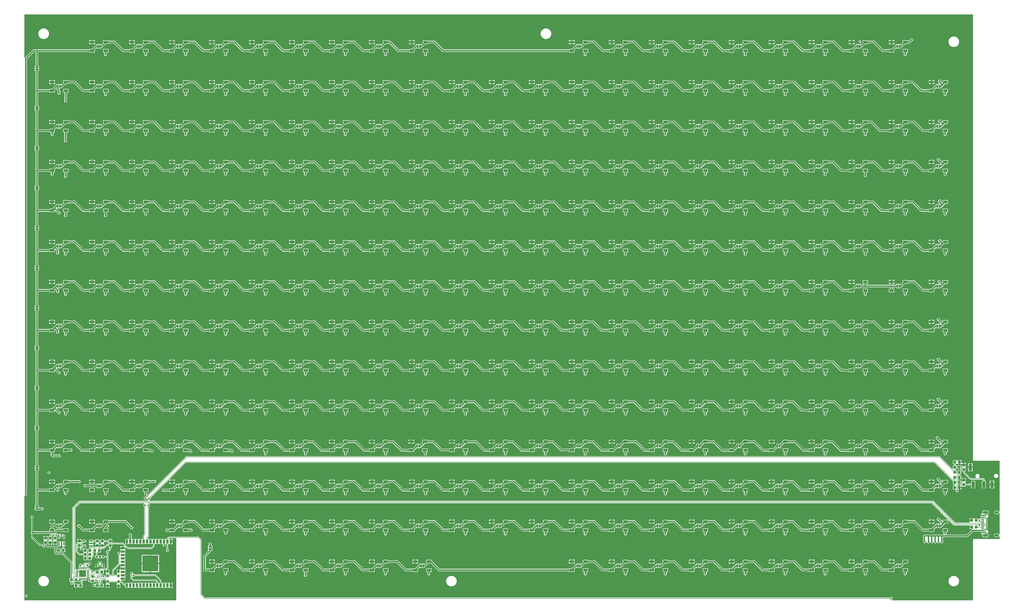
<source format=gtl>
G04 EAGLE Gerber RS-274X export*
G75*
%MOMM*%
%FSLAX34Y34*%
%LPD*%
%INTop Copper*%
%IPPOS*%
%AMOC8*
5,1,8,0,0,1.08239X$1,22.5*%
G01*
%ADD10R,1.000000X1.100000*%
%ADD11C,0.635000*%
%ADD12R,0.300000X0.660000*%
%ADD13R,1.100000X1.000000*%
%ADD14R,0.900000X1.000000*%
%ADD15R,0.900000X1.500000*%
%ADD16R,1.500000X0.900000*%
%ADD17R,6.000000X6.000000*%
%ADD18R,0.550000X1.200000*%
%ADD19R,0.300000X0.850000*%
%ADD20R,0.850000X0.300000*%
%ADD21R,2.550000X2.550000*%
%ADD22R,1.016000X0.300000*%
%ADD23R,1.016000X0.600000*%
%ADD24R,1.016000X0.550000*%
%ADD25C,1.000000*%
%ADD26R,1.200000X2.500000*%
%ADD27C,0.300000*%
%ADD28C,0.700000*%
%ADD29C,0.900000*%
%ADD30R,1.200000X0.550000*%
%ADD31R,1.651000X1.000000*%
%ADD32R,0.635000X1.270000*%
%ADD33R,1.270000X0.635000*%
%ADD34C,0.736600*%
%ADD35C,0.203200*%
%ADD36C,0.177800*%
%ADD37C,0.304800*%
%ADD38C,0.550000*%

G36*
X571878Y2803D02*
X571878Y2803D01*
X571936Y2801D01*
X572018Y2823D01*
X572102Y2835D01*
X572155Y2858D01*
X572211Y2873D01*
X572284Y2916D01*
X572361Y2951D01*
X572406Y2989D01*
X572456Y3018D01*
X572514Y3080D01*
X572578Y3134D01*
X572610Y3183D01*
X572650Y3226D01*
X572689Y3301D01*
X572736Y3371D01*
X572753Y3427D01*
X572780Y3479D01*
X572791Y3547D01*
X572821Y3642D01*
X572824Y3742D01*
X572835Y3810D01*
X572835Y234358D01*
X572950Y234472D01*
X572967Y234496D01*
X572990Y234515D01*
X573052Y234609D01*
X573121Y234699D01*
X573131Y234727D01*
X573147Y234751D01*
X573182Y234859D01*
X573222Y234965D01*
X573224Y234994D01*
X573233Y235022D01*
X573236Y235135D01*
X573245Y235248D01*
X573240Y235277D01*
X573240Y235306D01*
X573212Y235416D01*
X573190Y235527D01*
X573176Y235553D01*
X573169Y235581D01*
X573111Y235679D01*
X573059Y235779D01*
X573038Y235801D01*
X573023Y235826D01*
X572941Y235903D01*
X572863Y235985D01*
X572838Y236000D01*
X572816Y236020D01*
X572715Y236072D01*
X572618Y236129D01*
X572589Y236136D01*
X572563Y236150D01*
X572486Y236163D01*
X572342Y236199D01*
X572280Y236197D01*
X572232Y236205D01*
X546078Y236205D01*
X545992Y236193D01*
X545904Y236190D01*
X545851Y236173D01*
X545797Y236165D01*
X545717Y236130D01*
X545634Y236103D01*
X545594Y236075D01*
X545537Y236049D01*
X545424Y235953D01*
X545360Y235908D01*
X544444Y234992D01*
X544427Y234968D01*
X544404Y234949D01*
X544341Y234855D01*
X544273Y234765D01*
X544263Y234737D01*
X544247Y234713D01*
X544212Y234605D01*
X544172Y234499D01*
X544170Y234470D01*
X544161Y234442D01*
X544158Y234328D01*
X544149Y234216D01*
X544154Y234187D01*
X544154Y234158D01*
X544182Y234048D01*
X544204Y233937D01*
X544218Y233911D01*
X544225Y233883D01*
X544283Y233785D01*
X544335Y233685D01*
X544356Y233663D01*
X544371Y233638D01*
X544453Y233561D01*
X544531Y233479D01*
X544556Y233464D01*
X544578Y233444D01*
X544679Y233392D01*
X544763Y233343D01*
X544780Y233325D01*
X544853Y233282D01*
X544920Y233231D01*
X544975Y233210D01*
X545026Y233181D01*
X545107Y233160D01*
X545186Y233130D01*
X545244Y233125D01*
X545301Y233111D01*
X545385Y233113D01*
X545469Y233106D01*
X545527Y233118D01*
X545585Y233120D01*
X545666Y233146D01*
X545748Y233162D01*
X545800Y233189D01*
X545856Y233207D01*
X545912Y233247D01*
X546000Y233293D01*
X546073Y233362D01*
X546129Y233402D01*
X546240Y233513D01*
X546819Y233848D01*
X547466Y234021D01*
X550269Y234021D01*
X550269Y224996D01*
X550277Y224938D01*
X550275Y224880D01*
X550297Y224798D01*
X550309Y224715D01*
X550333Y224661D01*
X550347Y224605D01*
X550390Y224532D01*
X550425Y224455D01*
X550463Y224411D01*
X550493Y224360D01*
X550554Y224303D01*
X550609Y224238D01*
X550657Y224206D01*
X550700Y224166D01*
X550775Y224127D01*
X550845Y224081D01*
X550901Y224063D01*
X550953Y224036D01*
X551021Y224025D01*
X551116Y223995D01*
X551216Y223992D01*
X551284Y223981D01*
X552301Y223981D01*
X552301Y223979D01*
X551284Y223979D01*
X551226Y223971D01*
X551168Y223972D01*
X551086Y223951D01*
X551003Y223939D01*
X550949Y223915D01*
X550893Y223901D01*
X550820Y223858D01*
X550743Y223823D01*
X550698Y223785D01*
X550648Y223755D01*
X550590Y223694D01*
X550526Y223639D01*
X550494Y223591D01*
X550454Y223548D01*
X550415Y223473D01*
X550369Y223403D01*
X550351Y223347D01*
X550324Y223295D01*
X550313Y223227D01*
X550283Y223132D01*
X550280Y223032D01*
X550269Y222964D01*
X550269Y213939D01*
X547466Y213939D01*
X546819Y214112D01*
X546240Y214447D01*
X546129Y214558D01*
X546082Y214593D01*
X546042Y214635D01*
X545969Y214678D01*
X545902Y214729D01*
X545847Y214749D01*
X545797Y214779D01*
X545715Y214800D01*
X545636Y214830D01*
X545578Y214835D01*
X545521Y214849D01*
X545437Y214847D01*
X545353Y214854D01*
X545296Y214842D01*
X545237Y214840D01*
X545157Y214814D01*
X545074Y214798D01*
X545022Y214771D01*
X544967Y214753D01*
X544910Y214713D01*
X544889Y214701D01*
X543410Y214701D01*
X543352Y214693D01*
X543294Y214695D01*
X543212Y214673D01*
X543128Y214661D01*
X543075Y214638D01*
X543019Y214623D01*
X542946Y214580D01*
X542869Y214545D01*
X542824Y214507D01*
X542774Y214478D01*
X542716Y214416D01*
X542652Y214362D01*
X542620Y214313D01*
X542580Y214270D01*
X542541Y214195D01*
X542494Y214125D01*
X542477Y214069D01*
X542450Y214017D01*
X542439Y213949D01*
X542409Y213854D01*
X542406Y213754D01*
X542395Y213686D01*
X542395Y195598D01*
X542395Y195597D01*
X542395Y195595D01*
X542415Y195454D01*
X542435Y195317D01*
X542435Y195315D01*
X542435Y195314D01*
X542493Y195186D01*
X542551Y195057D01*
X542552Y195056D01*
X542553Y195055D01*
X542644Y194947D01*
X542734Y194840D01*
X542736Y194839D01*
X542737Y194838D01*
X542750Y194830D01*
X542971Y194683D01*
X543000Y194673D01*
X543021Y194660D01*
X543094Y194630D01*
X544630Y193094D01*
X545462Y191086D01*
X545462Y188914D01*
X544630Y186906D01*
X543094Y185370D01*
X541086Y184538D01*
X538914Y184538D01*
X536906Y185370D01*
X535370Y186906D01*
X534538Y188914D01*
X534538Y191086D01*
X535370Y193094D01*
X536508Y194232D01*
X536560Y194302D01*
X536620Y194366D01*
X536646Y194415D01*
X536679Y194459D01*
X536710Y194541D01*
X536750Y194619D01*
X536758Y194666D01*
X536780Y194725D01*
X536792Y194873D01*
X536805Y194950D01*
X536805Y213686D01*
X536797Y213744D01*
X536799Y213802D01*
X536777Y213884D01*
X536765Y213968D01*
X536742Y214021D01*
X536727Y214077D01*
X536684Y214150D01*
X536649Y214227D01*
X536611Y214272D01*
X536582Y214322D01*
X536520Y214380D01*
X536466Y214444D01*
X536417Y214476D01*
X536374Y214516D01*
X536299Y214555D01*
X536229Y214602D01*
X536173Y214619D01*
X536121Y214646D01*
X536053Y214657D01*
X535958Y214687D01*
X535858Y214690D01*
X535790Y214701D01*
X534363Y214701D01*
X533968Y215097D01*
X533921Y215132D01*
X533881Y215174D01*
X533808Y215217D01*
X533741Y215267D01*
X533686Y215288D01*
X533636Y215318D01*
X533554Y215339D01*
X533475Y215369D01*
X533417Y215374D01*
X533360Y215388D01*
X533276Y215385D01*
X533192Y215392D01*
X533134Y215381D01*
X533076Y215379D01*
X532996Y215353D01*
X532913Y215336D01*
X532861Y215309D01*
X532806Y215291D01*
X532749Y215251D01*
X532661Y215205D01*
X532588Y215137D01*
X532532Y215097D01*
X532136Y214701D01*
X532100Y214653D01*
X532057Y214612D01*
X532015Y214540D01*
X531965Y214474D01*
X531944Y214418D01*
X531914Y214366D01*
X531894Y214286D01*
X531864Y214208D01*
X531859Y214148D01*
X531845Y214091D01*
X531847Y214008D01*
X531840Y213925D01*
X531852Y213866D01*
X531854Y213806D01*
X531880Y213727D01*
X531896Y213646D01*
X531920Y213600D01*
X531923Y213587D01*
X531935Y213557D01*
X531942Y213536D01*
X531947Y213530D01*
X532832Y211393D01*
X532832Y209221D01*
X532000Y207213D01*
X530464Y205677D01*
X528456Y204845D01*
X526284Y204845D01*
X524276Y205677D01*
X522740Y207213D01*
X521908Y209221D01*
X521908Y211393D01*
X522697Y213297D01*
X522726Y213409D01*
X522760Y213518D01*
X522761Y213546D01*
X522768Y213573D01*
X522765Y213687D01*
X522768Y213802D01*
X522761Y213829D01*
X522760Y213857D01*
X522725Y213966D01*
X522696Y214077D01*
X522682Y214101D01*
X522673Y214128D01*
X522609Y214223D01*
X522551Y214322D01*
X522530Y214341D01*
X522515Y214364D01*
X522427Y214438D01*
X522343Y214516D01*
X522318Y214529D01*
X522297Y214547D01*
X522192Y214593D01*
X522090Y214646D01*
X522065Y214650D01*
X522037Y214662D01*
X521774Y214699D01*
X521759Y214701D01*
X521663Y214701D01*
X521268Y215097D01*
X521221Y215132D01*
X521181Y215174D01*
X521108Y215217D01*
X521041Y215267D01*
X520986Y215288D01*
X520936Y215318D01*
X520854Y215339D01*
X520775Y215369D01*
X520717Y215374D01*
X520660Y215388D01*
X520576Y215385D01*
X520492Y215392D01*
X520434Y215381D01*
X520376Y215379D01*
X520296Y215353D01*
X520213Y215336D01*
X520161Y215309D01*
X520105Y215291D01*
X520049Y215251D01*
X519961Y215205D01*
X519888Y215137D01*
X519832Y215097D01*
X519437Y214701D01*
X508963Y214701D01*
X508568Y215097D01*
X508521Y215132D01*
X508481Y215174D01*
X508408Y215217D01*
X508341Y215267D01*
X508286Y215288D01*
X508236Y215318D01*
X508154Y215339D01*
X508075Y215369D01*
X508017Y215374D01*
X507960Y215388D01*
X507876Y215385D01*
X507792Y215392D01*
X507734Y215381D01*
X507676Y215379D01*
X507596Y215353D01*
X507513Y215336D01*
X507461Y215309D01*
X507405Y215291D01*
X507349Y215251D01*
X507261Y215205D01*
X507188Y215137D01*
X507132Y215097D01*
X506737Y214701D01*
X496263Y214701D01*
X495868Y215097D01*
X495821Y215132D01*
X495781Y215174D01*
X495708Y215217D01*
X495641Y215267D01*
X495586Y215288D01*
X495536Y215318D01*
X495454Y215339D01*
X495375Y215369D01*
X495317Y215374D01*
X495260Y215388D01*
X495176Y215385D01*
X495092Y215392D01*
X495034Y215381D01*
X494976Y215379D01*
X494896Y215353D01*
X494813Y215336D01*
X494761Y215309D01*
X494705Y215291D01*
X494649Y215251D01*
X494561Y215205D01*
X494488Y215137D01*
X494432Y215097D01*
X494037Y214701D01*
X492610Y214701D01*
X492552Y214693D01*
X492494Y214695D01*
X492412Y214673D01*
X492328Y214661D01*
X492275Y214638D01*
X492219Y214623D01*
X492146Y214580D01*
X492069Y214545D01*
X492024Y214507D01*
X491974Y214478D01*
X491916Y214416D01*
X491852Y214362D01*
X491820Y214313D01*
X491780Y214270D01*
X491741Y214195D01*
X491694Y214125D01*
X491677Y214069D01*
X491650Y214017D01*
X491639Y213949D01*
X491609Y213854D01*
X491606Y213754D01*
X491595Y213686D01*
X491595Y205642D01*
X482158Y196205D01*
X388842Y196205D01*
X386908Y198140D01*
X384074Y200974D01*
X384050Y200991D01*
X384031Y201014D01*
X383937Y201077D01*
X383847Y201145D01*
X383819Y201155D01*
X383795Y201171D01*
X383687Y201206D01*
X383581Y201246D01*
X383552Y201248D01*
X383524Y201257D01*
X383410Y201260D01*
X383298Y201269D01*
X383269Y201264D01*
X383240Y201264D01*
X383130Y201236D01*
X383019Y201214D01*
X382993Y201200D01*
X382965Y201193D01*
X382867Y201135D01*
X382767Y201083D01*
X382745Y201062D01*
X382720Y201047D01*
X382643Y200965D01*
X382561Y200887D01*
X382546Y200861D01*
X382526Y200840D01*
X382496Y200781D01*
X374331Y200781D01*
X374331Y205791D01*
X376806Y205791D01*
X376835Y205795D01*
X376864Y205792D01*
X376975Y205815D01*
X377087Y205831D01*
X377114Y205843D01*
X377143Y205848D01*
X377243Y205900D01*
X377347Y205947D01*
X377369Y205966D01*
X377395Y205979D01*
X377477Y206057D01*
X377564Y206130D01*
X377580Y206155D01*
X377601Y206175D01*
X377659Y206273D01*
X377721Y206367D01*
X377730Y206395D01*
X377745Y206420D01*
X377773Y206530D01*
X377807Y206638D01*
X377808Y206668D01*
X377815Y206696D01*
X377812Y206809D01*
X377814Y206922D01*
X377807Y206951D01*
X377806Y206980D01*
X377771Y207088D01*
X377743Y207197D01*
X377728Y207223D01*
X377719Y207251D01*
X377673Y207314D01*
X377597Y207442D01*
X377552Y207485D01*
X377524Y207524D01*
X371346Y213702D01*
X371276Y213754D01*
X371212Y213814D01*
X371163Y213840D01*
X371119Y213873D01*
X371037Y213904D01*
X370959Y213944D01*
X370911Y213952D01*
X370853Y213974D01*
X370705Y213986D01*
X370628Y213999D01*
X332794Y213999D01*
X332736Y213991D01*
X332678Y213993D01*
X332596Y213971D01*
X332512Y213959D01*
X332459Y213936D01*
X332403Y213921D01*
X332330Y213878D01*
X332253Y213843D01*
X332208Y213805D01*
X332158Y213776D01*
X332100Y213714D01*
X332036Y213660D01*
X332004Y213611D01*
X331964Y213568D01*
X331925Y213493D01*
X331878Y213423D01*
X331861Y213367D01*
X331834Y213315D01*
X331823Y213247D01*
X331793Y213152D01*
X331790Y213052D01*
X331779Y212984D01*
X331779Y202263D01*
X330737Y201221D01*
X328810Y201221D01*
X328752Y201213D01*
X328694Y201215D01*
X328612Y201193D01*
X328528Y201181D01*
X328475Y201158D01*
X328419Y201143D01*
X328346Y201100D01*
X328269Y201065D01*
X328224Y201027D01*
X328174Y200998D01*
X328116Y200936D01*
X328052Y200882D01*
X328020Y200833D01*
X327980Y200790D01*
X327941Y200715D01*
X327894Y200645D01*
X327877Y200589D01*
X327850Y200537D01*
X327839Y200469D01*
X327809Y200374D01*
X327806Y200274D01*
X327795Y200206D01*
X327795Y193842D01*
X320759Y186807D01*
X320707Y186737D01*
X320647Y186673D01*
X320621Y186624D01*
X320588Y186580D01*
X320557Y186498D01*
X320517Y186420D01*
X320509Y186372D01*
X320487Y186314D01*
X320475Y186166D01*
X320462Y186089D01*
X320462Y183914D01*
X319630Y181906D01*
X318092Y180368D01*
X318040Y180298D01*
X317980Y180234D01*
X317954Y180185D01*
X317921Y180141D01*
X317890Y180059D01*
X317850Y179981D01*
X317842Y179934D01*
X317820Y179875D01*
X317808Y179727D01*
X317795Y179650D01*
X317795Y123842D01*
X315860Y121908D01*
X313592Y119640D01*
X313366Y119414D01*
X313314Y119344D01*
X313254Y119280D01*
X313228Y119231D01*
X313195Y119187D01*
X313164Y119105D01*
X313124Y119027D01*
X313116Y118979D01*
X313094Y118921D01*
X313082Y118773D01*
X313069Y118696D01*
X313069Y113531D01*
X308059Y113531D01*
X308059Y116690D01*
X308051Y116748D01*
X308053Y116806D01*
X308031Y116888D01*
X308019Y116972D01*
X307996Y117025D01*
X307981Y117081D01*
X307938Y117154D01*
X307903Y117231D01*
X307865Y117276D01*
X307836Y117326D01*
X307774Y117384D01*
X307720Y117448D01*
X307671Y117480D01*
X307628Y117520D01*
X307553Y117559D01*
X307483Y117606D01*
X307427Y117623D01*
X307375Y117650D01*
X307307Y117661D01*
X307212Y117691D01*
X307112Y117694D01*
X307044Y117705D01*
X300911Y117705D01*
X300882Y117701D01*
X300853Y117704D01*
X300742Y117681D01*
X300630Y117665D01*
X300603Y117653D01*
X300574Y117648D01*
X300474Y117595D01*
X300370Y117549D01*
X300348Y117530D01*
X300322Y117517D01*
X300240Y117439D01*
X300153Y117366D01*
X300137Y117341D01*
X300116Y117321D01*
X300059Y117223D01*
X299996Y117129D01*
X299987Y117101D01*
X299972Y117076D01*
X299944Y116966D01*
X299910Y116858D01*
X299909Y116828D01*
X299902Y116800D01*
X299906Y116687D01*
X299903Y116574D01*
X299910Y116545D01*
X299911Y116516D01*
X299946Y116408D01*
X299975Y116299D01*
X299989Y116273D01*
X299999Y116245D01*
X300044Y116181D01*
X300120Y116054D01*
X300165Y116011D01*
X300193Y115972D01*
X300579Y115587D01*
X300579Y104113D01*
X299537Y103071D01*
X295894Y103071D01*
X295808Y103059D01*
X295720Y103056D01*
X295667Y103039D01*
X295613Y103031D01*
X295533Y102996D01*
X295450Y102969D01*
X295410Y102941D01*
X295353Y102915D01*
X295240Y102819D01*
X295176Y102774D01*
X294160Y101758D01*
X292864Y100462D01*
X292847Y100438D01*
X292824Y100419D01*
X292761Y100325D01*
X292693Y100235D01*
X292683Y100207D01*
X292667Y100183D01*
X292632Y100075D01*
X292592Y99969D01*
X292590Y99940D01*
X292581Y99912D01*
X292578Y99798D01*
X292569Y99686D01*
X292574Y99657D01*
X292574Y99628D01*
X292602Y99518D01*
X292624Y99407D01*
X292638Y99381D01*
X292645Y99353D01*
X292703Y99255D01*
X292755Y99155D01*
X292776Y99133D01*
X292791Y99108D01*
X292873Y99031D01*
X292951Y98949D01*
X292977Y98934D01*
X292998Y98914D01*
X293099Y98862D01*
X293196Y98805D01*
X293225Y98798D01*
X293251Y98784D01*
X293328Y98771D01*
X293472Y98735D01*
X293529Y98737D01*
X294579Y97687D01*
X294579Y97490D01*
X294583Y97461D01*
X294580Y97432D01*
X294603Y97321D01*
X294619Y97208D01*
X294631Y97182D01*
X294636Y97153D01*
X294689Y97052D01*
X294735Y96949D01*
X294754Y96927D01*
X294767Y96901D01*
X294845Y96818D01*
X294918Y96732D01*
X294943Y96716D01*
X294963Y96695D01*
X295061Y96637D01*
X295155Y96574D01*
X295183Y96566D01*
X295208Y96551D01*
X295318Y96523D01*
X295426Y96489D01*
X295456Y96488D01*
X295484Y96481D01*
X295597Y96484D01*
X295710Y96481D01*
X295739Y96489D01*
X295768Y96490D01*
X295876Y96525D01*
X295985Y96553D01*
X296011Y96568D01*
X296039Y96577D01*
X296103Y96623D01*
X296230Y96698D01*
X296273Y96744D01*
X296312Y96772D01*
X297228Y97688D01*
X299236Y98520D01*
X301408Y98520D01*
X303416Y97688D01*
X304952Y96152D01*
X305784Y94144D01*
X305784Y92587D01*
X305788Y92558D01*
X305785Y92529D01*
X305808Y92418D01*
X305823Y92306D01*
X305835Y92279D01*
X305841Y92250D01*
X305893Y92149D01*
X305940Y92046D01*
X305959Y92024D01*
X305972Y91998D01*
X306050Y91916D01*
X306123Y91829D01*
X306148Y91813D01*
X306168Y91792D01*
X306266Y91734D01*
X306360Y91672D01*
X306388Y91663D01*
X306413Y91648D01*
X306523Y91620D01*
X306631Y91586D01*
X306660Y91585D01*
X306689Y91578D01*
X306802Y91581D01*
X306915Y91578D01*
X306944Y91586D01*
X306973Y91587D01*
X307081Y91622D01*
X307190Y91650D01*
X307215Y91665D01*
X307243Y91674D01*
X307307Y91720D01*
X307435Y91796D01*
X307478Y91841D01*
X307517Y91869D01*
X308524Y92876D01*
X308576Y92946D01*
X308636Y93010D01*
X308662Y93059D01*
X308695Y93103D01*
X308726Y93185D01*
X308766Y93263D01*
X308774Y93311D01*
X308796Y93369D01*
X308808Y93517D01*
X308821Y93594D01*
X308821Y101237D01*
X310030Y102446D01*
X310054Y102477D01*
X310083Y102503D01*
X310139Y102590D01*
X310201Y102673D01*
X310215Y102710D01*
X310236Y102743D01*
X310266Y102842D01*
X310302Y102939D01*
X310306Y102978D01*
X310317Y103015D01*
X310317Y103119D01*
X310326Y103222D01*
X310318Y103260D01*
X310318Y103300D01*
X310290Y103399D01*
X310270Y103501D01*
X310252Y103535D01*
X310241Y103573D01*
X310187Y103661D01*
X310139Y103753D01*
X310112Y103781D01*
X310091Y103815D01*
X310015Y103884D01*
X309943Y103959D01*
X309909Y103979D01*
X309880Y104005D01*
X309810Y104037D01*
X309698Y104103D01*
X309649Y104115D01*
X309040Y104467D01*
X308567Y104940D01*
X308232Y105519D01*
X308059Y106166D01*
X308059Y109469D01*
X314084Y109469D01*
X314142Y109477D01*
X314200Y109475D01*
X314282Y109497D01*
X314365Y109509D01*
X314419Y109533D01*
X314475Y109547D01*
X314548Y109590D01*
X314625Y109625D01*
X314669Y109663D01*
X314720Y109693D01*
X314777Y109754D01*
X314842Y109809D01*
X314874Y109857D01*
X314914Y109900D01*
X314953Y109975D01*
X314999Y110045D01*
X315017Y110101D01*
X315044Y110153D01*
X315055Y110221D01*
X315085Y110316D01*
X315088Y110416D01*
X315099Y110484D01*
X315099Y111501D01*
X315101Y111501D01*
X315101Y110484D01*
X315109Y110426D01*
X315108Y110368D01*
X315129Y110286D01*
X315141Y110203D01*
X315165Y110149D01*
X315179Y110093D01*
X315222Y110020D01*
X315257Y109943D01*
X315295Y109898D01*
X315325Y109848D01*
X315386Y109790D01*
X315441Y109726D01*
X315489Y109694D01*
X315532Y109654D01*
X315607Y109615D01*
X315677Y109569D01*
X315733Y109551D01*
X315785Y109524D01*
X315853Y109513D01*
X315948Y109483D01*
X316048Y109480D01*
X316116Y109469D01*
X322141Y109469D01*
X322141Y106166D01*
X321968Y105519D01*
X321633Y104940D01*
X321160Y104467D01*
X320567Y104125D01*
X320551Y104121D01*
X320459Y104074D01*
X320364Y104033D01*
X320333Y104008D01*
X320298Y103990D01*
X320223Y103919D01*
X320143Y103854D01*
X320121Y103822D01*
X320092Y103795D01*
X320040Y103705D01*
X319981Y103620D01*
X319968Y103583D01*
X319949Y103549D01*
X319923Y103449D01*
X319890Y103351D01*
X319888Y103312D01*
X319878Y103274D01*
X319882Y103170D01*
X319877Y103067D01*
X319886Y103029D01*
X319887Y102990D01*
X319919Y102891D01*
X319943Y102791D01*
X319963Y102756D01*
X319975Y102719D01*
X320020Y102656D01*
X320084Y102543D01*
X320137Y102491D01*
X320170Y102446D01*
X321379Y101237D01*
X321379Y99310D01*
X321387Y99252D01*
X321385Y99194D01*
X321407Y99112D01*
X321419Y99028D01*
X321442Y98975D01*
X321457Y98919D01*
X321500Y98846D01*
X321535Y98769D01*
X321573Y98724D01*
X321602Y98674D01*
X321664Y98616D01*
X321718Y98552D01*
X321767Y98520D01*
X321810Y98480D01*
X321885Y98441D01*
X321955Y98394D01*
X322011Y98377D01*
X322063Y98350D01*
X322131Y98339D01*
X322226Y98309D01*
X322326Y98306D01*
X322394Y98295D01*
X331790Y98295D01*
X331848Y98303D01*
X331906Y98301D01*
X331988Y98323D01*
X332072Y98335D01*
X332125Y98358D01*
X332181Y98373D01*
X332254Y98416D01*
X332331Y98451D01*
X332376Y98489D01*
X332426Y98518D01*
X332484Y98580D01*
X332548Y98634D01*
X332580Y98683D01*
X332620Y98726D01*
X332659Y98801D01*
X332706Y98871D01*
X332723Y98927D01*
X332750Y98979D01*
X332761Y99047D01*
X332791Y99142D01*
X332794Y99242D01*
X332805Y99310D01*
X332805Y117358D01*
X355208Y139760D01*
X355260Y139830D01*
X355320Y139894D01*
X355346Y139943D01*
X355379Y139987D01*
X355410Y140069D01*
X355450Y140147D01*
X355458Y140195D01*
X355480Y140253D01*
X355492Y140401D01*
X355505Y140478D01*
X355505Y174223D01*
X355493Y174310D01*
X355490Y174397D01*
X355473Y174450D01*
X355465Y174505D01*
X355430Y174584D01*
X355403Y174668D01*
X355375Y174707D01*
X355349Y174764D01*
X355253Y174877D01*
X355208Y174941D01*
X353670Y176479D01*
X352838Y178487D01*
X352838Y180659D01*
X353670Y182667D01*
X355206Y184203D01*
X357214Y185035D01*
X359386Y185035D01*
X361471Y184171D01*
X361515Y184138D01*
X361543Y184128D01*
X361567Y184111D01*
X361675Y184077D01*
X361781Y184037D01*
X361810Y184034D01*
X361838Y184026D01*
X361951Y184023D01*
X362064Y184013D01*
X362093Y184019D01*
X362122Y184018D01*
X362232Y184047D01*
X362343Y184069D01*
X362369Y184083D01*
X362397Y184090D01*
X362495Y184148D01*
X362595Y184200D01*
X362616Y184220D01*
X362642Y184235D01*
X362719Y184318D01*
X362801Y184396D01*
X362816Y184421D01*
X362836Y184443D01*
X362888Y184543D01*
X362945Y184641D01*
X362952Y184669D01*
X362966Y184696D01*
X362979Y184773D01*
X363015Y184916D01*
X363013Y184979D01*
X363021Y185027D01*
X363021Y191334D01*
X363049Y191370D01*
X363070Y191425D01*
X363099Y191476D01*
X363120Y191557D01*
X363150Y191636D01*
X363155Y191694D01*
X363169Y191751D01*
X363167Y191835D01*
X363174Y191919D01*
X363162Y191977D01*
X363160Y192035D01*
X363134Y192116D01*
X363118Y192198D01*
X363091Y192250D01*
X363073Y192306D01*
X363033Y192362D01*
X362987Y192450D01*
X362918Y192523D01*
X362878Y192579D01*
X362767Y192690D01*
X362432Y193269D01*
X362259Y193916D01*
X362259Y196719D01*
X371284Y196719D01*
X371342Y196727D01*
X371400Y196725D01*
X371482Y196747D01*
X371565Y196759D01*
X371619Y196783D01*
X371675Y196797D01*
X371748Y196840D01*
X371825Y196875D01*
X371869Y196913D01*
X371920Y196943D01*
X371977Y197004D01*
X372042Y197059D01*
X372074Y197107D01*
X372114Y197150D01*
X372153Y197225D01*
X372199Y197295D01*
X372217Y197351D01*
X372244Y197403D01*
X372255Y197471D01*
X372285Y197566D01*
X372288Y197666D01*
X372299Y197734D01*
X372299Y198751D01*
X372301Y198751D01*
X372301Y197734D01*
X372309Y197676D01*
X372308Y197618D01*
X372329Y197536D01*
X372341Y197453D01*
X372365Y197399D01*
X372379Y197343D01*
X372422Y197270D01*
X372457Y197193D01*
X372495Y197148D01*
X372525Y197098D01*
X372586Y197040D01*
X372641Y196976D01*
X372689Y196944D01*
X372732Y196904D01*
X372807Y196865D01*
X372877Y196819D01*
X372933Y196801D01*
X372985Y196774D01*
X373053Y196763D01*
X373148Y196733D01*
X373248Y196730D01*
X373316Y196719D01*
X382341Y196719D01*
X382341Y193916D01*
X382168Y193269D01*
X381833Y192690D01*
X381722Y192579D01*
X381687Y192532D01*
X381645Y192492D01*
X381602Y192419D01*
X381551Y192352D01*
X381531Y192297D01*
X381501Y192247D01*
X381480Y192165D01*
X381450Y192086D01*
X381445Y192028D01*
X381431Y191971D01*
X381433Y191887D01*
X381426Y191803D01*
X381438Y191746D01*
X381440Y191687D01*
X381466Y191607D01*
X381482Y191524D01*
X381509Y191472D01*
X381527Y191417D01*
X381567Y191360D01*
X381579Y191339D01*
X381579Y180813D01*
X381183Y180418D01*
X381148Y180371D01*
X381106Y180331D01*
X381063Y180258D01*
X381013Y180191D01*
X380992Y180136D01*
X380962Y180086D01*
X380941Y180004D01*
X380911Y179925D01*
X380906Y179867D01*
X380892Y179810D01*
X380895Y179726D01*
X380888Y179642D01*
X380899Y179584D01*
X380901Y179526D01*
X380927Y179446D01*
X380944Y179363D01*
X380971Y179311D01*
X380989Y179255D01*
X381029Y179199D01*
X381075Y179111D01*
X381143Y179038D01*
X381183Y178982D01*
X381579Y178587D01*
X381579Y168113D01*
X381183Y167718D01*
X381148Y167671D01*
X381106Y167631D01*
X381063Y167558D01*
X381013Y167491D01*
X380992Y167436D01*
X380962Y167386D01*
X380941Y167304D01*
X380911Y167225D01*
X380906Y167167D01*
X380892Y167110D01*
X380895Y167026D01*
X380888Y166942D01*
X380899Y166884D01*
X380901Y166826D01*
X380927Y166746D01*
X380944Y166663D01*
X380971Y166611D01*
X380989Y166555D01*
X381029Y166499D01*
X381075Y166411D01*
X381143Y166338D01*
X381183Y166282D01*
X381579Y165887D01*
X381579Y155413D01*
X381183Y155018D01*
X381148Y154971D01*
X381106Y154931D01*
X381063Y154858D01*
X381013Y154791D01*
X380992Y154736D01*
X380962Y154686D01*
X380941Y154604D01*
X380911Y154525D01*
X380906Y154467D01*
X380892Y154410D01*
X380895Y154326D01*
X380888Y154242D01*
X380899Y154184D01*
X380901Y154126D01*
X380927Y154046D01*
X380944Y153963D01*
X380971Y153911D01*
X380989Y153855D01*
X381029Y153799D01*
X381075Y153711D01*
X381143Y153638D01*
X381183Y153582D01*
X381579Y153187D01*
X381579Y142713D01*
X381183Y142318D01*
X381148Y142271D01*
X381106Y142231D01*
X381063Y142158D01*
X381013Y142091D01*
X380992Y142036D01*
X380962Y141986D01*
X380941Y141904D01*
X380911Y141825D01*
X380906Y141767D01*
X380892Y141710D01*
X380895Y141626D01*
X380888Y141542D01*
X380899Y141484D01*
X380901Y141426D01*
X380927Y141346D01*
X380944Y141263D01*
X380971Y141211D01*
X380989Y141155D01*
X381029Y141099D01*
X381075Y141011D01*
X381143Y140938D01*
X381183Y140882D01*
X381579Y140487D01*
X381579Y130013D01*
X381183Y129618D01*
X381148Y129571D01*
X381106Y129531D01*
X381063Y129458D01*
X381013Y129391D01*
X380992Y129336D01*
X380962Y129286D01*
X380941Y129204D01*
X380911Y129125D01*
X380906Y129067D01*
X380892Y129010D01*
X380895Y128926D01*
X380888Y128842D01*
X380899Y128784D01*
X380901Y128726D01*
X380927Y128646D01*
X380944Y128563D01*
X380971Y128511D01*
X380989Y128455D01*
X381029Y128399D01*
X381075Y128311D01*
X381143Y128238D01*
X381183Y128182D01*
X381579Y127787D01*
X381579Y117313D01*
X381183Y116918D01*
X381148Y116871D01*
X381106Y116831D01*
X381063Y116758D01*
X381013Y116691D01*
X380992Y116636D01*
X380962Y116586D01*
X380941Y116504D01*
X380911Y116425D01*
X380906Y116367D01*
X380892Y116310D01*
X380895Y116226D01*
X380888Y116142D01*
X380899Y116084D01*
X380901Y116026D01*
X380927Y115946D01*
X380944Y115863D01*
X380971Y115811D01*
X380989Y115755D01*
X381029Y115699D01*
X381075Y115611D01*
X381143Y115538D01*
X381183Y115482D01*
X381579Y115087D01*
X381579Y104613D01*
X381183Y104218D01*
X381148Y104171D01*
X381106Y104131D01*
X381063Y104058D01*
X381013Y103991D01*
X380992Y103936D01*
X380962Y103886D01*
X380941Y103804D01*
X380911Y103725D01*
X380906Y103667D01*
X380892Y103610D01*
X380895Y103526D01*
X380888Y103442D01*
X380899Y103384D01*
X380901Y103326D01*
X380927Y103246D01*
X380944Y103163D01*
X380971Y103111D01*
X380989Y103055D01*
X381029Y102999D01*
X381075Y102911D01*
X381143Y102838D01*
X381183Y102782D01*
X381579Y102387D01*
X381579Y91913D01*
X381183Y91518D01*
X381148Y91471D01*
X381106Y91431D01*
X381063Y91358D01*
X381013Y91291D01*
X380992Y91236D01*
X380962Y91186D01*
X380941Y91104D01*
X380911Y91025D01*
X380906Y90967D01*
X380892Y90910D01*
X380895Y90826D01*
X380888Y90742D01*
X380899Y90684D01*
X380901Y90626D01*
X380927Y90546D01*
X380944Y90463D01*
X380971Y90411D01*
X380989Y90355D01*
X381029Y90299D01*
X381075Y90211D01*
X381143Y90138D01*
X381183Y90082D01*
X381579Y89687D01*
X381579Y79213D01*
X380537Y78171D01*
X367332Y78171D01*
X367303Y78167D01*
X367274Y78170D01*
X367163Y78147D01*
X367051Y78131D01*
X367024Y78119D01*
X366995Y78114D01*
X366895Y78062D01*
X366791Y78015D01*
X366769Y77996D01*
X366743Y77983D01*
X366661Y77905D01*
X366574Y77832D01*
X366558Y77807D01*
X366537Y77787D01*
X366479Y77689D01*
X366417Y77595D01*
X366408Y77567D01*
X366393Y77542D01*
X366365Y77432D01*
X366331Y77324D01*
X366330Y77294D01*
X366323Y77266D01*
X366326Y77153D01*
X366324Y77040D01*
X366331Y77011D01*
X366332Y76982D01*
X366367Y76874D01*
X366395Y76765D01*
X366410Y76739D01*
X366419Y76711D01*
X366465Y76648D01*
X366541Y76520D01*
X366586Y76477D01*
X366614Y76438D01*
X379188Y63864D01*
X379212Y63847D01*
X379231Y63824D01*
X379325Y63761D01*
X379415Y63693D01*
X379443Y63683D01*
X379467Y63667D01*
X379575Y63632D01*
X379681Y63592D01*
X379710Y63590D01*
X379738Y63581D01*
X379852Y63578D01*
X379964Y63569D01*
X379993Y63574D01*
X380022Y63574D01*
X380132Y63602D01*
X380243Y63624D01*
X380269Y63638D01*
X380297Y63645D01*
X380395Y63703D01*
X380495Y63755D01*
X380517Y63776D01*
X380542Y63791D01*
X380619Y63873D01*
X380701Y63951D01*
X380716Y63977D01*
X380736Y63998D01*
X380788Y64099D01*
X380845Y64196D01*
X380852Y64225D01*
X380866Y64251D01*
X380879Y64328D01*
X380915Y64472D01*
X380913Y64534D01*
X380921Y64582D01*
X380921Y67457D01*
X381963Y68499D01*
X392437Y68499D01*
X392832Y68103D01*
X392879Y68068D01*
X392919Y68026D01*
X392992Y67983D01*
X393059Y67933D01*
X393114Y67912D01*
X393164Y67882D01*
X393246Y67861D01*
X393325Y67831D01*
X393383Y67826D01*
X393440Y67812D01*
X393524Y67815D01*
X393608Y67808D01*
X393666Y67819D01*
X393724Y67821D01*
X393804Y67847D01*
X393887Y67864D01*
X393939Y67891D01*
X393995Y67909D01*
X394051Y67949D01*
X394139Y67995D01*
X394212Y68063D01*
X394268Y68103D01*
X394663Y68499D01*
X405137Y68499D01*
X405532Y68103D01*
X405579Y68068D01*
X405619Y68026D01*
X405692Y67983D01*
X405759Y67933D01*
X405814Y67912D01*
X405864Y67882D01*
X405946Y67861D01*
X406025Y67831D01*
X406083Y67826D01*
X406140Y67812D01*
X406224Y67815D01*
X406308Y67808D01*
X406366Y67819D01*
X406424Y67821D01*
X406504Y67847D01*
X406587Y67864D01*
X406639Y67891D01*
X406695Y67909D01*
X406751Y67949D01*
X406839Y67995D01*
X406912Y68063D01*
X406968Y68103D01*
X407363Y68499D01*
X417837Y68499D01*
X418232Y68103D01*
X418279Y68068D01*
X418319Y68026D01*
X418392Y67983D01*
X418459Y67933D01*
X418514Y67912D01*
X418564Y67882D01*
X418646Y67861D01*
X418725Y67831D01*
X418783Y67826D01*
X418840Y67812D01*
X418924Y67815D01*
X419008Y67808D01*
X419066Y67819D01*
X419124Y67821D01*
X419204Y67847D01*
X419287Y67864D01*
X419339Y67891D01*
X419395Y67909D01*
X419451Y67949D01*
X419539Y67995D01*
X419612Y68063D01*
X419668Y68103D01*
X420063Y68499D01*
X430537Y68499D01*
X430932Y68103D01*
X430979Y68068D01*
X431019Y68026D01*
X431092Y67983D01*
X431159Y67933D01*
X431214Y67912D01*
X431264Y67882D01*
X431346Y67861D01*
X431425Y67831D01*
X431483Y67826D01*
X431540Y67812D01*
X431624Y67815D01*
X431708Y67808D01*
X431766Y67819D01*
X431824Y67821D01*
X431904Y67847D01*
X431987Y67864D01*
X432039Y67891D01*
X432095Y67909D01*
X432151Y67949D01*
X432239Y67995D01*
X432312Y68063D01*
X432368Y68103D01*
X432763Y68499D01*
X443237Y68499D01*
X443632Y68103D01*
X443679Y68068D01*
X443719Y68026D01*
X443792Y67983D01*
X443859Y67933D01*
X443914Y67912D01*
X443964Y67882D01*
X444046Y67861D01*
X444125Y67831D01*
X444183Y67826D01*
X444240Y67812D01*
X444324Y67815D01*
X444408Y67808D01*
X444466Y67819D01*
X444524Y67821D01*
X444604Y67847D01*
X444687Y67864D01*
X444739Y67891D01*
X444795Y67909D01*
X444851Y67949D01*
X444939Y67995D01*
X445012Y68063D01*
X445068Y68103D01*
X445463Y68499D01*
X455937Y68499D01*
X456332Y68103D01*
X456379Y68068D01*
X456419Y68026D01*
X456492Y67983D01*
X456559Y67933D01*
X456614Y67912D01*
X456664Y67882D01*
X456746Y67861D01*
X456825Y67831D01*
X456883Y67826D01*
X456940Y67812D01*
X457024Y67815D01*
X457108Y67808D01*
X457166Y67819D01*
X457224Y67821D01*
X457304Y67847D01*
X457387Y67864D01*
X457439Y67891D01*
X457495Y67909D01*
X457551Y67949D01*
X457639Y67995D01*
X457712Y68063D01*
X457768Y68103D01*
X458163Y68499D01*
X468637Y68499D01*
X469032Y68103D01*
X469079Y68068D01*
X469119Y68026D01*
X469192Y67983D01*
X469259Y67933D01*
X469314Y67912D01*
X469364Y67882D01*
X469446Y67861D01*
X469525Y67831D01*
X469583Y67826D01*
X469640Y67812D01*
X469724Y67815D01*
X469808Y67808D01*
X469866Y67819D01*
X469924Y67821D01*
X470004Y67847D01*
X470087Y67864D01*
X470139Y67891D01*
X470195Y67909D01*
X470251Y67949D01*
X470339Y67995D01*
X470412Y68063D01*
X470468Y68103D01*
X470863Y68499D01*
X481337Y68499D01*
X481732Y68103D01*
X481779Y68068D01*
X481819Y68026D01*
X481892Y67983D01*
X481959Y67933D01*
X482014Y67912D01*
X482064Y67882D01*
X482146Y67861D01*
X482225Y67831D01*
X482283Y67826D01*
X482340Y67812D01*
X482424Y67815D01*
X482508Y67808D01*
X482566Y67819D01*
X482624Y67821D01*
X482704Y67847D01*
X482787Y67864D01*
X482839Y67891D01*
X482895Y67909D01*
X482951Y67949D01*
X483039Y67995D01*
X483112Y68063D01*
X483168Y68103D01*
X483563Y68499D01*
X494037Y68499D01*
X494432Y68103D01*
X494479Y68068D01*
X494519Y68026D01*
X494592Y67983D01*
X494659Y67933D01*
X494714Y67912D01*
X494764Y67882D01*
X494846Y67861D01*
X494925Y67831D01*
X494983Y67826D01*
X495040Y67812D01*
X495124Y67815D01*
X495208Y67808D01*
X495266Y67819D01*
X495324Y67821D01*
X495404Y67847D01*
X495487Y67864D01*
X495539Y67891D01*
X495595Y67909D01*
X495651Y67949D01*
X495739Y67995D01*
X495812Y68063D01*
X495868Y68103D01*
X496263Y68499D01*
X497690Y68499D01*
X497748Y68507D01*
X497806Y68505D01*
X497888Y68527D01*
X497972Y68539D01*
X498025Y68562D01*
X498081Y68577D01*
X498154Y68620D01*
X498231Y68655D01*
X498276Y68693D01*
X498326Y68722D01*
X498384Y68784D01*
X498448Y68838D01*
X498480Y68887D01*
X498520Y68930D01*
X498559Y69005D01*
X498606Y69075D01*
X498623Y69131D01*
X498650Y69183D01*
X498661Y69251D01*
X498691Y69346D01*
X498694Y69446D01*
X498705Y69514D01*
X498705Y71912D01*
X498693Y71998D01*
X498690Y72086D01*
X498673Y72139D01*
X498665Y72193D01*
X498630Y72273D01*
X498603Y72356D01*
X498575Y72396D01*
X498549Y72453D01*
X498453Y72566D01*
X498408Y72630D01*
X496030Y75008D01*
X495960Y75060D01*
X495896Y75120D01*
X495847Y75146D01*
X495803Y75179D01*
X495721Y75210D01*
X495643Y75250D01*
X495595Y75258D01*
X495537Y75280D01*
X495389Y75292D01*
X495312Y75305D01*
X410642Y75305D01*
X401605Y84342D01*
X401605Y98850D01*
X401593Y98937D01*
X401590Y99024D01*
X401573Y99077D01*
X401565Y99132D01*
X401530Y99211D01*
X401503Y99295D01*
X401475Y99334D01*
X401449Y99391D01*
X401353Y99504D01*
X401308Y99568D01*
X399770Y101106D01*
X398938Y103114D01*
X398938Y105286D01*
X399770Y107294D01*
X401306Y108830D01*
X403314Y109662D01*
X405486Y109662D01*
X407494Y108830D01*
X409030Y107294D01*
X409862Y105286D01*
X409862Y103627D01*
X409870Y103569D01*
X409868Y103511D01*
X409890Y103429D01*
X409902Y103345D01*
X409925Y103292D01*
X409940Y103236D01*
X409983Y103163D01*
X410018Y103086D01*
X410056Y103041D01*
X410085Y102991D01*
X410147Y102933D01*
X410201Y102869D01*
X410250Y102837D01*
X410293Y102797D01*
X410368Y102758D01*
X410438Y102711D01*
X410494Y102694D01*
X410546Y102667D01*
X410614Y102656D01*
X410709Y102626D01*
X410809Y102623D01*
X410877Y102612D01*
X412886Y102612D01*
X414894Y101780D01*
X416432Y100242D01*
X416502Y100190D01*
X416566Y100130D01*
X416615Y100104D01*
X416659Y100071D01*
X416741Y100040D01*
X416819Y100000D01*
X416866Y99992D01*
X416925Y99970D01*
X417073Y99958D01*
X417150Y99945D01*
X495508Y99945D01*
X516995Y78458D01*
X516995Y69514D01*
X517003Y69456D01*
X517001Y69398D01*
X517023Y69316D01*
X517035Y69232D01*
X517058Y69179D01*
X517073Y69123D01*
X517116Y69050D01*
X517151Y68973D01*
X517189Y68928D01*
X517218Y68878D01*
X517280Y68820D01*
X517334Y68756D01*
X517383Y68724D01*
X517426Y68684D01*
X517501Y68645D01*
X517571Y68598D01*
X517627Y68581D01*
X517679Y68554D01*
X517747Y68543D01*
X517842Y68513D01*
X517942Y68510D01*
X518010Y68499D01*
X519437Y68499D01*
X519832Y68103D01*
X519879Y68068D01*
X519919Y68026D01*
X519992Y67983D01*
X520059Y67933D01*
X520114Y67912D01*
X520164Y67882D01*
X520246Y67861D01*
X520325Y67831D01*
X520383Y67826D01*
X520440Y67812D01*
X520524Y67815D01*
X520608Y67808D01*
X520666Y67819D01*
X520724Y67821D01*
X520804Y67847D01*
X520887Y67864D01*
X520939Y67891D01*
X520995Y67909D01*
X521051Y67949D01*
X521139Y67995D01*
X521212Y68063D01*
X521268Y68103D01*
X521663Y68499D01*
X532137Y68499D01*
X532532Y68103D01*
X532579Y68068D01*
X532619Y68026D01*
X532692Y67983D01*
X532759Y67933D01*
X532814Y67912D01*
X532864Y67882D01*
X532946Y67861D01*
X533025Y67831D01*
X533083Y67826D01*
X533140Y67812D01*
X533224Y67815D01*
X533308Y67808D01*
X533366Y67819D01*
X533424Y67821D01*
X533504Y67847D01*
X533587Y67864D01*
X533639Y67891D01*
X533695Y67909D01*
X533751Y67949D01*
X533839Y67995D01*
X533912Y68063D01*
X533968Y68103D01*
X534363Y68499D01*
X544884Y68499D01*
X544920Y68471D01*
X544975Y68450D01*
X545026Y68421D01*
X545107Y68400D01*
X545186Y68370D01*
X545244Y68365D01*
X545301Y68351D01*
X545385Y68353D01*
X545469Y68346D01*
X545527Y68358D01*
X545585Y68360D01*
X545666Y68386D01*
X545748Y68402D01*
X545800Y68429D01*
X545856Y68447D01*
X545912Y68487D01*
X546000Y68533D01*
X546073Y68602D01*
X546129Y68642D01*
X546240Y68753D01*
X546819Y69088D01*
X547466Y69261D01*
X550269Y69261D01*
X550269Y60236D01*
X550277Y60178D01*
X550275Y60120D01*
X550297Y60038D01*
X550309Y59955D01*
X550333Y59901D01*
X550347Y59845D01*
X550390Y59772D01*
X550425Y59695D01*
X550463Y59651D01*
X550493Y59600D01*
X550554Y59543D01*
X550609Y59478D01*
X550657Y59446D01*
X550700Y59406D01*
X550775Y59367D01*
X550845Y59321D01*
X550901Y59303D01*
X550953Y59276D01*
X551021Y59265D01*
X551116Y59235D01*
X551216Y59232D01*
X551284Y59221D01*
X552301Y59221D01*
X552301Y59219D01*
X551284Y59219D01*
X551226Y59211D01*
X551168Y59212D01*
X551086Y59191D01*
X551003Y59179D01*
X550949Y59155D01*
X550893Y59141D01*
X550820Y59098D01*
X550743Y59063D01*
X550698Y59025D01*
X550648Y58995D01*
X550590Y58934D01*
X550526Y58879D01*
X550494Y58831D01*
X550454Y58788D01*
X550415Y58713D01*
X550369Y58643D01*
X550351Y58587D01*
X550324Y58535D01*
X550313Y58467D01*
X550283Y58372D01*
X550280Y58272D01*
X550269Y58204D01*
X550269Y49179D01*
X547466Y49179D01*
X546819Y49352D01*
X546240Y49687D01*
X546129Y49798D01*
X546082Y49833D01*
X546042Y49875D01*
X545969Y49918D01*
X545902Y49969D01*
X545847Y49989D01*
X545797Y50019D01*
X545715Y50040D01*
X545636Y50070D01*
X545578Y50075D01*
X545521Y50089D01*
X545437Y50087D01*
X545353Y50094D01*
X545296Y50082D01*
X545237Y50080D01*
X545157Y50054D01*
X545074Y50038D01*
X545022Y50011D01*
X544967Y49993D01*
X544910Y49953D01*
X544889Y49941D01*
X534363Y49941D01*
X533968Y50337D01*
X533921Y50372D01*
X533881Y50414D01*
X533808Y50457D01*
X533741Y50507D01*
X533686Y50528D01*
X533636Y50558D01*
X533554Y50579D01*
X533475Y50609D01*
X533417Y50614D01*
X533360Y50628D01*
X533276Y50625D01*
X533192Y50632D01*
X533134Y50621D01*
X533076Y50619D01*
X532996Y50593D01*
X532913Y50576D01*
X532861Y50549D01*
X532805Y50531D01*
X532749Y50491D01*
X532661Y50445D01*
X532588Y50377D01*
X532532Y50337D01*
X532137Y49941D01*
X521663Y49941D01*
X521268Y50337D01*
X521221Y50372D01*
X521181Y50414D01*
X521108Y50457D01*
X521041Y50507D01*
X520986Y50528D01*
X520936Y50558D01*
X520854Y50579D01*
X520775Y50609D01*
X520717Y50614D01*
X520660Y50628D01*
X520576Y50625D01*
X520492Y50632D01*
X520434Y50621D01*
X520376Y50619D01*
X520296Y50593D01*
X520213Y50576D01*
X520161Y50549D01*
X520105Y50531D01*
X520049Y50491D01*
X519961Y50445D01*
X519888Y50377D01*
X519832Y50337D01*
X519437Y49941D01*
X508963Y49941D01*
X508568Y50337D01*
X508521Y50372D01*
X508481Y50414D01*
X508408Y50457D01*
X508341Y50507D01*
X508286Y50528D01*
X508236Y50558D01*
X508154Y50579D01*
X508075Y50609D01*
X508017Y50614D01*
X507960Y50628D01*
X507876Y50625D01*
X507792Y50632D01*
X507734Y50621D01*
X507676Y50619D01*
X507596Y50593D01*
X507513Y50576D01*
X507461Y50549D01*
X507405Y50531D01*
X507349Y50491D01*
X507261Y50445D01*
X507188Y50377D01*
X507132Y50337D01*
X506737Y49941D01*
X496263Y49941D01*
X495868Y50337D01*
X495821Y50372D01*
X495781Y50414D01*
X495708Y50457D01*
X495641Y50507D01*
X495586Y50528D01*
X495536Y50558D01*
X495454Y50579D01*
X495375Y50609D01*
X495317Y50614D01*
X495260Y50628D01*
X495176Y50625D01*
X495092Y50632D01*
X495034Y50621D01*
X494976Y50619D01*
X494896Y50593D01*
X494813Y50576D01*
X494761Y50549D01*
X494705Y50531D01*
X494649Y50491D01*
X494561Y50445D01*
X494488Y50377D01*
X494432Y50337D01*
X494037Y49941D01*
X483563Y49941D01*
X483168Y50337D01*
X483121Y50372D01*
X483081Y50414D01*
X483008Y50457D01*
X482941Y50507D01*
X482886Y50528D01*
X482836Y50558D01*
X482754Y50579D01*
X482675Y50609D01*
X482617Y50614D01*
X482560Y50628D01*
X482476Y50625D01*
X482392Y50632D01*
X482334Y50621D01*
X482276Y50619D01*
X482196Y50593D01*
X482113Y50576D01*
X482061Y50549D01*
X482005Y50531D01*
X481949Y50491D01*
X481861Y50445D01*
X481788Y50377D01*
X481732Y50337D01*
X481337Y49941D01*
X470863Y49941D01*
X470468Y50337D01*
X470421Y50372D01*
X470381Y50414D01*
X470308Y50457D01*
X470241Y50507D01*
X470186Y50528D01*
X470136Y50558D01*
X470054Y50579D01*
X469975Y50609D01*
X469917Y50614D01*
X469860Y50628D01*
X469776Y50625D01*
X469692Y50632D01*
X469634Y50621D01*
X469576Y50619D01*
X469496Y50593D01*
X469413Y50576D01*
X469361Y50549D01*
X469305Y50531D01*
X469249Y50491D01*
X469161Y50445D01*
X469088Y50377D01*
X469032Y50337D01*
X468637Y49941D01*
X458163Y49941D01*
X457768Y50337D01*
X457721Y50372D01*
X457681Y50414D01*
X457608Y50457D01*
X457541Y50507D01*
X457486Y50528D01*
X457436Y50558D01*
X457354Y50579D01*
X457275Y50609D01*
X457217Y50614D01*
X457160Y50628D01*
X457076Y50625D01*
X456992Y50632D01*
X456934Y50621D01*
X456876Y50619D01*
X456796Y50593D01*
X456713Y50576D01*
X456661Y50549D01*
X456605Y50531D01*
X456549Y50491D01*
X456461Y50445D01*
X456388Y50377D01*
X456332Y50337D01*
X455937Y49941D01*
X445463Y49941D01*
X445068Y50337D01*
X445021Y50372D01*
X444981Y50414D01*
X444908Y50457D01*
X444841Y50507D01*
X444786Y50528D01*
X444736Y50558D01*
X444654Y50579D01*
X444575Y50609D01*
X444517Y50614D01*
X444460Y50628D01*
X444376Y50625D01*
X444292Y50632D01*
X444234Y50621D01*
X444176Y50619D01*
X444096Y50593D01*
X444013Y50576D01*
X443961Y50549D01*
X443905Y50531D01*
X443849Y50491D01*
X443761Y50445D01*
X443688Y50377D01*
X443632Y50337D01*
X443237Y49941D01*
X432763Y49941D01*
X432368Y50337D01*
X432321Y50372D01*
X432281Y50414D01*
X432208Y50457D01*
X432141Y50507D01*
X432086Y50528D01*
X432036Y50558D01*
X431954Y50579D01*
X431875Y50609D01*
X431817Y50614D01*
X431760Y50628D01*
X431676Y50625D01*
X431592Y50632D01*
X431534Y50621D01*
X431476Y50619D01*
X431396Y50593D01*
X431313Y50576D01*
X431261Y50549D01*
X431205Y50531D01*
X431149Y50491D01*
X431061Y50445D01*
X430988Y50377D01*
X430932Y50337D01*
X430537Y49941D01*
X420063Y49941D01*
X419668Y50337D01*
X419621Y50372D01*
X419581Y50414D01*
X419508Y50457D01*
X419441Y50507D01*
X419386Y50528D01*
X419336Y50558D01*
X419254Y50579D01*
X419175Y50609D01*
X419117Y50614D01*
X419060Y50628D01*
X418976Y50625D01*
X418892Y50632D01*
X418834Y50621D01*
X418776Y50619D01*
X418696Y50593D01*
X418613Y50576D01*
X418561Y50549D01*
X418505Y50531D01*
X418449Y50491D01*
X418361Y50445D01*
X418288Y50377D01*
X418232Y50337D01*
X417837Y49941D01*
X407363Y49941D01*
X406968Y50337D01*
X406921Y50372D01*
X406881Y50414D01*
X406808Y50457D01*
X406741Y50507D01*
X406686Y50528D01*
X406636Y50558D01*
X406554Y50579D01*
X406475Y50609D01*
X406417Y50614D01*
X406360Y50628D01*
X406276Y50625D01*
X406192Y50632D01*
X406134Y50621D01*
X406076Y50619D01*
X405996Y50593D01*
X405913Y50576D01*
X405861Y50549D01*
X405805Y50531D01*
X405749Y50491D01*
X405661Y50445D01*
X405588Y50377D01*
X405532Y50337D01*
X405137Y49941D01*
X394663Y49941D01*
X394268Y50337D01*
X394221Y50372D01*
X394181Y50414D01*
X394108Y50457D01*
X394041Y50507D01*
X393986Y50528D01*
X393936Y50558D01*
X393854Y50579D01*
X393775Y50609D01*
X393717Y50614D01*
X393660Y50628D01*
X393576Y50625D01*
X393492Y50632D01*
X393434Y50621D01*
X393376Y50619D01*
X393296Y50593D01*
X393213Y50576D01*
X393161Y50549D01*
X393105Y50531D01*
X393049Y50491D01*
X392961Y50445D01*
X392888Y50377D01*
X392832Y50337D01*
X392437Y49941D01*
X381963Y49941D01*
X380921Y50983D01*
X380921Y55410D01*
X380913Y55468D01*
X380915Y55526D01*
X380893Y55608D01*
X380881Y55692D01*
X380858Y55745D01*
X380843Y55801D01*
X380800Y55874D01*
X380765Y55951D01*
X380727Y55996D01*
X380698Y56046D01*
X380636Y56104D01*
X380582Y56168D01*
X380533Y56200D01*
X380490Y56240D01*
X380415Y56279D01*
X380345Y56326D01*
X380289Y56343D01*
X380237Y56370D01*
X380169Y56381D01*
X380074Y56411D01*
X379974Y56414D01*
X379906Y56425D01*
X378722Y56425D01*
X364840Y70308D01*
X364770Y70360D01*
X364706Y70420D01*
X364657Y70446D01*
X364613Y70479D01*
X364531Y70510D01*
X364453Y70550D01*
X364405Y70558D01*
X364347Y70580D01*
X364199Y70592D01*
X364122Y70605D01*
X363394Y70605D01*
X363336Y70597D01*
X363278Y70599D01*
X363196Y70577D01*
X363112Y70565D01*
X363059Y70542D01*
X363003Y70527D01*
X362930Y70484D01*
X362853Y70449D01*
X362808Y70411D01*
X362758Y70382D01*
X362700Y70320D01*
X362636Y70266D01*
X362604Y70217D01*
X362564Y70174D01*
X362525Y70099D01*
X362478Y70029D01*
X362461Y69973D01*
X362434Y69921D01*
X362423Y69853D01*
X362393Y69758D01*
X362390Y69658D01*
X362379Y69590D01*
X362379Y67663D01*
X361170Y66454D01*
X361153Y66432D01*
X361134Y66416D01*
X361127Y66407D01*
X361117Y66397D01*
X361061Y66310D01*
X360999Y66227D01*
X360987Y66195D01*
X360976Y66179D01*
X360974Y66174D01*
X360964Y66158D01*
X360935Y66058D01*
X360898Y65961D01*
X360894Y65923D01*
X360883Y65885D01*
X360883Y65781D01*
X360874Y65678D01*
X360882Y65640D01*
X360882Y65601D01*
X360910Y65501D01*
X360930Y65399D01*
X360948Y65365D01*
X360959Y65327D01*
X361013Y65239D01*
X361061Y65147D01*
X361088Y65119D01*
X361108Y65086D01*
X361185Y65016D01*
X361257Y64941D01*
X361291Y64921D01*
X361319Y64895D01*
X361390Y64863D01*
X361502Y64797D01*
X361551Y64785D01*
X362160Y64433D01*
X362633Y63960D01*
X362968Y63381D01*
X363141Y62734D01*
X363141Y59431D01*
X357116Y59431D01*
X357058Y59423D01*
X357000Y59424D01*
X356918Y59403D01*
X356835Y59391D01*
X356781Y59367D01*
X356725Y59353D01*
X356652Y59310D01*
X356575Y59275D01*
X356531Y59237D01*
X356480Y59207D01*
X356423Y59146D01*
X356358Y59091D01*
X356326Y59043D01*
X356286Y59000D01*
X356247Y58925D01*
X356201Y58855D01*
X356183Y58799D01*
X356156Y58747D01*
X356145Y58679D01*
X356115Y58584D01*
X356112Y58484D01*
X356101Y58416D01*
X356101Y57399D01*
X356099Y57399D01*
X356099Y58416D01*
X356091Y58474D01*
X356092Y58532D01*
X356071Y58614D01*
X356059Y58697D01*
X356035Y58751D01*
X356021Y58807D01*
X355978Y58880D01*
X355943Y58957D01*
X355905Y59001D01*
X355875Y59052D01*
X355814Y59109D01*
X355759Y59174D01*
X355711Y59206D01*
X355668Y59246D01*
X355593Y59285D01*
X355523Y59331D01*
X355467Y59349D01*
X355415Y59376D01*
X355347Y59387D01*
X355252Y59417D01*
X355152Y59420D01*
X355084Y59431D01*
X349059Y59431D01*
X349059Y62734D01*
X349232Y63381D01*
X349567Y63960D01*
X350040Y64433D01*
X350633Y64775D01*
X350649Y64779D01*
X350742Y64827D01*
X350837Y64867D01*
X350867Y64892D01*
X350902Y64910D01*
X350977Y64981D01*
X351057Y65046D01*
X351079Y65079D01*
X351108Y65106D01*
X351160Y65195D01*
X351219Y65280D01*
X351232Y65317D01*
X351251Y65351D01*
X351277Y65451D01*
X351310Y65549D01*
X351312Y65588D01*
X351322Y65626D01*
X351318Y65730D01*
X351323Y65833D01*
X351314Y65871D01*
X351313Y65910D01*
X351281Y66009D01*
X351256Y66110D01*
X351246Y66128D01*
X351245Y66132D01*
X351236Y66147D01*
X351225Y66181D01*
X351180Y66244D01*
X351116Y66357D01*
X351105Y66367D01*
X351100Y66376D01*
X351058Y66416D01*
X351030Y66454D01*
X349821Y67663D01*
X349821Y69590D01*
X349813Y69648D01*
X349815Y69706D01*
X349793Y69788D01*
X349781Y69872D01*
X349758Y69925D01*
X349743Y69981D01*
X349700Y70054D01*
X349665Y70131D01*
X349627Y70176D01*
X349598Y70226D01*
X349536Y70284D01*
X349482Y70348D01*
X349433Y70380D01*
X349390Y70420D01*
X349315Y70459D01*
X349245Y70506D01*
X349189Y70523D01*
X349137Y70550D01*
X349069Y70561D01*
X348974Y70591D01*
X348874Y70594D01*
X348806Y70605D01*
X322394Y70605D01*
X322336Y70597D01*
X322278Y70599D01*
X322196Y70577D01*
X322112Y70565D01*
X322059Y70542D01*
X322003Y70527D01*
X321930Y70484D01*
X321853Y70449D01*
X321808Y70411D01*
X321758Y70382D01*
X321700Y70320D01*
X321636Y70266D01*
X321604Y70217D01*
X321564Y70174D01*
X321525Y70099D01*
X321478Y70029D01*
X321461Y69973D01*
X321434Y69921D01*
X321423Y69853D01*
X321393Y69758D01*
X321390Y69658D01*
X321379Y69590D01*
X321379Y67663D01*
X320170Y66454D01*
X320153Y66432D01*
X320134Y66416D01*
X320127Y66407D01*
X320117Y66397D01*
X320061Y66310D01*
X319999Y66227D01*
X319987Y66195D01*
X319976Y66179D01*
X319974Y66174D01*
X319964Y66158D01*
X319935Y66058D01*
X319898Y65961D01*
X319894Y65923D01*
X319883Y65885D01*
X319883Y65781D01*
X319874Y65678D01*
X319882Y65640D01*
X319882Y65601D01*
X319910Y65501D01*
X319930Y65399D01*
X319948Y65365D01*
X319959Y65327D01*
X320013Y65239D01*
X320061Y65147D01*
X320088Y65119D01*
X320108Y65086D01*
X320185Y65016D01*
X320257Y64941D01*
X320291Y64921D01*
X320319Y64895D01*
X320390Y64863D01*
X320502Y64797D01*
X320551Y64785D01*
X321160Y64433D01*
X321633Y63960D01*
X321968Y63381D01*
X322141Y62734D01*
X322141Y59431D01*
X316116Y59431D01*
X316058Y59423D01*
X316000Y59424D01*
X315918Y59403D01*
X315835Y59391D01*
X315781Y59367D01*
X315725Y59353D01*
X315652Y59310D01*
X315575Y59275D01*
X315531Y59237D01*
X315480Y59207D01*
X315423Y59146D01*
X315358Y59091D01*
X315326Y59043D01*
X315286Y59000D01*
X315247Y58925D01*
X315201Y58855D01*
X315183Y58799D01*
X315156Y58747D01*
X315145Y58679D01*
X315115Y58584D01*
X315112Y58484D01*
X315101Y58416D01*
X315101Y57399D01*
X315099Y57399D01*
X315099Y58416D01*
X315091Y58474D01*
X315092Y58532D01*
X315071Y58614D01*
X315059Y58697D01*
X315035Y58751D01*
X315021Y58807D01*
X314978Y58880D01*
X314943Y58957D01*
X314905Y59001D01*
X314875Y59052D01*
X314814Y59109D01*
X314759Y59174D01*
X314711Y59206D01*
X314668Y59246D01*
X314593Y59285D01*
X314523Y59331D01*
X314467Y59349D01*
X314415Y59376D01*
X314347Y59387D01*
X314252Y59417D01*
X314152Y59420D01*
X314084Y59431D01*
X308059Y59431D01*
X308059Y62734D01*
X308232Y63381D01*
X308567Y63960D01*
X309040Y64433D01*
X309633Y64775D01*
X309649Y64779D01*
X309742Y64827D01*
X309837Y64867D01*
X309867Y64892D01*
X309902Y64910D01*
X309977Y64981D01*
X310057Y65046D01*
X310079Y65079D01*
X310108Y65106D01*
X310160Y65195D01*
X310219Y65280D01*
X310232Y65317D01*
X310251Y65351D01*
X310277Y65451D01*
X310310Y65549D01*
X310312Y65588D01*
X310322Y65626D01*
X310318Y65730D01*
X310323Y65833D01*
X310314Y65871D01*
X310313Y65910D01*
X310281Y66009D01*
X310256Y66110D01*
X310246Y66128D01*
X310245Y66132D01*
X310236Y66147D01*
X310225Y66181D01*
X310180Y66244D01*
X310116Y66357D01*
X310105Y66367D01*
X310100Y66376D01*
X310058Y66416D01*
X310030Y66454D01*
X308821Y67663D01*
X308821Y75306D01*
X308809Y75392D01*
X308806Y75480D01*
X308789Y75533D01*
X308781Y75587D01*
X308746Y75667D01*
X308719Y75750D01*
X308691Y75790D01*
X308665Y75847D01*
X308569Y75960D01*
X308524Y76024D01*
X305730Y78818D01*
X305660Y78870D01*
X305596Y78930D01*
X305547Y78956D01*
X305503Y78989D01*
X305421Y79020D01*
X305343Y79060D01*
X305295Y79068D01*
X305237Y79090D01*
X305089Y79102D01*
X305012Y79115D01*
X297808Y79115D01*
X297722Y79103D01*
X297634Y79100D01*
X297581Y79083D01*
X297527Y79075D01*
X297447Y79040D01*
X297364Y79013D01*
X297324Y78985D01*
X297267Y78959D01*
X297154Y78863D01*
X297090Y78818D01*
X294876Y76604D01*
X294861Y76583D01*
X294843Y76568D01*
X294812Y76521D01*
X294764Y76470D01*
X294738Y76421D01*
X294705Y76377D01*
X294692Y76341D01*
X294685Y76332D01*
X294673Y76293D01*
X294634Y76217D01*
X294626Y76169D01*
X294604Y76111D01*
X294600Y76062D01*
X294600Y76061D01*
X294599Y76057D01*
X294592Y75963D01*
X294579Y75886D01*
X294579Y71213D01*
X293537Y70171D01*
X288855Y70171D01*
X288835Y70179D01*
X288806Y70181D01*
X288778Y70190D01*
X288665Y70193D01*
X288552Y70202D01*
X288523Y70197D01*
X288494Y70197D01*
X288384Y70169D01*
X288273Y70147D01*
X288247Y70133D01*
X288219Y70125D01*
X288122Y70068D01*
X288021Y70016D01*
X288000Y69995D01*
X287974Y69980D01*
X287897Y69898D01*
X287815Y69820D01*
X287800Y69795D01*
X287780Y69773D01*
X287728Y69672D01*
X287671Y69575D01*
X287664Y69546D01*
X287650Y69520D01*
X287637Y69442D01*
X287601Y69299D01*
X287602Y69245D01*
X287601Y69238D01*
X287601Y69227D01*
X287595Y69189D01*
X287595Y69128D01*
X287607Y69042D01*
X287610Y68954D01*
X287627Y68901D01*
X287635Y68847D01*
X287670Y68767D01*
X287697Y68684D01*
X287725Y68644D01*
X287751Y68587D01*
X287847Y68474D01*
X287892Y68410D01*
X290176Y66126D01*
X290246Y66074D01*
X290310Y66014D01*
X290359Y65988D01*
X290403Y65955D01*
X290485Y65924D01*
X290563Y65884D01*
X290611Y65876D01*
X290669Y65854D01*
X290817Y65842D01*
X290894Y65829D01*
X299537Y65829D01*
X300579Y64787D01*
X300579Y53313D01*
X299537Y52271D01*
X287063Y52271D01*
X286021Y53313D01*
X286021Y61956D01*
X286009Y62042D01*
X286006Y62130D01*
X285989Y62183D01*
X285981Y62237D01*
X285946Y62317D01*
X285919Y62400D01*
X285891Y62440D01*
X285865Y62497D01*
X285769Y62610D01*
X285724Y62674D01*
X285312Y63086D01*
X285288Y63103D01*
X285269Y63126D01*
X285175Y63188D01*
X285085Y63257D01*
X285057Y63267D01*
X285033Y63283D01*
X284925Y63318D01*
X284819Y63358D01*
X284790Y63360D01*
X284762Y63369D01*
X284649Y63372D01*
X284536Y63381D01*
X284507Y63376D01*
X284478Y63376D01*
X284368Y63348D01*
X284257Y63326D01*
X284231Y63312D01*
X284203Y63305D01*
X284105Y63247D01*
X284005Y63195D01*
X283983Y63174D01*
X283958Y63159D01*
X283881Y63077D01*
X283799Y62999D01*
X283784Y62974D01*
X283764Y62952D01*
X283712Y62851D01*
X283655Y62754D01*
X283648Y62725D01*
X283634Y62699D01*
X283621Y62622D01*
X283585Y62478D01*
X283587Y62416D01*
X283579Y62368D01*
X283579Y53313D01*
X282537Y52271D01*
X270063Y52271D01*
X269021Y53313D01*
X269021Y53500D01*
X269005Y53614D01*
X268995Y53728D01*
X268985Y53754D01*
X268981Y53781D01*
X268934Y53886D01*
X268893Y53993D01*
X268877Y54015D01*
X268865Y54041D01*
X268791Y54128D01*
X268722Y54220D01*
X268699Y54237D01*
X268682Y54258D01*
X268586Y54321D01*
X268494Y54390D01*
X268468Y54400D01*
X268445Y54415D01*
X268335Y54450D01*
X268228Y54491D01*
X268200Y54493D01*
X268174Y54501D01*
X268059Y54504D01*
X267945Y54513D01*
X267920Y54508D01*
X267890Y54508D01*
X267633Y54441D01*
X267617Y54438D01*
X265566Y53588D01*
X263394Y53588D01*
X261386Y54420D01*
X259850Y55956D01*
X259018Y57964D01*
X259018Y60136D01*
X259850Y62144D01*
X261386Y63680D01*
X263394Y64512D01*
X265566Y64512D01*
X267617Y63662D01*
X267729Y63634D01*
X267838Y63599D01*
X267866Y63598D01*
X267893Y63591D01*
X268007Y63594D01*
X268122Y63592D01*
X268149Y63599D01*
X268177Y63599D01*
X268286Y63634D01*
X268397Y63663D01*
X268421Y63678D01*
X268448Y63686D01*
X268543Y63750D01*
X268642Y63809D01*
X268661Y63829D01*
X268684Y63844D01*
X268758Y63932D01*
X268836Y64016D01*
X268849Y64041D01*
X268867Y64062D01*
X268913Y64167D01*
X268966Y64269D01*
X268970Y64294D01*
X268982Y64322D01*
X269019Y64585D01*
X269021Y64600D01*
X269021Y64787D01*
X270063Y65829D01*
X280990Y65829D01*
X281048Y65837D01*
X281106Y65835D01*
X281188Y65857D01*
X281272Y65869D01*
X281325Y65892D01*
X281381Y65907D01*
X281454Y65950D01*
X281531Y65985D01*
X281576Y66023D01*
X281626Y66052D01*
X281684Y66114D01*
X281748Y66168D01*
X281780Y66217D01*
X281820Y66260D01*
X281859Y66335D01*
X281906Y66405D01*
X281923Y66461D01*
X281950Y66513D01*
X281961Y66581D01*
X281991Y66676D01*
X281994Y66776D01*
X282005Y66844D01*
X282005Y69189D01*
X282001Y69218D01*
X282004Y69247D01*
X281981Y69359D01*
X281965Y69470D01*
X281953Y69497D01*
X281948Y69526D01*
X281895Y69627D01*
X281849Y69730D01*
X281830Y69752D01*
X281816Y69778D01*
X281739Y69860D01*
X281666Y69947D01*
X281641Y69963D01*
X281621Y69984D01*
X281523Y70041D01*
X281429Y70104D01*
X281401Y70113D01*
X281375Y70128D01*
X281266Y70156D01*
X281158Y70190D01*
X281128Y70191D01*
X281100Y70198D01*
X280987Y70194D01*
X280874Y70197D01*
X280845Y70190D01*
X280815Y70189D01*
X280761Y70171D01*
X276063Y70171D01*
X275021Y71213D01*
X275021Y71440D01*
X275013Y71498D01*
X275015Y71556D01*
X274993Y71638D01*
X274981Y71722D01*
X274958Y71775D01*
X274943Y71831D01*
X274900Y71904D01*
X274865Y71981D01*
X274827Y72026D01*
X274798Y72076D01*
X274736Y72134D01*
X274682Y72198D01*
X274633Y72230D01*
X274590Y72270D01*
X274515Y72309D01*
X274445Y72356D01*
X274389Y72373D01*
X274337Y72400D01*
X274269Y72411D01*
X274174Y72441D01*
X274074Y72444D01*
X274006Y72455D01*
X272499Y72455D01*
X272454Y72479D01*
X272410Y72512D01*
X272328Y72543D01*
X272250Y72583D01*
X272202Y72591D01*
X272144Y72613D01*
X271996Y72625D01*
X271919Y72638D01*
X269744Y72638D01*
X267583Y73533D01*
X267471Y73562D01*
X267362Y73597D01*
X267334Y73597D01*
X267307Y73604D01*
X267193Y73601D01*
X267078Y73604D01*
X267051Y73597D01*
X267023Y73596D01*
X266914Y73561D01*
X266803Y73532D01*
X266779Y73518D01*
X266752Y73510D01*
X266657Y73446D01*
X266558Y73387D01*
X266539Y73367D01*
X266516Y73351D01*
X266442Y73264D01*
X266364Y73180D01*
X266351Y73155D01*
X266333Y73134D01*
X266287Y73029D01*
X266234Y72927D01*
X266230Y72902D01*
X266218Y72874D01*
X266181Y72610D01*
X266179Y72595D01*
X266179Y69713D01*
X265137Y68671D01*
X253663Y68671D01*
X252621Y69713D01*
X252621Y72140D01*
X252613Y72198D01*
X252615Y72256D01*
X252593Y72338D01*
X252581Y72422D01*
X252558Y72475D01*
X252543Y72531D01*
X252500Y72604D01*
X252465Y72681D01*
X252427Y72726D01*
X252398Y72776D01*
X252336Y72834D01*
X252282Y72898D01*
X252233Y72930D01*
X252190Y72970D01*
X252115Y73009D01*
X252045Y73056D01*
X251989Y73073D01*
X251937Y73100D01*
X251869Y73111D01*
X251774Y73141D01*
X251674Y73144D01*
X251606Y73155D01*
X249236Y73155D01*
X249206Y73151D01*
X249175Y73153D01*
X249098Y73136D01*
X248955Y73115D01*
X248896Y73089D01*
X248848Y73078D01*
X247786Y72638D01*
X245614Y72638D01*
X243606Y73470D01*
X242070Y75006D01*
X241238Y77014D01*
X241238Y79186D01*
X242070Y81194D01*
X243606Y82730D01*
X243713Y82774D01*
X243739Y82790D01*
X243769Y82800D01*
X243833Y82845D01*
X243957Y82919D01*
X244002Y82966D01*
X244042Y82994D01*
X246908Y85860D01*
X246960Y85930D01*
X247020Y85994D01*
X247046Y86043D01*
X247079Y86087D01*
X247110Y86169D01*
X247150Y86247D01*
X247158Y86295D01*
X247180Y86353D01*
X247192Y86501D01*
X247205Y86578D01*
X247205Y86706D01*
X247197Y86764D01*
X247199Y86822D01*
X247177Y86904D01*
X247165Y86988D01*
X247142Y87041D01*
X247127Y87097D01*
X247084Y87170D01*
X247049Y87247D01*
X247011Y87292D01*
X246982Y87342D01*
X246920Y87400D01*
X246866Y87464D01*
X246817Y87496D01*
X246774Y87536D01*
X246699Y87575D01*
X246629Y87622D01*
X246573Y87639D01*
X246521Y87666D01*
X246453Y87677D01*
X246358Y87707D01*
X246258Y87710D01*
X246190Y87721D01*
X238094Y87721D01*
X238036Y87713D01*
X237978Y87715D01*
X237896Y87693D01*
X237812Y87681D01*
X237759Y87658D01*
X237703Y87643D01*
X237630Y87600D01*
X237553Y87565D01*
X237508Y87527D01*
X237458Y87498D01*
X237400Y87436D01*
X237336Y87382D01*
X237304Y87333D01*
X237264Y87290D01*
X237225Y87215D01*
X237178Y87145D01*
X237161Y87089D01*
X237134Y87037D01*
X237123Y86969D01*
X237093Y86874D01*
X237090Y86774D01*
X237079Y86706D01*
X237079Y78013D01*
X236037Y76971D01*
X222610Y76971D01*
X222552Y76963D01*
X222494Y76965D01*
X222412Y76943D01*
X222328Y76931D01*
X222275Y76908D01*
X222219Y76893D01*
X222146Y76850D01*
X222069Y76815D01*
X222024Y76777D01*
X221974Y76748D01*
X221916Y76686D01*
X221852Y76632D01*
X221820Y76583D01*
X221780Y76540D01*
X221741Y76465D01*
X221694Y76395D01*
X221677Y76339D01*
X221650Y76287D01*
X221639Y76219D01*
X221609Y76124D01*
X221606Y76024D01*
X221595Y75956D01*
X221595Y66942D01*
X220302Y65649D01*
X220267Y65603D01*
X220224Y65562D01*
X220182Y65490D01*
X220131Y65422D01*
X220110Y65368D01*
X220081Y65317D01*
X220060Y65235D01*
X220030Y65157D01*
X220025Y65098D01*
X220010Y65042D01*
X220013Y64957D01*
X220006Y64873D01*
X220018Y64816D01*
X220019Y64758D01*
X220045Y64677D01*
X220062Y64595D01*
X220089Y64543D01*
X220107Y64487D01*
X220147Y64431D01*
X220193Y64342D01*
X220262Y64270D01*
X220302Y64214D01*
X220879Y63637D01*
X220879Y52163D01*
X219837Y51121D01*
X207363Y51121D01*
X206321Y52163D01*
X206321Y63637D01*
X207363Y64679D01*
X211006Y64679D01*
X211092Y64691D01*
X211180Y64694D01*
X211233Y64711D01*
X211287Y64719D01*
X211367Y64754D01*
X211450Y64781D01*
X211490Y64809D01*
X211547Y64835D01*
X211660Y64931D01*
X211724Y64976D01*
X215708Y68960D01*
X215760Y69030D01*
X215820Y69094D01*
X215846Y69143D01*
X215879Y69187D01*
X215910Y69269D01*
X215950Y69347D01*
X215958Y69395D01*
X215980Y69453D01*
X215992Y69601D01*
X216005Y69678D01*
X216005Y71883D01*
X216001Y71913D01*
X216004Y71942D01*
X215981Y72053D01*
X215965Y72165D01*
X215953Y72192D01*
X215948Y72221D01*
X215895Y72321D01*
X215849Y72424D01*
X215830Y72447D01*
X215817Y72473D01*
X215739Y72555D01*
X215666Y72641D01*
X215641Y72658D01*
X215621Y72679D01*
X215523Y72736D01*
X215429Y72799D01*
X215401Y72808D01*
X215376Y72823D01*
X215266Y72850D01*
X215158Y72885D01*
X215128Y72886D01*
X215100Y72893D01*
X214987Y72889D01*
X214874Y72892D01*
X214845Y72885D01*
X214816Y72884D01*
X214708Y72849D01*
X214599Y72820D01*
X214573Y72805D01*
X214545Y72796D01*
X214481Y72751D01*
X214354Y72675D01*
X214311Y72629D01*
X214272Y72601D01*
X212868Y71197D01*
X200452Y71197D01*
X198695Y72954D01*
X198626Y73006D01*
X198562Y73066D01*
X198512Y73092D01*
X198468Y73125D01*
X198386Y73156D01*
X198308Y73196D01*
X198261Y73204D01*
X198202Y73226D01*
X198055Y73238D01*
X197977Y73251D01*
X191640Y73251D01*
X191582Y73243D01*
X191524Y73245D01*
X191442Y73223D01*
X191358Y73211D01*
X191305Y73188D01*
X191249Y73173D01*
X191176Y73130D01*
X191099Y73095D01*
X191054Y73057D01*
X191004Y73028D01*
X190946Y72966D01*
X190882Y72912D01*
X190850Y72863D01*
X190810Y72820D01*
X190771Y72745D01*
X190724Y72675D01*
X190707Y72619D01*
X190680Y72567D01*
X190669Y72499D01*
X190639Y72404D01*
X190636Y72304D01*
X190625Y72236D01*
X190625Y71238D01*
X190637Y71152D01*
X190640Y71064D01*
X190657Y71011D01*
X190665Y70957D01*
X190700Y70877D01*
X190727Y70794D01*
X190755Y70754D01*
X190781Y70697D01*
X190877Y70584D01*
X190922Y70520D01*
X192602Y68840D01*
X196466Y64976D01*
X196536Y64924D01*
X196600Y64864D01*
X196649Y64838D01*
X196693Y64805D01*
X196775Y64774D01*
X196853Y64734D01*
X196901Y64726D01*
X196959Y64704D01*
X197107Y64692D01*
X197184Y64679D01*
X202837Y64679D01*
X203879Y63637D01*
X203879Y52163D01*
X202837Y51121D01*
X190363Y51121D01*
X189321Y52163D01*
X189321Y63796D01*
X189309Y63882D01*
X189306Y63970D01*
X189289Y64023D01*
X189281Y64077D01*
X189246Y64157D01*
X189219Y64240D01*
X189191Y64280D01*
X189165Y64337D01*
X189069Y64450D01*
X189024Y64514D01*
X188650Y64888D01*
X188580Y64940D01*
X188516Y65000D01*
X188467Y65026D01*
X188423Y65059D01*
X188341Y65090D01*
X188263Y65130D01*
X188215Y65138D01*
X188157Y65160D01*
X188009Y65172D01*
X187932Y65185D01*
X186130Y65185D01*
X186043Y65173D01*
X185956Y65170D01*
X185903Y65153D01*
X185848Y65145D01*
X185769Y65110D01*
X185685Y65083D01*
X185646Y65055D01*
X185589Y65029D01*
X185476Y64933D01*
X185412Y64888D01*
X183874Y63350D01*
X181866Y62518D01*
X179694Y62518D01*
X177686Y63350D01*
X176150Y64886D01*
X175318Y66894D01*
X175318Y69066D01*
X176150Y71074D01*
X176594Y71518D01*
X176612Y71542D01*
X176634Y71561D01*
X176697Y71655D01*
X176765Y71745D01*
X176775Y71773D01*
X176792Y71797D01*
X176826Y71905D01*
X176866Y72011D01*
X176869Y72040D01*
X176877Y72068D01*
X176880Y72182D01*
X176890Y72294D01*
X176884Y72323D01*
X176885Y72352D01*
X176856Y72462D01*
X176834Y72573D01*
X176820Y72599D01*
X176813Y72627D01*
X176755Y72724D01*
X176703Y72825D01*
X176683Y72847D01*
X176668Y72872D01*
X176585Y72949D01*
X176507Y73031D01*
X176482Y73046D01*
X176460Y73066D01*
X176359Y73118D01*
X176262Y73175D01*
X176233Y73182D01*
X176207Y73196D01*
X176130Y73209D01*
X175986Y73245D01*
X175924Y73243D01*
X175876Y73251D01*
X173053Y73251D01*
X172011Y74293D01*
X172011Y85767D01*
X173053Y86809D01*
X174972Y86809D01*
X175030Y86817D01*
X175088Y86815D01*
X175170Y86837D01*
X175254Y86849D01*
X175307Y86872D01*
X175363Y86887D01*
X175436Y86930D01*
X175513Y86965D01*
X175558Y87003D01*
X175608Y87032D01*
X175666Y87094D01*
X175730Y87148D01*
X175762Y87197D01*
X175802Y87240D01*
X175841Y87315D01*
X175888Y87385D01*
X175905Y87441D01*
X175932Y87493D01*
X175943Y87561D01*
X175973Y87656D01*
X175976Y87756D01*
X175987Y87824D01*
X175987Y143921D01*
X175979Y143978D01*
X175981Y144031D01*
X175973Y144058D01*
X175972Y144095D01*
X175955Y144148D01*
X175947Y144203D01*
X175919Y144266D01*
X175909Y144306D01*
X175899Y144323D01*
X175885Y144366D01*
X175857Y144405D01*
X175831Y144462D01*
X175780Y144523D01*
X175764Y144550D01*
X175733Y144579D01*
X175690Y144639D01*
X145929Y174400D01*
X145860Y174452D01*
X145796Y174512D01*
X145746Y174538D01*
X145702Y174571D01*
X145620Y174602D01*
X145542Y174642D01*
X145495Y174650D01*
X145436Y174672D01*
X145289Y174684D01*
X145211Y174697D01*
X121132Y174697D01*
X114197Y181632D01*
X114197Y198682D01*
X114189Y198740D01*
X114191Y198798D01*
X114169Y198880D01*
X114157Y198964D01*
X114134Y199017D01*
X114119Y199073D01*
X114076Y199146D01*
X114041Y199223D01*
X114003Y199268D01*
X113974Y199318D01*
X113912Y199376D01*
X113858Y199440D01*
X113809Y199472D01*
X113766Y199512D01*
X113691Y199551D01*
X113621Y199598D01*
X113565Y199615D01*
X113513Y199642D01*
X113445Y199653D01*
X113350Y199683D01*
X113250Y199686D01*
X113182Y199697D01*
X75632Y199697D01*
X67929Y207400D01*
X67860Y207452D01*
X67796Y207512D01*
X67746Y207538D01*
X67702Y207571D01*
X67620Y207602D01*
X67542Y207642D01*
X67495Y207650D01*
X67436Y207672D01*
X67289Y207684D01*
X67211Y207697D01*
X59132Y207697D01*
X28697Y238132D01*
X28697Y253450D01*
X28685Y253536D01*
X28682Y253624D01*
X28665Y253676D01*
X28657Y253731D01*
X28622Y253811D01*
X28595Y253894D01*
X28567Y253934D01*
X28541Y253991D01*
X28445Y254104D01*
X28400Y254168D01*
X27471Y255096D01*
X27471Y258848D01*
X28400Y259777D01*
X28452Y259846D01*
X28512Y259910D01*
X28538Y259960D01*
X28571Y260004D01*
X28602Y260085D01*
X28642Y260163D01*
X28650Y260211D01*
X28672Y260269D01*
X28684Y260417D01*
X28697Y260494D01*
X28697Y310158D01*
X28685Y310245D01*
X28682Y310332D01*
X28665Y310385D01*
X28657Y310440D01*
X28622Y310519D01*
X28595Y310603D01*
X28567Y310642D01*
X28541Y310699D01*
X28445Y310812D01*
X28400Y310876D01*
X27370Y311906D01*
X26538Y313914D01*
X26538Y316086D01*
X27370Y318094D01*
X28906Y319630D01*
X30914Y320462D01*
X33086Y320462D01*
X35094Y319630D01*
X36630Y318094D01*
X37462Y316086D01*
X37462Y313914D01*
X36630Y311906D01*
X35600Y310876D01*
X35548Y310806D01*
X35488Y310742D01*
X35462Y310693D01*
X35429Y310649D01*
X35398Y310567D01*
X35358Y310489D01*
X35350Y310442D01*
X35328Y310383D01*
X35316Y310235D01*
X35303Y310158D01*
X35303Y262516D01*
X35311Y262458D01*
X35309Y262400D01*
X35331Y262318D01*
X35343Y262234D01*
X35366Y262181D01*
X35381Y262125D01*
X35424Y262052D01*
X35459Y261975D01*
X35497Y261930D01*
X35526Y261880D01*
X35588Y261822D01*
X35642Y261758D01*
X35691Y261726D01*
X35734Y261686D01*
X35809Y261647D01*
X35879Y261600D01*
X35935Y261583D01*
X35987Y261556D01*
X36055Y261545D01*
X36150Y261515D01*
X36250Y261512D01*
X36318Y261501D01*
X95681Y261501D01*
X95739Y261509D01*
X95797Y261507D01*
X95879Y261529D01*
X95963Y261541D01*
X96016Y261564D01*
X96072Y261579D01*
X96145Y261622D01*
X96222Y261657D01*
X96267Y261695D01*
X96317Y261724D01*
X96375Y261786D01*
X96439Y261840D01*
X96471Y261889D01*
X96511Y261932D01*
X96550Y262007D01*
X96597Y262077D01*
X96614Y262133D01*
X96641Y262185D01*
X96652Y262253D01*
X96682Y262348D01*
X96685Y262448D01*
X96696Y262516D01*
X96696Y272237D01*
X97738Y273279D01*
X101456Y273279D01*
X101514Y273287D01*
X101572Y273285D01*
X101654Y273307D01*
X101738Y273319D01*
X101791Y273342D01*
X101847Y273357D01*
X101920Y273400D01*
X101997Y273435D01*
X102042Y273473D01*
X102092Y273502D01*
X102150Y273564D01*
X102214Y273618D01*
X102246Y273667D01*
X102286Y273710D01*
X102325Y273785D01*
X102372Y273855D01*
X102389Y273911D01*
X102416Y273963D01*
X102427Y274031D01*
X102457Y274126D01*
X102460Y274226D01*
X102471Y274294D01*
X102471Y279459D01*
X102467Y279490D01*
X102469Y279521D01*
X102452Y279597D01*
X102431Y279741D01*
X102405Y279799D01*
X102394Y279848D01*
X101538Y281914D01*
X101538Y284086D01*
X102370Y286094D01*
X103906Y287630D01*
X105914Y288462D01*
X108086Y288462D01*
X110152Y287606D01*
X110182Y287598D01*
X110210Y287584D01*
X110287Y287571D01*
X110428Y287535D01*
X110492Y287537D01*
X110541Y287529D01*
X122467Y287529D01*
X122525Y287537D01*
X122583Y287535D01*
X122665Y287557D01*
X122749Y287569D01*
X122802Y287592D01*
X122858Y287607D01*
X122931Y287650D01*
X123008Y287685D01*
X123053Y287723D01*
X123103Y287752D01*
X123161Y287814D01*
X123225Y287868D01*
X123257Y287917D01*
X123297Y287960D01*
X123336Y288035D01*
X123383Y288105D01*
X123400Y288161D01*
X123427Y288213D01*
X123438Y288281D01*
X123468Y288376D01*
X123471Y288476D01*
X123482Y288544D01*
X123482Y289587D01*
X124524Y290629D01*
X140476Y290629D01*
X141093Y290012D01*
X141185Y289942D01*
X141273Y289869D01*
X141298Y289857D01*
X141320Y289841D01*
X141428Y289800D01*
X141532Y289753D01*
X141560Y289749D01*
X141586Y289739D01*
X141700Y289730D01*
X141814Y289714D01*
X141842Y289718D01*
X141869Y289716D01*
X141982Y289738D01*
X142095Y289755D01*
X142121Y289766D01*
X142148Y289772D01*
X142250Y289825D01*
X142354Y289872D01*
X142375Y289890D01*
X142400Y289903D01*
X142483Y289982D01*
X142571Y290056D01*
X142584Y290077D01*
X142606Y290099D01*
X142741Y290328D01*
X142749Y290341D01*
X143005Y290959D01*
X144541Y292495D01*
X146607Y293351D01*
X146634Y293367D01*
X146663Y293376D01*
X146727Y293422D01*
X146852Y293495D01*
X146896Y293542D01*
X146936Y293571D01*
X147939Y294574D01*
X147991Y294643D01*
X148051Y294707D01*
X148077Y294757D01*
X148110Y294801D01*
X148141Y294882D01*
X148181Y294960D01*
X148189Y295008D01*
X148211Y295066D01*
X148223Y295214D01*
X148236Y295291D01*
X148236Y304237D01*
X149278Y305279D01*
X167262Y305279D01*
X168304Y304237D01*
X168304Y292763D01*
X167262Y291721D01*
X158316Y291721D01*
X158230Y291709D01*
X158142Y291706D01*
X158090Y291689D01*
X158035Y291681D01*
X157955Y291646D01*
X157872Y291619D01*
X157833Y291591D01*
X157775Y291565D01*
X157662Y291469D01*
X157599Y291424D01*
X153341Y287166D01*
X153322Y287142D01*
X153299Y287122D01*
X153257Y287055D01*
X153170Y286939D01*
X153147Y286879D01*
X153121Y286837D01*
X152265Y284771D01*
X150729Y283235D01*
X148663Y282379D01*
X148636Y282363D01*
X148607Y282354D01*
X148543Y282308D01*
X148418Y282235D01*
X148374Y282188D01*
X148334Y282159D01*
X147096Y280921D01*
X144146Y277971D01*
X142533Y277971D01*
X142475Y277963D01*
X142417Y277965D01*
X142335Y277943D01*
X142251Y277931D01*
X142198Y277908D01*
X142142Y277893D01*
X142069Y277850D01*
X141992Y277815D01*
X141947Y277777D01*
X141897Y277748D01*
X141839Y277686D01*
X141775Y277632D01*
X141743Y277583D01*
X141703Y277540D01*
X141664Y277465D01*
X141617Y277395D01*
X141600Y277339D01*
X141573Y277287D01*
X141562Y277219D01*
X141532Y277124D01*
X141529Y277024D01*
X141518Y276956D01*
X141518Y275413D01*
X140476Y274371D01*
X124524Y274371D01*
X123482Y275413D01*
X123482Y277456D01*
X123474Y277514D01*
X123476Y277572D01*
X123454Y277654D01*
X123442Y277738D01*
X123419Y277791D01*
X123404Y277847D01*
X123361Y277920D01*
X123326Y277997D01*
X123288Y278042D01*
X123259Y278092D01*
X123197Y278150D01*
X123143Y278214D01*
X123094Y278246D01*
X123051Y278286D01*
X122976Y278325D01*
X122906Y278372D01*
X122850Y278389D01*
X122798Y278416D01*
X122730Y278427D01*
X122635Y278457D01*
X122535Y278460D01*
X122467Y278471D01*
X112544Y278471D01*
X112486Y278463D01*
X112428Y278465D01*
X112346Y278443D01*
X112262Y278431D01*
X112209Y278408D01*
X112153Y278393D01*
X112080Y278350D01*
X112003Y278315D01*
X111958Y278277D01*
X111908Y278248D01*
X111850Y278186D01*
X111786Y278132D01*
X111754Y278083D01*
X111714Y278040D01*
X111675Y277965D01*
X111628Y277895D01*
X111611Y277839D01*
X111584Y277787D01*
X111573Y277719D01*
X111543Y277624D01*
X111540Y277524D01*
X111529Y277456D01*
X111529Y274294D01*
X111537Y274236D01*
X111535Y274178D01*
X111557Y274096D01*
X111569Y274012D01*
X111592Y273959D01*
X111607Y273903D01*
X111650Y273830D01*
X111685Y273753D01*
X111723Y273708D01*
X111752Y273658D01*
X111814Y273600D01*
X111868Y273536D01*
X111917Y273504D01*
X111960Y273464D01*
X112035Y273425D01*
X112105Y273378D01*
X112161Y273361D01*
X112213Y273334D01*
X112281Y273323D01*
X112376Y273293D01*
X112476Y273290D01*
X112544Y273279D01*
X115722Y273279D01*
X116764Y272237D01*
X116764Y265731D01*
X116768Y265702D01*
X116765Y265672D01*
X116771Y265645D01*
X116770Y265628D01*
X116787Y265564D01*
X116788Y265561D01*
X116804Y265449D01*
X116816Y265423D01*
X116821Y265394D01*
X116842Y265354D01*
X116842Y265353D01*
X116844Y265351D01*
X116873Y265293D01*
X116920Y265190D01*
X116939Y265167D01*
X116952Y265141D01*
X117030Y265059D01*
X117103Y264973D01*
X117128Y264957D01*
X117148Y264935D01*
X117246Y264878D01*
X117340Y264815D01*
X117368Y264806D01*
X117393Y264792D01*
X117503Y264764D01*
X117611Y264729D01*
X117641Y264729D01*
X117669Y264722D01*
X117782Y264725D01*
X117895Y264722D01*
X117924Y264730D01*
X117953Y264731D01*
X118061Y264765D01*
X118170Y264794D01*
X118196Y264809D01*
X118224Y264818D01*
X118287Y264864D01*
X118295Y264868D01*
X118334Y264885D01*
X118356Y264904D01*
X118415Y264939D01*
X118458Y264985D01*
X118497Y265013D01*
X124513Y271029D01*
X147221Y271029D01*
X147279Y271037D01*
X147337Y271035D01*
X147419Y271057D01*
X147503Y271069D01*
X147556Y271092D01*
X147612Y271107D01*
X147685Y271150D01*
X147762Y271185D01*
X147807Y271223D01*
X147857Y271252D01*
X147915Y271314D01*
X147979Y271368D01*
X148011Y271417D01*
X148051Y271460D01*
X148090Y271535D01*
X148137Y271605D01*
X148154Y271661D01*
X148181Y271713D01*
X148192Y271781D01*
X148222Y271876D01*
X148225Y271976D01*
X148236Y272044D01*
X148236Y272237D01*
X149278Y273279D01*
X167262Y273279D01*
X168304Y272237D01*
X168304Y260763D01*
X167262Y259721D01*
X149278Y259721D01*
X148236Y260763D01*
X148236Y260956D01*
X148228Y261014D01*
X148230Y261072D01*
X148208Y261154D01*
X148196Y261238D01*
X148173Y261291D01*
X148158Y261347D01*
X148115Y261420D01*
X148080Y261497D01*
X148042Y261542D01*
X148013Y261592D01*
X147951Y261650D01*
X147897Y261714D01*
X147848Y261746D01*
X147805Y261786D01*
X147730Y261825D01*
X147660Y261872D01*
X147604Y261889D01*
X147552Y261916D01*
X147484Y261927D01*
X147389Y261957D01*
X147289Y261960D01*
X147221Y261971D01*
X128685Y261971D01*
X128598Y261959D01*
X128511Y261956D01*
X128458Y261939D01*
X128403Y261931D01*
X128324Y261896D01*
X128240Y261869D01*
X128201Y261841D01*
X128144Y261815D01*
X128031Y261719D01*
X127967Y261674D01*
X121687Y255394D01*
X120821Y254528D01*
X120803Y254504D01*
X120781Y254485D01*
X120718Y254391D01*
X120650Y254301D01*
X120640Y254273D01*
X120623Y254249D01*
X120589Y254141D01*
X120549Y254035D01*
X120546Y254006D01*
X120538Y253978D01*
X120535Y253864D01*
X120525Y253752D01*
X120531Y253723D01*
X120530Y253694D01*
X120559Y253584D01*
X120581Y253473D01*
X120595Y253447D01*
X120602Y253419D01*
X120660Y253321D01*
X120712Y253221D01*
X120732Y253199D01*
X120747Y253174D01*
X120830Y253097D01*
X120908Y253015D01*
X120933Y253000D01*
X120955Y252980D01*
X121056Y252928D01*
X121153Y252871D01*
X121182Y252864D01*
X121208Y252850D01*
X121285Y252837D01*
X121429Y252801D01*
X121491Y252803D01*
X121539Y252795D01*
X139601Y252795D01*
X139632Y252799D01*
X139663Y252797D01*
X139739Y252814D01*
X139883Y252835D01*
X139942Y252861D01*
X139990Y252872D01*
X141414Y253462D01*
X143586Y253462D01*
X145594Y252630D01*
X147130Y251094D01*
X147498Y250206D01*
X147499Y250205D01*
X147499Y250204D01*
X147571Y250083D01*
X147642Y249962D01*
X147643Y249961D01*
X147644Y249959D01*
X147748Y249862D01*
X147849Y249766D01*
X147850Y249766D01*
X147852Y249765D01*
X147977Y249700D01*
X148102Y249636D01*
X148103Y249636D01*
X148105Y249635D01*
X148120Y249633D01*
X148381Y249581D01*
X148411Y249584D01*
X148436Y249580D01*
X155187Y249580D01*
X156229Y248538D01*
X156229Y235064D01*
X155187Y234022D01*
X148213Y234022D01*
X147171Y235064D01*
X147171Y242504D01*
X147155Y242618D01*
X147145Y242732D01*
X147135Y242758D01*
X147131Y242785D01*
X147084Y242890D01*
X147043Y242997D01*
X147027Y243019D01*
X147015Y243045D01*
X146941Y243132D01*
X146872Y243224D01*
X146849Y243240D01*
X146832Y243262D01*
X146736Y243325D01*
X146644Y243394D01*
X146618Y243404D01*
X146595Y243419D01*
X146485Y243454D01*
X146378Y243494D01*
X146350Y243497D01*
X146324Y243505D01*
X146209Y243508D01*
X146095Y243517D01*
X146070Y243512D01*
X146040Y243512D01*
X145783Y243445D01*
X145767Y243442D01*
X143586Y242538D01*
X141414Y242538D01*
X139406Y243370D01*
X138962Y243814D01*
X138938Y243832D01*
X138919Y243854D01*
X138825Y243917D01*
X138735Y243985D01*
X138707Y243995D01*
X138683Y244012D01*
X138575Y244046D01*
X138469Y244086D01*
X138440Y244089D01*
X138412Y244097D01*
X138298Y244100D01*
X138186Y244110D01*
X138157Y244104D01*
X138128Y244105D01*
X138018Y244076D01*
X137907Y244054D01*
X137881Y244040D01*
X137853Y244033D01*
X137755Y243975D01*
X137655Y243923D01*
X137633Y243903D01*
X137608Y243888D01*
X137531Y243805D01*
X137449Y243727D01*
X137434Y243702D01*
X137414Y243680D01*
X137362Y243579D01*
X137305Y243482D01*
X137298Y243453D01*
X137284Y243427D01*
X137271Y243350D01*
X137235Y243206D01*
X137237Y243144D01*
X137229Y243096D01*
X137229Y235064D01*
X136187Y234022D01*
X129213Y234022D01*
X128171Y235064D01*
X128171Y246190D01*
X128163Y246248D01*
X128165Y246306D01*
X128143Y246388D01*
X128131Y246472D01*
X128108Y246525D01*
X128093Y246581D01*
X128050Y246654D01*
X128015Y246731D01*
X127977Y246776D01*
X127948Y246826D01*
X127886Y246884D01*
X127832Y246948D01*
X127783Y246980D01*
X127740Y247020D01*
X127665Y247059D01*
X127595Y247106D01*
X127539Y247123D01*
X127487Y247150D01*
X127419Y247161D01*
X127324Y247191D01*
X127224Y247194D01*
X127156Y247205D01*
X121310Y247205D01*
X121252Y247197D01*
X121194Y247199D01*
X121112Y247177D01*
X121028Y247165D01*
X120975Y247142D01*
X120919Y247127D01*
X120846Y247084D01*
X120769Y247049D01*
X120724Y247011D01*
X120674Y246982D01*
X120616Y246920D01*
X120552Y246866D01*
X120520Y246817D01*
X120480Y246774D01*
X120441Y246699D01*
X120394Y246629D01*
X120377Y246573D01*
X120350Y246521D01*
X120339Y246453D01*
X120309Y246358D01*
X120306Y246258D01*
X120295Y246190D01*
X120295Y244794D01*
X120303Y244736D01*
X120301Y244678D01*
X120323Y244596D01*
X120335Y244512D01*
X120358Y244459D01*
X120373Y244403D01*
X120416Y244330D01*
X120451Y244253D01*
X120489Y244208D01*
X120518Y244158D01*
X120580Y244100D01*
X120634Y244036D01*
X120683Y244004D01*
X120726Y243964D01*
X120801Y243925D01*
X120871Y243878D01*
X120927Y243861D01*
X120979Y243834D01*
X121047Y243823D01*
X121142Y243793D01*
X121242Y243790D01*
X121310Y243779D01*
X123237Y243779D01*
X124279Y242737D01*
X124279Y230263D01*
X123070Y229054D01*
X123046Y229023D01*
X123017Y228997D01*
X122961Y228910D01*
X122899Y228827D01*
X122885Y228791D01*
X122864Y228758D01*
X122835Y228658D01*
X122798Y228561D01*
X122794Y228523D01*
X122783Y228485D01*
X122783Y228381D01*
X122774Y228278D01*
X122782Y228240D01*
X122782Y228201D01*
X122810Y228101D01*
X122830Y227999D01*
X122848Y227965D01*
X122859Y227927D01*
X122913Y227839D01*
X122961Y227747D01*
X122988Y227719D01*
X123008Y227686D01*
X123085Y227616D01*
X123157Y227541D01*
X123191Y227521D01*
X123219Y227495D01*
X123290Y227463D01*
X123402Y227397D01*
X123451Y227385D01*
X124060Y227033D01*
X124533Y226560D01*
X124868Y225981D01*
X125041Y225334D01*
X125041Y221531D01*
X118516Y221531D01*
X118458Y221523D01*
X118400Y221524D01*
X118318Y221503D01*
X118235Y221491D01*
X118181Y221467D01*
X118125Y221453D01*
X118052Y221410D01*
X117975Y221375D01*
X117931Y221337D01*
X117880Y221307D01*
X117823Y221246D01*
X117758Y221191D01*
X117726Y221143D01*
X117686Y221100D01*
X117647Y221025D01*
X117601Y220955D01*
X117583Y220899D01*
X117556Y220847D01*
X117545Y220779D01*
X117515Y220684D01*
X117512Y220584D01*
X117501Y220516D01*
X117501Y219499D01*
X117499Y219499D01*
X117499Y220516D01*
X117491Y220574D01*
X117492Y220632D01*
X117471Y220714D01*
X117459Y220797D01*
X117435Y220851D01*
X117421Y220907D01*
X117378Y220980D01*
X117343Y221057D01*
X117305Y221101D01*
X117275Y221152D01*
X117214Y221209D01*
X117159Y221274D01*
X117111Y221306D01*
X117068Y221346D01*
X116993Y221385D01*
X116923Y221431D01*
X116867Y221449D01*
X116815Y221476D01*
X116747Y221487D01*
X116652Y221517D01*
X116552Y221520D01*
X116484Y221531D01*
X109959Y221531D01*
X109959Y225334D01*
X110132Y225981D01*
X110467Y226560D01*
X110940Y227033D01*
X111533Y227375D01*
X111549Y227379D01*
X111642Y227427D01*
X111737Y227467D01*
X111767Y227492D01*
X111802Y227510D01*
X111877Y227581D01*
X111957Y227646D01*
X111979Y227679D01*
X112008Y227706D01*
X112060Y227795D01*
X112119Y227880D01*
X112132Y227917D01*
X112151Y227951D01*
X112177Y228051D01*
X112210Y228149D01*
X112212Y228188D01*
X112222Y228226D01*
X112218Y228330D01*
X112223Y228433D01*
X112214Y228471D01*
X112213Y228510D01*
X112181Y228609D01*
X112156Y228710D01*
X112137Y228744D01*
X112125Y228781D01*
X112080Y228844D01*
X112016Y228957D01*
X111963Y229009D01*
X111930Y229054D01*
X110721Y230263D01*
X110721Y242737D01*
X111763Y243779D01*
X113690Y243779D01*
X113748Y243787D01*
X113806Y243785D01*
X113888Y243807D01*
X113972Y243819D01*
X114025Y243842D01*
X114081Y243857D01*
X114154Y243900D01*
X114231Y243935D01*
X114276Y243973D01*
X114326Y244002D01*
X114384Y244064D01*
X114448Y244118D01*
X114480Y244167D01*
X114520Y244210D01*
X114559Y244285D01*
X114606Y244355D01*
X114623Y244411D01*
X114650Y244463D01*
X114661Y244531D01*
X114691Y244626D01*
X114694Y244726D01*
X114705Y244794D01*
X114705Y246190D01*
X114697Y246248D01*
X114699Y246306D01*
X114677Y246388D01*
X114665Y246472D01*
X114642Y246525D01*
X114627Y246581D01*
X114584Y246654D01*
X114549Y246731D01*
X114511Y246776D01*
X114482Y246826D01*
X114420Y246884D01*
X114366Y246948D01*
X114317Y246980D01*
X114274Y247020D01*
X114199Y247059D01*
X114129Y247106D01*
X114073Y247123D01*
X114021Y247150D01*
X113953Y247161D01*
X113858Y247191D01*
X113758Y247194D01*
X113690Y247205D01*
X106078Y247205D01*
X105992Y247193D01*
X105904Y247190D01*
X105851Y247173D01*
X105797Y247165D01*
X105717Y247130D01*
X105634Y247103D01*
X105594Y247075D01*
X105537Y247049D01*
X105424Y246953D01*
X105360Y246908D01*
X103964Y245512D01*
X103947Y245488D01*
X103924Y245469D01*
X103861Y245375D01*
X103793Y245285D01*
X103783Y245257D01*
X103767Y245233D01*
X103732Y245125D01*
X103692Y245019D01*
X103690Y244990D01*
X103681Y244962D01*
X103678Y244848D01*
X103669Y244736D01*
X103674Y244707D01*
X103674Y244678D01*
X103702Y244568D01*
X103724Y244457D01*
X103738Y244431D01*
X103745Y244403D01*
X103803Y244305D01*
X103855Y244205D01*
X103876Y244183D01*
X103891Y244158D01*
X103973Y244081D01*
X104051Y243999D01*
X104077Y243984D01*
X104098Y243964D01*
X104199Y243912D01*
X104296Y243855D01*
X104325Y243848D01*
X104351Y243834D01*
X104428Y243821D01*
X104572Y243785D01*
X104634Y243787D01*
X104682Y243779D01*
X105737Y243779D01*
X106779Y242737D01*
X106779Y230263D01*
X105570Y229054D01*
X105546Y229023D01*
X105517Y228997D01*
X105461Y228910D01*
X105399Y228827D01*
X105385Y228791D01*
X105364Y228758D01*
X105335Y228658D01*
X105298Y228561D01*
X105294Y228523D01*
X105283Y228485D01*
X105283Y228381D01*
X105274Y228278D01*
X105282Y228240D01*
X105282Y228201D01*
X105310Y228101D01*
X105330Y227999D01*
X105348Y227965D01*
X105359Y227927D01*
X105413Y227839D01*
X105461Y227747D01*
X105488Y227719D01*
X105508Y227686D01*
X105585Y227616D01*
X105657Y227541D01*
X105691Y227521D01*
X105719Y227495D01*
X105790Y227463D01*
X105902Y227397D01*
X105951Y227385D01*
X106560Y227033D01*
X107033Y226560D01*
X107368Y225981D01*
X107541Y225334D01*
X107541Y221531D01*
X101016Y221531D01*
X100958Y221523D01*
X100900Y221524D01*
X100818Y221503D01*
X100735Y221491D01*
X100681Y221467D01*
X100625Y221453D01*
X100552Y221410D01*
X100475Y221375D01*
X100431Y221337D01*
X100380Y221307D01*
X100323Y221246D01*
X100258Y221191D01*
X100226Y221143D01*
X100186Y221100D01*
X100147Y221025D01*
X100101Y220955D01*
X100083Y220899D01*
X100056Y220847D01*
X100045Y220779D01*
X100015Y220684D01*
X100012Y220584D01*
X100001Y220516D01*
X100001Y219499D01*
X99999Y219499D01*
X99999Y220516D01*
X99991Y220574D01*
X99992Y220632D01*
X99971Y220714D01*
X99959Y220797D01*
X99935Y220851D01*
X99921Y220907D01*
X99878Y220980D01*
X99843Y221057D01*
X99805Y221101D01*
X99775Y221152D01*
X99714Y221209D01*
X99659Y221274D01*
X99611Y221306D01*
X99568Y221346D01*
X99493Y221385D01*
X99423Y221431D01*
X99367Y221449D01*
X99315Y221476D01*
X99247Y221487D01*
X99152Y221517D01*
X99052Y221520D01*
X98984Y221531D01*
X92459Y221531D01*
X92459Y225334D01*
X92632Y225981D01*
X92967Y226560D01*
X93440Y227033D01*
X94033Y227375D01*
X94049Y227379D01*
X94142Y227427D01*
X94237Y227467D01*
X94267Y227492D01*
X94302Y227510D01*
X94377Y227581D01*
X94457Y227646D01*
X94479Y227679D01*
X94508Y227706D01*
X94560Y227795D01*
X94619Y227880D01*
X94632Y227917D01*
X94651Y227951D01*
X94677Y228051D01*
X94710Y228149D01*
X94712Y228188D01*
X94722Y228226D01*
X94718Y228330D01*
X94723Y228433D01*
X94714Y228471D01*
X94713Y228510D01*
X94681Y228609D01*
X94656Y228710D01*
X94637Y228744D01*
X94625Y228781D01*
X94580Y228844D01*
X94516Y228957D01*
X94463Y229009D01*
X94430Y229054D01*
X93221Y230263D01*
X93221Y242737D01*
X94263Y243779D01*
X96190Y243779D01*
X96248Y243787D01*
X96306Y243785D01*
X96388Y243807D01*
X96472Y243819D01*
X96525Y243842D01*
X96581Y243857D01*
X96654Y243900D01*
X96731Y243935D01*
X96776Y243973D01*
X96826Y244002D01*
X96884Y244064D01*
X96948Y244118D01*
X96980Y244167D01*
X97020Y244210D01*
X97059Y244285D01*
X97106Y244355D01*
X97123Y244411D01*
X97150Y244463D01*
X97161Y244531D01*
X97191Y244626D01*
X97194Y244726D01*
X97205Y244794D01*
X97205Y246658D01*
X99140Y248592D01*
X101258Y250710D01*
X101275Y250734D01*
X101298Y250753D01*
X101360Y250847D01*
X101429Y250937D01*
X101439Y250965D01*
X101455Y250989D01*
X101490Y251097D01*
X101530Y251203D01*
X101532Y251232D01*
X101541Y251260D01*
X101544Y251374D01*
X101553Y251486D01*
X101548Y251515D01*
X101548Y251544D01*
X101520Y251654D01*
X101498Y251765D01*
X101484Y251791D01*
X101477Y251819D01*
X101419Y251917D01*
X101367Y252017D01*
X101346Y252039D01*
X101331Y252064D01*
X101249Y252141D01*
X101171Y252223D01*
X101145Y252238D01*
X101124Y252258D01*
X101023Y252310D01*
X100926Y252367D01*
X100897Y252374D01*
X100871Y252388D01*
X100794Y252401D01*
X100650Y252437D01*
X100588Y252435D01*
X100540Y252443D01*
X36318Y252443D01*
X36260Y252435D01*
X36202Y252437D01*
X36120Y252415D01*
X36036Y252403D01*
X35983Y252380D01*
X35927Y252365D01*
X35854Y252322D01*
X35777Y252287D01*
X35732Y252249D01*
X35682Y252220D01*
X35624Y252158D01*
X35560Y252104D01*
X35528Y252055D01*
X35488Y252012D01*
X35449Y251937D01*
X35402Y251867D01*
X35385Y251811D01*
X35358Y251759D01*
X35347Y251691D01*
X35317Y251596D01*
X35314Y251496D01*
X35303Y251428D01*
X35303Y241289D01*
X35315Y241202D01*
X35318Y241115D01*
X35335Y241062D01*
X35343Y241007D01*
X35378Y240927D01*
X35405Y240844D01*
X35433Y240805D01*
X35459Y240748D01*
X35555Y240634D01*
X35600Y240571D01*
X61571Y214600D01*
X61640Y214548D01*
X61704Y214488D01*
X61754Y214462D01*
X61798Y214429D01*
X61880Y214398D01*
X61958Y214358D01*
X62005Y214350D01*
X62064Y214328D01*
X62211Y214316D01*
X62289Y214303D01*
X70368Y214303D01*
X72600Y212071D01*
X77464Y207207D01*
X77488Y207189D01*
X77507Y207167D01*
X77601Y207104D01*
X77691Y207036D01*
X77719Y207025D01*
X77743Y207009D01*
X77851Y206975D01*
X77957Y206935D01*
X77986Y206932D01*
X78014Y206923D01*
X78128Y206920D01*
X78240Y206911D01*
X78269Y206917D01*
X78298Y206916D01*
X78408Y206945D01*
X78519Y206967D01*
X78545Y206980D01*
X78573Y206988D01*
X78671Y207046D01*
X78771Y207098D01*
X78793Y207118D01*
X78818Y207133D01*
X78895Y207216D01*
X78977Y207294D01*
X78992Y207319D01*
X79012Y207340D01*
X79064Y207441D01*
X79121Y207539D01*
X79128Y207567D01*
X79142Y207593D01*
X79155Y207671D01*
X79191Y207814D01*
X79189Y207877D01*
X79197Y207925D01*
X79197Y211206D01*
X79189Y211264D01*
X79191Y211322D01*
X79169Y211404D01*
X79157Y211488D01*
X79134Y211541D01*
X79119Y211597D01*
X79076Y211670D01*
X79041Y211747D01*
X79003Y211792D01*
X78974Y211842D01*
X78912Y211900D01*
X78858Y211964D01*
X78809Y211996D01*
X78766Y212036D01*
X78691Y212075D01*
X78621Y212122D01*
X78565Y212139D01*
X78513Y212166D01*
X78445Y212177D01*
X78350Y212207D01*
X78250Y212210D01*
X78182Y212221D01*
X76763Y212221D01*
X75721Y213263D01*
X75721Y225737D01*
X76930Y226946D01*
X76954Y226977D01*
X76983Y227003D01*
X77039Y227090D01*
X77101Y227173D01*
X77115Y227209D01*
X77136Y227242D01*
X77165Y227342D01*
X77202Y227439D01*
X77206Y227477D01*
X77217Y227515D01*
X77217Y227618D01*
X77226Y227722D01*
X77218Y227760D01*
X77218Y227799D01*
X77190Y227899D01*
X77170Y228001D01*
X77152Y228035D01*
X77141Y228073D01*
X77087Y228161D01*
X77039Y228253D01*
X77012Y228281D01*
X76992Y228314D01*
X76915Y228384D01*
X76843Y228459D01*
X76809Y228479D01*
X76781Y228505D01*
X76710Y228537D01*
X76598Y228603D01*
X76549Y228615D01*
X75940Y228967D01*
X75467Y229440D01*
X75132Y230019D01*
X74959Y230666D01*
X74959Y234469D01*
X81484Y234469D01*
X81542Y234477D01*
X81600Y234475D01*
X81682Y234497D01*
X81765Y234509D01*
X81819Y234533D01*
X81875Y234547D01*
X81948Y234590D01*
X82025Y234625D01*
X82069Y234663D01*
X82120Y234693D01*
X82177Y234754D01*
X82242Y234809D01*
X82274Y234857D01*
X82314Y234900D01*
X82353Y234975D01*
X82399Y235045D01*
X82417Y235101D01*
X82444Y235153D01*
X82455Y235221D01*
X82485Y235316D01*
X82488Y235416D01*
X82499Y235484D01*
X82499Y236501D01*
X82501Y236501D01*
X82501Y235484D01*
X82509Y235426D01*
X82508Y235368D01*
X82529Y235286D01*
X82541Y235203D01*
X82565Y235149D01*
X82579Y235093D01*
X82622Y235020D01*
X82657Y234943D01*
X82695Y234898D01*
X82725Y234848D01*
X82786Y234790D01*
X82841Y234726D01*
X82889Y234694D01*
X82932Y234654D01*
X83007Y234615D01*
X83077Y234569D01*
X83133Y234551D01*
X83185Y234524D01*
X83253Y234513D01*
X83348Y234483D01*
X83448Y234480D01*
X83516Y234469D01*
X90041Y234469D01*
X90041Y230666D01*
X89868Y230019D01*
X89533Y229440D01*
X89060Y228967D01*
X88467Y228625D01*
X88451Y228621D01*
X88358Y228573D01*
X88263Y228533D01*
X88233Y228508D01*
X88198Y228490D01*
X88123Y228419D01*
X88043Y228354D01*
X88021Y228321D01*
X87992Y228294D01*
X87940Y228205D01*
X87881Y228120D01*
X87868Y228083D01*
X87849Y228049D01*
X87823Y227949D01*
X87790Y227851D01*
X87788Y227812D01*
X87778Y227774D01*
X87782Y227670D01*
X87777Y227567D01*
X87786Y227529D01*
X87787Y227490D01*
X87819Y227391D01*
X87844Y227290D01*
X87863Y227256D01*
X87875Y227219D01*
X87920Y227156D01*
X87984Y227043D01*
X88037Y226991D01*
X88070Y226946D01*
X89279Y225737D01*
X89279Y213263D01*
X88237Y212221D01*
X86818Y212221D01*
X86760Y212213D01*
X86702Y212215D01*
X86620Y212193D01*
X86536Y212181D01*
X86483Y212158D01*
X86427Y212143D01*
X86354Y212100D01*
X86277Y212065D01*
X86232Y212027D01*
X86182Y211998D01*
X86124Y211936D01*
X86060Y211882D01*
X86028Y211833D01*
X85988Y211790D01*
X85949Y211715D01*
X85902Y211645D01*
X85885Y211589D01*
X85858Y211537D01*
X85847Y211469D01*
X85817Y211374D01*
X85814Y211274D01*
X85803Y211206D01*
X85803Y207318D01*
X85811Y207260D01*
X85809Y207202D01*
X85831Y207120D01*
X85843Y207036D01*
X85866Y206983D01*
X85881Y206927D01*
X85924Y206854D01*
X85959Y206777D01*
X85997Y206732D01*
X86026Y206682D01*
X86088Y206624D01*
X86142Y206560D01*
X86191Y206528D01*
X86234Y206488D01*
X86309Y206449D01*
X86379Y206402D01*
X86435Y206385D01*
X86487Y206358D01*
X86555Y206347D01*
X86650Y206317D01*
X86750Y206314D01*
X86818Y206303D01*
X125711Y206303D01*
X125798Y206315D01*
X125885Y206318D01*
X125938Y206335D01*
X125993Y206343D01*
X126073Y206378D01*
X126156Y206405D01*
X126195Y206433D01*
X126252Y206459D01*
X126366Y206555D01*
X126429Y206600D01*
X127874Y208045D01*
X127926Y208114D01*
X127986Y208178D01*
X128012Y208228D01*
X128045Y208272D01*
X128076Y208354D01*
X128116Y208432D01*
X128124Y208479D01*
X128146Y208538D01*
X128158Y208685D01*
X128171Y208763D01*
X128171Y222536D01*
X129213Y223578D01*
X136187Y223578D01*
X136193Y223571D01*
X136240Y223536D01*
X136280Y223494D01*
X136353Y223451D01*
X136420Y223400D01*
X136475Y223380D01*
X136526Y223350D01*
X136607Y223329D01*
X136686Y223299D01*
X136744Y223294D01*
X136801Y223280D01*
X136885Y223282D01*
X136969Y223275D01*
X137027Y223287D01*
X137085Y223289D01*
X137166Y223315D01*
X137248Y223331D01*
X137300Y223358D01*
X137356Y223376D01*
X137412Y223416D01*
X137500Y223462D01*
X137573Y223531D01*
X137629Y223571D01*
X137890Y223832D01*
X138469Y224167D01*
X139116Y224340D01*
X140826Y224340D01*
X140826Y216158D01*
X140834Y216100D01*
X140832Y216042D01*
X140854Y215960D01*
X140866Y215877D01*
X140889Y215823D01*
X140896Y215799D01*
X140881Y215771D01*
X140870Y215703D01*
X140840Y215608D01*
X140837Y215508D01*
X140826Y215440D01*
X140826Y207258D01*
X139116Y207258D01*
X138469Y207431D01*
X137890Y207766D01*
X137736Y207920D01*
X137712Y207938D01*
X137693Y207960D01*
X137599Y208023D01*
X137509Y208091D01*
X137481Y208101D01*
X137457Y208118D01*
X137349Y208152D01*
X137243Y208192D01*
X137214Y208195D01*
X137186Y208203D01*
X137073Y208206D01*
X136960Y208216D01*
X136931Y208210D01*
X136902Y208211D01*
X136792Y208182D01*
X136681Y208160D01*
X136655Y208146D01*
X136627Y208139D01*
X136530Y208081D01*
X136429Y208029D01*
X136407Y208009D01*
X136382Y207994D01*
X136305Y207911D01*
X136223Y207833D01*
X136208Y207808D01*
X136188Y207786D01*
X136136Y207686D01*
X136079Y207588D01*
X136072Y207559D01*
X136058Y207533D01*
X136045Y207456D01*
X136009Y207312D01*
X136011Y207250D01*
X136003Y207202D01*
X136003Y206832D01*
X128868Y199697D01*
X121818Y199697D01*
X121760Y199689D01*
X121702Y199691D01*
X121620Y199669D01*
X121536Y199657D01*
X121483Y199634D01*
X121427Y199619D01*
X121354Y199576D01*
X121277Y199541D01*
X121232Y199503D01*
X121182Y199474D01*
X121124Y199412D01*
X121060Y199358D01*
X121028Y199309D01*
X120988Y199266D01*
X120949Y199191D01*
X120902Y199121D01*
X120885Y199065D01*
X120858Y199013D01*
X120847Y198945D01*
X120817Y198850D01*
X120814Y198750D01*
X120803Y198682D01*
X120803Y194818D01*
X120811Y194760D01*
X120809Y194702D01*
X120831Y194620D01*
X120843Y194536D01*
X120866Y194483D01*
X120881Y194427D01*
X120924Y194354D01*
X120959Y194277D01*
X120997Y194232D01*
X121026Y194182D01*
X121088Y194124D01*
X121142Y194060D01*
X121191Y194028D01*
X121234Y193988D01*
X121309Y193949D01*
X121379Y193902D01*
X121435Y193885D01*
X121487Y193858D01*
X121555Y193847D01*
X121650Y193817D01*
X121750Y193814D01*
X121818Y193803D01*
X123206Y193803D01*
X123264Y193811D01*
X123322Y193809D01*
X123404Y193831D01*
X123488Y193843D01*
X123541Y193866D01*
X123597Y193881D01*
X123670Y193924D01*
X123747Y193959D01*
X123792Y193997D01*
X123842Y194026D01*
X123900Y194088D01*
X123964Y194142D01*
X123996Y194191D01*
X124036Y194234D01*
X124075Y194309D01*
X124122Y194379D01*
X124139Y194435D01*
X124166Y194487D01*
X124177Y194555D01*
X124207Y194650D01*
X124210Y194750D01*
X124221Y194818D01*
X124221Y196237D01*
X125263Y197279D01*
X137737Y197279D01*
X138779Y196237D01*
X138779Y184763D01*
X137737Y183721D01*
X125263Y183721D01*
X124221Y184763D01*
X124221Y186182D01*
X124213Y186240D01*
X124215Y186298D01*
X124193Y186380D01*
X124181Y186464D01*
X124158Y186517D01*
X124143Y186573D01*
X124100Y186646D01*
X124065Y186723D01*
X124027Y186768D01*
X123998Y186818D01*
X123936Y186876D01*
X123882Y186940D01*
X123833Y186972D01*
X123790Y187012D01*
X123715Y187051D01*
X123645Y187098D01*
X123589Y187115D01*
X123537Y187142D01*
X123469Y187153D01*
X123374Y187183D01*
X123274Y187186D01*
X123206Y187197D01*
X121818Y187197D01*
X121760Y187189D01*
X121702Y187191D01*
X121620Y187169D01*
X121536Y187157D01*
X121483Y187134D01*
X121427Y187119D01*
X121354Y187076D01*
X121277Y187041D01*
X121232Y187003D01*
X121182Y186974D01*
X121124Y186912D01*
X121060Y186858D01*
X121028Y186809D01*
X120988Y186766D01*
X120949Y186691D01*
X120902Y186621D01*
X120885Y186565D01*
X120858Y186513D01*
X120847Y186445D01*
X120817Y186350D01*
X120814Y186250D01*
X120803Y186182D01*
X120803Y184789D01*
X120815Y184702D01*
X120818Y184615D01*
X120835Y184562D01*
X120843Y184507D01*
X120878Y184427D01*
X120905Y184344D01*
X120933Y184305D01*
X120959Y184248D01*
X121055Y184134D01*
X121100Y184071D01*
X123571Y181600D01*
X123640Y181548D01*
X123704Y181488D01*
X123754Y181462D01*
X123798Y181429D01*
X123880Y181398D01*
X123958Y181358D01*
X124005Y181350D01*
X124064Y181328D01*
X124211Y181316D01*
X124289Y181303D01*
X148368Y181303D01*
X180361Y149310D01*
X180472Y149199D01*
X180496Y149181D01*
X180515Y149159D01*
X180609Y149096D01*
X180699Y149028D01*
X180727Y149017D01*
X180751Y149001D01*
X180859Y148967D01*
X180965Y148927D01*
X180994Y148924D01*
X181022Y148915D01*
X181135Y148912D01*
X181248Y148903D01*
X181277Y148909D01*
X181306Y148908D01*
X181416Y148937D01*
X181527Y148959D01*
X181553Y148972D01*
X181581Y148980D01*
X181679Y149038D01*
X181779Y149090D01*
X181801Y149110D01*
X181826Y149125D01*
X181903Y149208D01*
X181985Y149286D01*
X182000Y149311D01*
X182020Y149332D01*
X182072Y149433D01*
X182129Y149531D01*
X182136Y149559D01*
X182150Y149585D01*
X182163Y149663D01*
X182199Y149806D01*
X182197Y149869D01*
X182205Y149917D01*
X182205Y351658D01*
X207772Y377225D01*
X464600Y377225D01*
X464629Y377229D01*
X464658Y377226D01*
X464770Y377249D01*
X464882Y377265D01*
X464908Y377277D01*
X464937Y377282D01*
X465038Y377335D01*
X465141Y377381D01*
X465163Y377400D01*
X465190Y377413D01*
X465272Y377491D01*
X465358Y377564D01*
X465374Y377589D01*
X465396Y377609D01*
X465453Y377707D01*
X465516Y377801D01*
X465525Y377829D01*
X465539Y377854D01*
X465567Y377964D01*
X465601Y378072D01*
X465602Y378102D01*
X465609Y378130D01*
X465606Y378243D01*
X465609Y378356D01*
X465601Y378385D01*
X465600Y378414D01*
X465566Y378522D01*
X465537Y378631D01*
X465522Y378657D01*
X465513Y378685D01*
X465467Y378749D01*
X465392Y378876D01*
X465346Y378919D01*
X465318Y378958D01*
X463870Y380406D01*
X463038Y382414D01*
X463038Y384040D01*
X463026Y384125D01*
X463024Y384211D01*
X463006Y384265D01*
X462998Y384321D01*
X462963Y384400D01*
X462937Y384482D01*
X462905Y384529D01*
X462882Y384581D01*
X462827Y384646D01*
X462779Y384718D01*
X462735Y384754D01*
X462699Y384798D01*
X462627Y384845D01*
X462561Y384901D01*
X462509Y384924D01*
X462462Y384955D01*
X462380Y384981D01*
X462301Y385016D01*
X462245Y385024D01*
X462191Y385041D01*
X462105Y385043D01*
X462020Y385055D01*
X461964Y385047D01*
X461907Y385049D01*
X461824Y385027D01*
X461739Y385015D01*
X461687Y384991D01*
X461632Y384977D01*
X461558Y384933D01*
X461479Y384897D01*
X461436Y384861D01*
X461387Y384831D01*
X461328Y384769D01*
X461263Y384713D01*
X461237Y384671D01*
X461193Y384624D01*
X461127Y384495D01*
X461085Y384428D01*
X460330Y382606D01*
X458794Y381070D01*
X456786Y380238D01*
X454614Y380238D01*
X452606Y381070D01*
X451070Y382606D01*
X450238Y384614D01*
X450238Y386786D01*
X451070Y388794D01*
X452606Y390330D01*
X454614Y391162D01*
X456789Y391162D01*
X456875Y391174D01*
X456963Y391177D01*
X457016Y391194D01*
X457070Y391202D01*
X457150Y391237D01*
X457233Y391264D01*
X457273Y391292D01*
X457330Y391318D01*
X457443Y391414D01*
X457507Y391459D01*
X610042Y543995D01*
X3437558Y543995D01*
X3439492Y542060D01*
X3484888Y496664D01*
X3484912Y496647D01*
X3484931Y496624D01*
X3485025Y496561D01*
X3485115Y496493D01*
X3485143Y496483D01*
X3485167Y496467D01*
X3485275Y496432D01*
X3485381Y496392D01*
X3485410Y496390D01*
X3485438Y496381D01*
X3485552Y496378D01*
X3485664Y496369D01*
X3485693Y496374D01*
X3485722Y496374D01*
X3485832Y496402D01*
X3485943Y496424D01*
X3485969Y496438D01*
X3485997Y496445D01*
X3486095Y496503D01*
X3486195Y496555D01*
X3486217Y496576D01*
X3486242Y496591D01*
X3486319Y496673D01*
X3486401Y496751D01*
X3486416Y496777D01*
X3486436Y496798D01*
X3486488Y496899D01*
X3486545Y496996D01*
X3486552Y497025D01*
X3486566Y497051D01*
X3486579Y497128D01*
X3486615Y497272D01*
X3486613Y497334D01*
X3486621Y497382D01*
X3486621Y508487D01*
X3487663Y509529D01*
X3490090Y509529D01*
X3490148Y509537D01*
X3490206Y509535D01*
X3490288Y509557D01*
X3490372Y509569D01*
X3490425Y509592D01*
X3490481Y509607D01*
X3490554Y509650D01*
X3490631Y509685D01*
X3490676Y509723D01*
X3490726Y509752D01*
X3490784Y509814D01*
X3490848Y509868D01*
X3490880Y509917D01*
X3490920Y509960D01*
X3490959Y510035D01*
X3491006Y510105D01*
X3491023Y510161D01*
X3491050Y510213D01*
X3491061Y510281D01*
X3491091Y510376D01*
X3491094Y510476D01*
X3491105Y510544D01*
X3491105Y514006D01*
X3491097Y514064D01*
X3491099Y514122D01*
X3491077Y514204D01*
X3491065Y514288D01*
X3491042Y514341D01*
X3491027Y514397D01*
X3490984Y514470D01*
X3490949Y514547D01*
X3490911Y514592D01*
X3490882Y514642D01*
X3490820Y514700D01*
X3490766Y514764D01*
X3490717Y514796D01*
X3490674Y514836D01*
X3490599Y514875D01*
X3490529Y514922D01*
X3490473Y514939D01*
X3490421Y514966D01*
X3490353Y514977D01*
X3490258Y515007D01*
X3490158Y515010D01*
X3490090Y515021D01*
X3487663Y515021D01*
X3486621Y516063D01*
X3486621Y527537D01*
X3487663Y528579D01*
X3500137Y528579D01*
X3501346Y527370D01*
X3501377Y527346D01*
X3501403Y527317D01*
X3501490Y527261D01*
X3501573Y527199D01*
X3501609Y527185D01*
X3501642Y527164D01*
X3501742Y527135D01*
X3501839Y527098D01*
X3501877Y527094D01*
X3501915Y527083D01*
X3502019Y527083D01*
X3502122Y527074D01*
X3502160Y527082D01*
X3502199Y527082D01*
X3502299Y527110D01*
X3502401Y527130D01*
X3502435Y527148D01*
X3502473Y527159D01*
X3502561Y527213D01*
X3502653Y527261D01*
X3502681Y527288D01*
X3502714Y527308D01*
X3502784Y527385D01*
X3502859Y527457D01*
X3502879Y527491D01*
X3502905Y527519D01*
X3502937Y527590D01*
X3503003Y527702D01*
X3503015Y527751D01*
X3503367Y528360D01*
X3503840Y528833D01*
X3504419Y529168D01*
X3505066Y529341D01*
X3508869Y529341D01*
X3508869Y522816D01*
X3508877Y522758D01*
X3508875Y522700D01*
X3508897Y522618D01*
X3508909Y522535D01*
X3508933Y522481D01*
X3508947Y522425D01*
X3508990Y522352D01*
X3509025Y522275D01*
X3509063Y522231D01*
X3509093Y522180D01*
X3509154Y522123D01*
X3509209Y522058D01*
X3509257Y522026D01*
X3509300Y521986D01*
X3509375Y521947D01*
X3509445Y521901D01*
X3509501Y521883D01*
X3509553Y521856D01*
X3509621Y521845D01*
X3509716Y521815D01*
X3509816Y521812D01*
X3509884Y521801D01*
X3510901Y521801D01*
X3510901Y521799D01*
X3509884Y521799D01*
X3509826Y521791D01*
X3509768Y521792D01*
X3509686Y521771D01*
X3509603Y521759D01*
X3509549Y521735D01*
X3509493Y521721D01*
X3509420Y521678D01*
X3509343Y521643D01*
X3509298Y521605D01*
X3509248Y521575D01*
X3509190Y521514D01*
X3509126Y521459D01*
X3509094Y521411D01*
X3509054Y521368D01*
X3509015Y521293D01*
X3508969Y521223D01*
X3508951Y521167D01*
X3508924Y521115D01*
X3508913Y521047D01*
X3508883Y520952D01*
X3508880Y520852D01*
X3508869Y520784D01*
X3508869Y514259D01*
X3505066Y514259D01*
X3504419Y514432D01*
X3503840Y514767D01*
X3503367Y515240D01*
X3503025Y515833D01*
X3503021Y515849D01*
X3503008Y515875D01*
X3503005Y515887D01*
X3502980Y515930D01*
X3502973Y515942D01*
X3502933Y516037D01*
X3502908Y516067D01*
X3502890Y516102D01*
X3502819Y516177D01*
X3502754Y516257D01*
X3502721Y516279D01*
X3502694Y516308D01*
X3502605Y516360D01*
X3502520Y516419D01*
X3502483Y516432D01*
X3502449Y516451D01*
X3502349Y516477D01*
X3502251Y516510D01*
X3502212Y516512D01*
X3502174Y516522D01*
X3502070Y516518D01*
X3501967Y516523D01*
X3501929Y516514D01*
X3501890Y516513D01*
X3501791Y516481D01*
X3501690Y516456D01*
X3501656Y516437D01*
X3501619Y516425D01*
X3501556Y516380D01*
X3501534Y516367D01*
X3501506Y516355D01*
X3501495Y516345D01*
X3501443Y516316D01*
X3501391Y516263D01*
X3501346Y516230D01*
X3500137Y515021D01*
X3497710Y515021D01*
X3497652Y515013D01*
X3497594Y515015D01*
X3497512Y514993D01*
X3497428Y514981D01*
X3497375Y514958D01*
X3497319Y514943D01*
X3497246Y514900D01*
X3497169Y514865D01*
X3497124Y514827D01*
X3497074Y514798D01*
X3497016Y514736D01*
X3496952Y514682D01*
X3496920Y514633D01*
X3496880Y514590D01*
X3496841Y514515D01*
X3496794Y514445D01*
X3496777Y514389D01*
X3496750Y514337D01*
X3496739Y514269D01*
X3496709Y514174D01*
X3496706Y514074D01*
X3496695Y514006D01*
X3496695Y510544D01*
X3496703Y510486D01*
X3496701Y510428D01*
X3496723Y510346D01*
X3496735Y510262D01*
X3496758Y510209D01*
X3496773Y510153D01*
X3496816Y510080D01*
X3496851Y510003D01*
X3496889Y509958D01*
X3496918Y509908D01*
X3496980Y509850D01*
X3497034Y509786D01*
X3497083Y509754D01*
X3497126Y509714D01*
X3497201Y509675D01*
X3497271Y509628D01*
X3497327Y509611D01*
X3497379Y509584D01*
X3497447Y509573D01*
X3497542Y509543D01*
X3497642Y509540D01*
X3497710Y509529D01*
X3500137Y509529D01*
X3501179Y508487D01*
X3501179Y497013D01*
X3500137Y495971D01*
X3497710Y495971D01*
X3497652Y495963D01*
X3497594Y495965D01*
X3497512Y495943D01*
X3497428Y495931D01*
X3497375Y495908D01*
X3497319Y495893D01*
X3497246Y495850D01*
X3497169Y495815D01*
X3497124Y495777D01*
X3497074Y495748D01*
X3497016Y495686D01*
X3496952Y495632D01*
X3496920Y495583D01*
X3496880Y495540D01*
X3496841Y495465D01*
X3496794Y495395D01*
X3496777Y495339D01*
X3496750Y495287D01*
X3496739Y495219D01*
X3496709Y495124D01*
X3496706Y495024D01*
X3496695Y494956D01*
X3496695Y491494D01*
X3496703Y491436D01*
X3496701Y491378D01*
X3496723Y491296D01*
X3496735Y491212D01*
X3496758Y491159D01*
X3496773Y491103D01*
X3496816Y491030D01*
X3496851Y490953D01*
X3496889Y490908D01*
X3496918Y490858D01*
X3496980Y490800D01*
X3497034Y490736D01*
X3497083Y490704D01*
X3497126Y490664D01*
X3497201Y490625D01*
X3497271Y490578D01*
X3497327Y490561D01*
X3497379Y490534D01*
X3497447Y490523D01*
X3497542Y490493D01*
X3497642Y490490D01*
X3497710Y490479D01*
X3500137Y490479D01*
X3501179Y489437D01*
X3501179Y477582D01*
X3501183Y477553D01*
X3501180Y477524D01*
X3501203Y477413D01*
X3501219Y477301D01*
X3501231Y477274D01*
X3501236Y477245D01*
X3501288Y477145D01*
X3501335Y477041D01*
X3501354Y477019D01*
X3501367Y476993D01*
X3501445Y476911D01*
X3501518Y476824D01*
X3501543Y476808D01*
X3501563Y476787D01*
X3501661Y476729D01*
X3501755Y476667D01*
X3501783Y476658D01*
X3501808Y476643D01*
X3501918Y476615D01*
X3502026Y476581D01*
X3502055Y476580D01*
X3502084Y476573D01*
X3502197Y476576D01*
X3502310Y476574D01*
X3502339Y476581D01*
X3502368Y476582D01*
X3502476Y476617D01*
X3502585Y476645D01*
X3502611Y476660D01*
X3502639Y476669D01*
X3502702Y476715D01*
X3502830Y476791D01*
X3502869Y476832D01*
X3502888Y476835D01*
X3502941Y476858D01*
X3502997Y476873D01*
X3503070Y476916D01*
X3503147Y476951D01*
X3503192Y476989D01*
X3503242Y477018D01*
X3503300Y477080D01*
X3503364Y477134D01*
X3503396Y477183D01*
X3503436Y477226D01*
X3503475Y477301D01*
X3503522Y477371D01*
X3503539Y477427D01*
X3503566Y477479D01*
X3503577Y477547D01*
X3503607Y477642D01*
X3503610Y477742D01*
X3503621Y477810D01*
X3503621Y489437D01*
X3504663Y490479D01*
X3516768Y490479D01*
X3516797Y490483D01*
X3516826Y490480D01*
X3516937Y490503D01*
X3517049Y490519D01*
X3517076Y490531D01*
X3517105Y490536D01*
X3517205Y490588D01*
X3517309Y490635D01*
X3517331Y490654D01*
X3517357Y490667D01*
X3517439Y490745D01*
X3517526Y490818D01*
X3517542Y490843D01*
X3517563Y490863D01*
X3517621Y490961D01*
X3517683Y491055D01*
X3517692Y491083D01*
X3517707Y491108D01*
X3517735Y491218D01*
X3517769Y491326D01*
X3517770Y491356D01*
X3517777Y491384D01*
X3517774Y491497D01*
X3517776Y491610D01*
X3517769Y491639D01*
X3517768Y491668D01*
X3517733Y491776D01*
X3517705Y491885D01*
X3517690Y491911D01*
X3517681Y491939D01*
X3517635Y492002D01*
X3517559Y492130D01*
X3517514Y492173D01*
X3517486Y492212D01*
X3514024Y495674D01*
X3513954Y495726D01*
X3513890Y495786D01*
X3513841Y495812D01*
X3513797Y495845D01*
X3513715Y495876D01*
X3513637Y495916D01*
X3513589Y495924D01*
X3513531Y495946D01*
X3513383Y495958D01*
X3513306Y495971D01*
X3504663Y495971D01*
X3503621Y497013D01*
X3503621Y508487D01*
X3504663Y509529D01*
X3517137Y509529D01*
X3518179Y508487D01*
X3518179Y499844D01*
X3518191Y499758D01*
X3518194Y499670D01*
X3518211Y499617D01*
X3518219Y499563D01*
X3518254Y499483D01*
X3518281Y499400D01*
X3518309Y499360D01*
X3518335Y499303D01*
X3518431Y499190D01*
X3518476Y499126D01*
X3519288Y498314D01*
X3519312Y498297D01*
X3519331Y498274D01*
X3519425Y498211D01*
X3519515Y498143D01*
X3519543Y498133D01*
X3519567Y498117D01*
X3519675Y498082D01*
X3519781Y498042D01*
X3519810Y498040D01*
X3519838Y498031D01*
X3519952Y498028D01*
X3520064Y498019D01*
X3520093Y498024D01*
X3520122Y498024D01*
X3520232Y498052D01*
X3520343Y498074D01*
X3520369Y498088D01*
X3520397Y498095D01*
X3520495Y498153D01*
X3520595Y498205D01*
X3520617Y498226D01*
X3520642Y498241D01*
X3520719Y498323D01*
X3520801Y498401D01*
X3520816Y498426D01*
X3520836Y498448D01*
X3520888Y498549D01*
X3520945Y498646D01*
X3520952Y498675D01*
X3520966Y498701D01*
X3520979Y498778D01*
X3521015Y498922D01*
X3521013Y498984D01*
X3521021Y499032D01*
X3521021Y500487D01*
X3522230Y501696D01*
X3522254Y501727D01*
X3522283Y501753D01*
X3522339Y501840D01*
X3522401Y501923D01*
X3522415Y501959D01*
X3522436Y501992D01*
X3522465Y502092D01*
X3522502Y502189D01*
X3522506Y502227D01*
X3522517Y502265D01*
X3522517Y502369D01*
X3522526Y502472D01*
X3522518Y502510D01*
X3522518Y502549D01*
X3522490Y502649D01*
X3522470Y502751D01*
X3522452Y502785D01*
X3522441Y502823D01*
X3522387Y502911D01*
X3522339Y503003D01*
X3522312Y503031D01*
X3522292Y503064D01*
X3522215Y503134D01*
X3522143Y503209D01*
X3522109Y503229D01*
X3522081Y503255D01*
X3522010Y503287D01*
X3521898Y503353D01*
X3521849Y503365D01*
X3521240Y503717D01*
X3520767Y504190D01*
X3520432Y504769D01*
X3520259Y505416D01*
X3520259Y509219D01*
X3526784Y509219D01*
X3526842Y509227D01*
X3526900Y509225D01*
X3526982Y509247D01*
X3527065Y509259D01*
X3527119Y509283D01*
X3527175Y509297D01*
X3527248Y509340D01*
X3527325Y509375D01*
X3527369Y509413D01*
X3527420Y509443D01*
X3527477Y509504D01*
X3527542Y509559D01*
X3527574Y509607D01*
X3527614Y509650D01*
X3527653Y509725D01*
X3527699Y509795D01*
X3527717Y509851D01*
X3527744Y509903D01*
X3527755Y509971D01*
X3527785Y510066D01*
X3527788Y510166D01*
X3527799Y510234D01*
X3527799Y511251D01*
X3527801Y511251D01*
X3527801Y510234D01*
X3527809Y510176D01*
X3527808Y510118D01*
X3527829Y510036D01*
X3527841Y509953D01*
X3527865Y509899D01*
X3527879Y509843D01*
X3527922Y509770D01*
X3527957Y509693D01*
X3527995Y509648D01*
X3528025Y509598D01*
X3528086Y509540D01*
X3528141Y509476D01*
X3528189Y509444D01*
X3528232Y509404D01*
X3528307Y509365D01*
X3528377Y509319D01*
X3528433Y509301D01*
X3528485Y509274D01*
X3528553Y509263D01*
X3528648Y509233D01*
X3528748Y509230D01*
X3528816Y509219D01*
X3535341Y509219D01*
X3535341Y505416D01*
X3535168Y504769D01*
X3534833Y504190D01*
X3534360Y503717D01*
X3533767Y503375D01*
X3533751Y503371D01*
X3533658Y503323D01*
X3533563Y503283D01*
X3533533Y503258D01*
X3533498Y503240D01*
X3533423Y503169D01*
X3533343Y503104D01*
X3533321Y503071D01*
X3533292Y503044D01*
X3533240Y502955D01*
X3533181Y502870D01*
X3533168Y502833D01*
X3533149Y502799D01*
X3533123Y502699D01*
X3533090Y502601D01*
X3533088Y502562D01*
X3533078Y502524D01*
X3533082Y502420D01*
X3533077Y502317D01*
X3533086Y502279D01*
X3533087Y502240D01*
X3533119Y502141D01*
X3533144Y502040D01*
X3533163Y502006D01*
X3533175Y501969D01*
X3533220Y501906D01*
X3533284Y501793D01*
X3533337Y501741D01*
X3533370Y501696D01*
X3534579Y500487D01*
X3534579Y488013D01*
X3533537Y486971D01*
X3531610Y486971D01*
X3531552Y486963D01*
X3531494Y486965D01*
X3531412Y486943D01*
X3531328Y486931D01*
X3531275Y486908D01*
X3531219Y486893D01*
X3531146Y486850D01*
X3531069Y486815D01*
X3531024Y486777D01*
X3530974Y486748D01*
X3530916Y486686D01*
X3530852Y486632D01*
X3530820Y486583D01*
X3530780Y486540D01*
X3530741Y486465D01*
X3530694Y486395D01*
X3530677Y486339D01*
X3530650Y486287D01*
X3530639Y486219D01*
X3530609Y486124D01*
X3530606Y486024D01*
X3530595Y485956D01*
X3530595Y485278D01*
X3530607Y485192D01*
X3530610Y485104D01*
X3530627Y485051D01*
X3530635Y484997D01*
X3530670Y484917D01*
X3530697Y484834D01*
X3530725Y484794D01*
X3530751Y484737D01*
X3530847Y484624D01*
X3530892Y484560D01*
X3553560Y461892D01*
X3553630Y461840D01*
X3553694Y461780D01*
X3553743Y461754D01*
X3553787Y461721D01*
X3553869Y461690D01*
X3553947Y461650D01*
X3553995Y461642D01*
X3554053Y461620D01*
X3554201Y461608D01*
X3554278Y461595D01*
X3573953Y461595D01*
X3573983Y461599D01*
X3574012Y461596D01*
X3574123Y461619D01*
X3574235Y461635D01*
X3574262Y461647D01*
X3574291Y461652D01*
X3574391Y461705D01*
X3574494Y461751D01*
X3574517Y461770D01*
X3574543Y461783D01*
X3574625Y461861D01*
X3574711Y461934D01*
X3574728Y461959D01*
X3574749Y461979D01*
X3574806Y462077D01*
X3574869Y462171D01*
X3574878Y462199D01*
X3574893Y462224D01*
X3574921Y462334D01*
X3574955Y462442D01*
X3574956Y462472D01*
X3574963Y462500D01*
X3574959Y462613D01*
X3574962Y462726D01*
X3574955Y462755D01*
X3574954Y462784D01*
X3574919Y462892D01*
X3574890Y463001D01*
X3574875Y463027D01*
X3574866Y463055D01*
X3574821Y463118D01*
X3574745Y463246D01*
X3574699Y463289D01*
X3574671Y463328D01*
X3572406Y465594D01*
X3571221Y468453D01*
X3571221Y471547D01*
X3572406Y474406D01*
X3574594Y476594D01*
X3577453Y477779D01*
X3580547Y477779D01*
X3583406Y476594D01*
X3585594Y474406D01*
X3586779Y471547D01*
X3586779Y468453D01*
X3585594Y465594D01*
X3583329Y463328D01*
X3583311Y463304D01*
X3583289Y463285D01*
X3583226Y463191D01*
X3583158Y463101D01*
X3583147Y463073D01*
X3583131Y463049D01*
X3583097Y462941D01*
X3583057Y462835D01*
X3583054Y462806D01*
X3583045Y462778D01*
X3583042Y462664D01*
X3583033Y462552D01*
X3583039Y462523D01*
X3583038Y462494D01*
X3583067Y462384D01*
X3583089Y462273D01*
X3583102Y462247D01*
X3583110Y462219D01*
X3583168Y462121D01*
X3583220Y462021D01*
X3583240Y461999D01*
X3583255Y461974D01*
X3583338Y461897D01*
X3583416Y461815D01*
X3583441Y461800D01*
X3583462Y461780D01*
X3583563Y461728D01*
X3583661Y461671D01*
X3583689Y461664D01*
X3583715Y461650D01*
X3583793Y461637D01*
X3583936Y461601D01*
X3583999Y461603D01*
X3584047Y461595D01*
X3601598Y461595D01*
X3605795Y457398D01*
X3605795Y452794D01*
X3605803Y452736D01*
X3605801Y452678D01*
X3605823Y452596D01*
X3605835Y452512D01*
X3605858Y452459D01*
X3605873Y452403D01*
X3605916Y452330D01*
X3605951Y452253D01*
X3605989Y452208D01*
X3606018Y452158D01*
X3606080Y452100D01*
X3606134Y452036D01*
X3606183Y452004D01*
X3606226Y451964D01*
X3606301Y451925D01*
X3606371Y451878D01*
X3606427Y451861D01*
X3606479Y451834D01*
X3606547Y451823D01*
X3606642Y451793D01*
X3606742Y451790D01*
X3606810Y451779D01*
X3609737Y451779D01*
X3610779Y450737D01*
X3610779Y424263D01*
X3609737Y423221D01*
X3596263Y423221D01*
X3595221Y424263D01*
X3595221Y450737D01*
X3596263Y451779D01*
X3599190Y451779D01*
X3599248Y451787D01*
X3599306Y451785D01*
X3599388Y451807D01*
X3599472Y451819D01*
X3599525Y451842D01*
X3599581Y451857D01*
X3599654Y451900D01*
X3599731Y451935D01*
X3599776Y451973D01*
X3599826Y452002D01*
X3599884Y452064D01*
X3599948Y452118D01*
X3599980Y452167D01*
X3600020Y452210D01*
X3600059Y452285D01*
X3600106Y452355D01*
X3600123Y452411D01*
X3600150Y452463D01*
X3600161Y452531D01*
X3600191Y452626D01*
X3600194Y452726D01*
X3600205Y452794D01*
X3600205Y454662D01*
X3600193Y454748D01*
X3600190Y454836D01*
X3600173Y454889D01*
X3600165Y454943D01*
X3600130Y455023D01*
X3600103Y455106D01*
X3600075Y455146D01*
X3600049Y455203D01*
X3599953Y455316D01*
X3599908Y455380D01*
X3599580Y455708D01*
X3599510Y455760D01*
X3599446Y455820D01*
X3599397Y455846D01*
X3599353Y455879D01*
X3599271Y455910D01*
X3599193Y455950D01*
X3599145Y455958D01*
X3599087Y455980D01*
X3598939Y455992D01*
X3598862Y456005D01*
X3551542Y456005D01*
X3525005Y482542D01*
X3525005Y485956D01*
X3524997Y486014D01*
X3524999Y486072D01*
X3524977Y486154D01*
X3524965Y486238D01*
X3524942Y486291D01*
X3524927Y486347D01*
X3524884Y486420D01*
X3524849Y486497D01*
X3524811Y486542D01*
X3524782Y486592D01*
X3524720Y486650D01*
X3524666Y486714D01*
X3524617Y486746D01*
X3524574Y486786D01*
X3524499Y486825D01*
X3524429Y486872D01*
X3524373Y486889D01*
X3524321Y486916D01*
X3524253Y486927D01*
X3524158Y486957D01*
X3524058Y486960D01*
X3523990Y486971D01*
X3522063Y486971D01*
X3521021Y488013D01*
X3521021Y490440D01*
X3521013Y490498D01*
X3521015Y490556D01*
X3520993Y490638D01*
X3520981Y490722D01*
X3520958Y490775D01*
X3520943Y490831D01*
X3520900Y490904D01*
X3520865Y490981D01*
X3520827Y491026D01*
X3520798Y491076D01*
X3520736Y491134D01*
X3520682Y491198D01*
X3520633Y491230D01*
X3520590Y491270D01*
X3520515Y491309D01*
X3520445Y491356D01*
X3520389Y491373D01*
X3520337Y491400D01*
X3520269Y491411D01*
X3520174Y491441D01*
X3520074Y491444D01*
X3520006Y491455D01*
X3518611Y491455D01*
X3518582Y491451D01*
X3518553Y491454D01*
X3518442Y491431D01*
X3518330Y491415D01*
X3518303Y491403D01*
X3518274Y491398D01*
X3518174Y491345D01*
X3518070Y491299D01*
X3518048Y491280D01*
X3518022Y491267D01*
X3517940Y491189D01*
X3517853Y491116D01*
X3517837Y491091D01*
X3517816Y491071D01*
X3517759Y490973D01*
X3517696Y490879D01*
X3517687Y490851D01*
X3517672Y490826D01*
X3517644Y490716D01*
X3517610Y490608D01*
X3517609Y490578D01*
X3517602Y490550D01*
X3517606Y490437D01*
X3517603Y490324D01*
X3517610Y490295D01*
X3517611Y490266D01*
X3517646Y490158D01*
X3517675Y490049D01*
X3517689Y490023D01*
X3517699Y489995D01*
X3517744Y489931D01*
X3517820Y489804D01*
X3517865Y489761D01*
X3517893Y489722D01*
X3518179Y489437D01*
X3518179Y477963D01*
X3517137Y476921D01*
X3514710Y476921D01*
X3514652Y476913D01*
X3514594Y476915D01*
X3514512Y476893D01*
X3514428Y476881D01*
X3514375Y476858D01*
X3514319Y476843D01*
X3514246Y476800D01*
X3514169Y476765D01*
X3514124Y476727D01*
X3514074Y476698D01*
X3514016Y476636D01*
X3513952Y476582D01*
X3513920Y476533D01*
X3513880Y476490D01*
X3513841Y476415D01*
X3513794Y476345D01*
X3513777Y476289D01*
X3513750Y476237D01*
X3513739Y476169D01*
X3513709Y476074D01*
X3513706Y475974D01*
X3513695Y475906D01*
X3513695Y472444D01*
X3513703Y472386D01*
X3513701Y472328D01*
X3513723Y472246D01*
X3513735Y472162D01*
X3513758Y472109D01*
X3513773Y472053D01*
X3513816Y471980D01*
X3513851Y471903D01*
X3513889Y471858D01*
X3513918Y471808D01*
X3513980Y471750D01*
X3514034Y471686D01*
X3514083Y471654D01*
X3514126Y471614D01*
X3514201Y471575D01*
X3514271Y471528D01*
X3514327Y471511D01*
X3514379Y471484D01*
X3514447Y471473D01*
X3514542Y471443D01*
X3514642Y471440D01*
X3514710Y471429D01*
X3517137Y471429D01*
X3518179Y470387D01*
X3518179Y458913D01*
X3517137Y457871D01*
X3506004Y457871D01*
X3505946Y457863D01*
X3505888Y457865D01*
X3505806Y457843D01*
X3505722Y457831D01*
X3505669Y457808D01*
X3505613Y457793D01*
X3505540Y457750D01*
X3505463Y457715D01*
X3505418Y457677D01*
X3505368Y457648D01*
X3505310Y457586D01*
X3505246Y457532D01*
X3505214Y457483D01*
X3505174Y457440D01*
X3505135Y457365D01*
X3505088Y457295D01*
X3505071Y457239D01*
X3505044Y457187D01*
X3505033Y457119D01*
X3505003Y457024D01*
X3505000Y456924D01*
X3504989Y456856D01*
X3504989Y453394D01*
X3504997Y453336D01*
X3504995Y453278D01*
X3505017Y453196D01*
X3505029Y453112D01*
X3505052Y453059D01*
X3505067Y453003D01*
X3505110Y452930D01*
X3505145Y452853D01*
X3505183Y452808D01*
X3505212Y452758D01*
X3505274Y452700D01*
X3505328Y452636D01*
X3505377Y452604D01*
X3505420Y452564D01*
X3505495Y452525D01*
X3505565Y452478D01*
X3505621Y452461D01*
X3505673Y452434D01*
X3505741Y452423D01*
X3505836Y452393D01*
X3505936Y452390D01*
X3506004Y452379D01*
X3517137Y452379D01*
X3518179Y451337D01*
X3518179Y442694D01*
X3518191Y442608D01*
X3518194Y442520D01*
X3518211Y442467D01*
X3518219Y442413D01*
X3518254Y442333D01*
X3518281Y442250D01*
X3518309Y442210D01*
X3518335Y442153D01*
X3518431Y442040D01*
X3518476Y441976D01*
X3519288Y441164D01*
X3519312Y441147D01*
X3519331Y441124D01*
X3519425Y441061D01*
X3519515Y440993D01*
X3519543Y440983D01*
X3519567Y440967D01*
X3519675Y440932D01*
X3519781Y440892D01*
X3519810Y440890D01*
X3519838Y440881D01*
X3519952Y440878D01*
X3520064Y440869D01*
X3520093Y440874D01*
X3520122Y440874D01*
X3520232Y440902D01*
X3520343Y440924D01*
X3520369Y440938D01*
X3520397Y440945D01*
X3520495Y441003D01*
X3520595Y441055D01*
X3520617Y441076D01*
X3520642Y441091D01*
X3520719Y441173D01*
X3520801Y441251D01*
X3520816Y441276D01*
X3520836Y441298D01*
X3520888Y441399D01*
X3520945Y441496D01*
X3520952Y441525D01*
X3520966Y441551D01*
X3520979Y441628D01*
X3521015Y441772D01*
X3521013Y441834D01*
X3521021Y441882D01*
X3521021Y443337D01*
X3522230Y444546D01*
X3522254Y444577D01*
X3522283Y444603D01*
X3522339Y444690D01*
X3522401Y444773D01*
X3522415Y444809D01*
X3522436Y444842D01*
X3522465Y444942D01*
X3522502Y445039D01*
X3522506Y445077D01*
X3522517Y445115D01*
X3522517Y445219D01*
X3522526Y445322D01*
X3522518Y445360D01*
X3522518Y445399D01*
X3522490Y445499D01*
X3522470Y445601D01*
X3522452Y445635D01*
X3522441Y445673D01*
X3522387Y445761D01*
X3522339Y445853D01*
X3522312Y445881D01*
X3522292Y445914D01*
X3522215Y445984D01*
X3522143Y446059D01*
X3522109Y446079D01*
X3522081Y446105D01*
X3522010Y446137D01*
X3521898Y446203D01*
X3521849Y446215D01*
X3521240Y446567D01*
X3520767Y447040D01*
X3520432Y447619D01*
X3520259Y448266D01*
X3520259Y452069D01*
X3526784Y452069D01*
X3526842Y452077D01*
X3526900Y452075D01*
X3526982Y452097D01*
X3527065Y452109D01*
X3527119Y452133D01*
X3527175Y452147D01*
X3527248Y452190D01*
X3527325Y452225D01*
X3527369Y452263D01*
X3527420Y452293D01*
X3527477Y452354D01*
X3527542Y452409D01*
X3527574Y452457D01*
X3527614Y452500D01*
X3527653Y452575D01*
X3527699Y452645D01*
X3527717Y452701D01*
X3527744Y452753D01*
X3527755Y452821D01*
X3527785Y452916D01*
X3527788Y453016D01*
X3527799Y453084D01*
X3527799Y454101D01*
X3527801Y454101D01*
X3527801Y453084D01*
X3527809Y453026D01*
X3527808Y452968D01*
X3527829Y452886D01*
X3527841Y452803D01*
X3527865Y452749D01*
X3527879Y452693D01*
X3527922Y452620D01*
X3527957Y452543D01*
X3527995Y452498D01*
X3528025Y452448D01*
X3528086Y452390D01*
X3528141Y452326D01*
X3528189Y452294D01*
X3528232Y452254D01*
X3528307Y452215D01*
X3528377Y452169D01*
X3528433Y452151D01*
X3528485Y452124D01*
X3528553Y452113D01*
X3528648Y452083D01*
X3528748Y452080D01*
X3528816Y452069D01*
X3535341Y452069D01*
X3535341Y448266D01*
X3535168Y447619D01*
X3534833Y447040D01*
X3534360Y446567D01*
X3533767Y446225D01*
X3533751Y446221D01*
X3533658Y446173D01*
X3533563Y446133D01*
X3533533Y446108D01*
X3533498Y446090D01*
X3533423Y446019D01*
X3533343Y445954D01*
X3533321Y445921D01*
X3533292Y445894D01*
X3533240Y445805D01*
X3533181Y445720D01*
X3533168Y445683D01*
X3533149Y445649D01*
X3533123Y445549D01*
X3533090Y445451D01*
X3533088Y445412D01*
X3533078Y445374D01*
X3533082Y445270D01*
X3533077Y445167D01*
X3533086Y445129D01*
X3533087Y445090D01*
X3533119Y444991D01*
X3533144Y444890D01*
X3533163Y444856D01*
X3533175Y444819D01*
X3533220Y444756D01*
X3533284Y444643D01*
X3533337Y444591D01*
X3533370Y444546D01*
X3534579Y443337D01*
X3534579Y440910D01*
X3534587Y440852D01*
X3534585Y440794D01*
X3534607Y440712D01*
X3534619Y440628D01*
X3534642Y440575D01*
X3534657Y440519D01*
X3534700Y440446D01*
X3534735Y440369D01*
X3534773Y440324D01*
X3534802Y440274D01*
X3534864Y440216D01*
X3534918Y440152D01*
X3534967Y440120D01*
X3535010Y440080D01*
X3535085Y440041D01*
X3535155Y439994D01*
X3535211Y439977D01*
X3535263Y439950D01*
X3535331Y439939D01*
X3535426Y439909D01*
X3535526Y439906D01*
X3535594Y439895D01*
X3541852Y439895D01*
X3541938Y439907D01*
X3542026Y439910D01*
X3542079Y439927D01*
X3542133Y439935D01*
X3542213Y439970D01*
X3542296Y439997D01*
X3542336Y440025D01*
X3542393Y440051D01*
X3542506Y440147D01*
X3542570Y440192D01*
X3542672Y440295D01*
X3554206Y440295D01*
X3554264Y440303D01*
X3554322Y440301D01*
X3554404Y440323D01*
X3554488Y440335D01*
X3554541Y440358D01*
X3554597Y440373D01*
X3554670Y440416D01*
X3554747Y440451D01*
X3554792Y440489D01*
X3554842Y440518D01*
X3554900Y440580D01*
X3554964Y440634D01*
X3554996Y440683D01*
X3555036Y440726D01*
X3555075Y440801D01*
X3555122Y440871D01*
X3555139Y440927D01*
X3555166Y440979D01*
X3555177Y441047D01*
X3555207Y441142D01*
X3555210Y441242D01*
X3555221Y441310D01*
X3555221Y450737D01*
X3556263Y451779D01*
X3569737Y451779D01*
X3570779Y450737D01*
X3570779Y424263D01*
X3569737Y423221D01*
X3556263Y423221D01*
X3555221Y424263D01*
X3555221Y433690D01*
X3555213Y433748D01*
X3555215Y433806D01*
X3555193Y433888D01*
X3555181Y433972D01*
X3555158Y434025D01*
X3555143Y434081D01*
X3555100Y434154D01*
X3555065Y434231D01*
X3555027Y434276D01*
X3554998Y434326D01*
X3554936Y434384D01*
X3554882Y434448D01*
X3554833Y434480D01*
X3554790Y434520D01*
X3554715Y434559D01*
X3554645Y434606D01*
X3554589Y434623D01*
X3554537Y434650D01*
X3554469Y434661D01*
X3554374Y434691D01*
X3554274Y434694D01*
X3554206Y434705D01*
X3545408Y434705D01*
X3545322Y434693D01*
X3545234Y434690D01*
X3545181Y434673D01*
X3545127Y434665D01*
X3545047Y434630D01*
X3544964Y434603D01*
X3544924Y434575D01*
X3544867Y434549D01*
X3544754Y434453D01*
X3544690Y434408D01*
X3544588Y434305D01*
X3535594Y434305D01*
X3535536Y434297D01*
X3535478Y434299D01*
X3535396Y434277D01*
X3535312Y434265D01*
X3535259Y434242D01*
X3535203Y434227D01*
X3535130Y434184D01*
X3535053Y434149D01*
X3535008Y434111D01*
X3534958Y434082D01*
X3534900Y434020D01*
X3534836Y433966D01*
X3534804Y433917D01*
X3534764Y433874D01*
X3534725Y433799D01*
X3534678Y433729D01*
X3534661Y433673D01*
X3534634Y433621D01*
X3534623Y433553D01*
X3534593Y433458D01*
X3534590Y433358D01*
X3534579Y433290D01*
X3534579Y430863D01*
X3533537Y429821D01*
X3522063Y429821D01*
X3521021Y430863D01*
X3521021Y433290D01*
X3521014Y433343D01*
X3521015Y433377D01*
X3521014Y433380D01*
X3521015Y433406D01*
X3520993Y433488D01*
X3520981Y433572D01*
X3520958Y433625D01*
X3520943Y433681D01*
X3520900Y433754D01*
X3520865Y433831D01*
X3520827Y433876D01*
X3520798Y433926D01*
X3520736Y433984D01*
X3520682Y434048D01*
X3520633Y434080D01*
X3520590Y434120D01*
X3520515Y434159D01*
X3520445Y434206D01*
X3520389Y434223D01*
X3520337Y434250D01*
X3520269Y434261D01*
X3520174Y434291D01*
X3520074Y434294D01*
X3520006Y434305D01*
X3519501Y434305D01*
X3519463Y434300D01*
X3519424Y434302D01*
X3519322Y434280D01*
X3519220Y434265D01*
X3519184Y434249D01*
X3519146Y434241D01*
X3519055Y434191D01*
X3518961Y434149D01*
X3518931Y434124D01*
X3518896Y434105D01*
X3518823Y434032D01*
X3518744Y433966D01*
X3518722Y433933D01*
X3518694Y433905D01*
X3518643Y433815D01*
X3518586Y433729D01*
X3518574Y433692D01*
X3518555Y433657D01*
X3518531Y433557D01*
X3518500Y433458D01*
X3518499Y433419D01*
X3518490Y433381D01*
X3518496Y433277D01*
X3518493Y433174D01*
X3518503Y433136D01*
X3518505Y433097D01*
X3518532Y433024D01*
X3518565Y432899D01*
X3518581Y432871D01*
X3518582Y432869D01*
X3518603Y432833D01*
X3518622Y432782D01*
X3518768Y432531D01*
X3518941Y431884D01*
X3518941Y428581D01*
X3512931Y428581D01*
X3512931Y434091D01*
X3516006Y434091D01*
X3516035Y434095D01*
X3516064Y434092D01*
X3516175Y434115D01*
X3516287Y434131D01*
X3516314Y434143D01*
X3516343Y434148D01*
X3516443Y434201D01*
X3516547Y434247D01*
X3516569Y434266D01*
X3516595Y434279D01*
X3516677Y434357D01*
X3516764Y434430D01*
X3516780Y434455D01*
X3516801Y434475D01*
X3516859Y434573D01*
X3516921Y434667D01*
X3516930Y434695D01*
X3516945Y434720D01*
X3516973Y434830D01*
X3517007Y434938D01*
X3517008Y434968D01*
X3517015Y434996D01*
X3517012Y435109D01*
X3517014Y435222D01*
X3517007Y435251D01*
X3517006Y435280D01*
X3516971Y435388D01*
X3516943Y435497D01*
X3516928Y435523D01*
X3516919Y435551D01*
X3516873Y435614D01*
X3516797Y435742D01*
X3516752Y435785D01*
X3516724Y435824D01*
X3514024Y438524D01*
X3513954Y438576D01*
X3513890Y438636D01*
X3513841Y438662D01*
X3513797Y438695D01*
X3513715Y438726D01*
X3513637Y438766D01*
X3513589Y438774D01*
X3513531Y438796D01*
X3513383Y438808D01*
X3513306Y438821D01*
X3506004Y438821D01*
X3505946Y438813D01*
X3505888Y438815D01*
X3505806Y438793D01*
X3505722Y438781D01*
X3505669Y438758D01*
X3505613Y438743D01*
X3505540Y438700D01*
X3505463Y438665D01*
X3505418Y438627D01*
X3505368Y438598D01*
X3505310Y438536D01*
X3505246Y438482D01*
X3505214Y438433D01*
X3505174Y438390D01*
X3505135Y438315D01*
X3505088Y438245D01*
X3505071Y438189D01*
X3505044Y438137D01*
X3505033Y438069D01*
X3505003Y437974D01*
X3505000Y437874D01*
X3504989Y437806D01*
X3504989Y435106D01*
X3504997Y435048D01*
X3504995Y434990D01*
X3505017Y434908D01*
X3505029Y434824D01*
X3505052Y434771D01*
X3505067Y434715D01*
X3505110Y434642D01*
X3505145Y434565D01*
X3505183Y434520D01*
X3505212Y434470D01*
X3505274Y434412D01*
X3505328Y434348D01*
X3505377Y434316D01*
X3505420Y434276D01*
X3505495Y434237D01*
X3505565Y434190D01*
X3505621Y434173D01*
X3505673Y434146D01*
X3505741Y434135D01*
X3505836Y434105D01*
X3505936Y434102D01*
X3506004Y434091D01*
X3508869Y434091D01*
X3508869Y427566D01*
X3508877Y427508D01*
X3508875Y427450D01*
X3508897Y427368D01*
X3508909Y427285D01*
X3508933Y427231D01*
X3508947Y427175D01*
X3508990Y427102D01*
X3509025Y427025D01*
X3509063Y426981D01*
X3509093Y426930D01*
X3509154Y426873D01*
X3509209Y426808D01*
X3509257Y426776D01*
X3509300Y426736D01*
X3509375Y426697D01*
X3509445Y426651D01*
X3509501Y426633D01*
X3509553Y426606D01*
X3509621Y426595D01*
X3509716Y426565D01*
X3509816Y426562D01*
X3509884Y426551D01*
X3510901Y426551D01*
X3510901Y426549D01*
X3509884Y426549D01*
X3509826Y426541D01*
X3509768Y426542D01*
X3509686Y426521D01*
X3509603Y426509D01*
X3509549Y426485D01*
X3509493Y426471D01*
X3509420Y426428D01*
X3509343Y426393D01*
X3509298Y426355D01*
X3509248Y426325D01*
X3509190Y426264D01*
X3509126Y426209D01*
X3509094Y426161D01*
X3509054Y426118D01*
X3509015Y426043D01*
X3508969Y425973D01*
X3508951Y425917D01*
X3508924Y425865D01*
X3508913Y425797D01*
X3508883Y425702D01*
X3508880Y425602D01*
X3508869Y425534D01*
X3508869Y419009D01*
X3508270Y419009D01*
X3508157Y418993D01*
X3508042Y418983D01*
X3508016Y418973D01*
X3507989Y418969D01*
X3507884Y418922D01*
X3507777Y418881D01*
X3507755Y418865D01*
X3507730Y418853D01*
X3507642Y418779D01*
X3507550Y418710D01*
X3507534Y418687D01*
X3507513Y418670D01*
X3507449Y418574D01*
X3507380Y418482D01*
X3507370Y418456D01*
X3507355Y418433D01*
X3507320Y418323D01*
X3507280Y418216D01*
X3507278Y418188D01*
X3507269Y418162D01*
X3507266Y418047D01*
X3507257Y417933D01*
X3507263Y417908D01*
X3507262Y417878D01*
X3507329Y417621D01*
X3507332Y417605D01*
X3507962Y416086D01*
X3507962Y413914D01*
X3507130Y411906D01*
X3505594Y410370D01*
X3503586Y409538D01*
X3501414Y409538D01*
X3499406Y410370D01*
X3497870Y411906D01*
X3497038Y413914D01*
X3497038Y416086D01*
X3497881Y418121D01*
X3497917Y418175D01*
X3497985Y418265D01*
X3497995Y418293D01*
X3498012Y418317D01*
X3498046Y418425D01*
X3498086Y418531D01*
X3498089Y418560D01*
X3498097Y418588D01*
X3498100Y418701D01*
X3498110Y418814D01*
X3498104Y418843D01*
X3498105Y418872D01*
X3498076Y418982D01*
X3498054Y419093D01*
X3498040Y419119D01*
X3498033Y419147D01*
X3497975Y419244D01*
X3497923Y419345D01*
X3497903Y419367D01*
X3497888Y419392D01*
X3497805Y419469D01*
X3497727Y419551D01*
X3497702Y419566D01*
X3497680Y419586D01*
X3497580Y419638D01*
X3497482Y419695D01*
X3497453Y419702D01*
X3497427Y419716D01*
X3497350Y419729D01*
X3497206Y419765D01*
X3497144Y419763D01*
X3497096Y419771D01*
X3487663Y419771D01*
X3486621Y420813D01*
X3486621Y432287D01*
X3487663Y433329D01*
X3490090Y433329D01*
X3490148Y433337D01*
X3490206Y433335D01*
X3490288Y433357D01*
X3490372Y433369D01*
X3490425Y433392D01*
X3490481Y433407D01*
X3490554Y433450D01*
X3490631Y433485D01*
X3490676Y433523D01*
X3490726Y433552D01*
X3490784Y433614D01*
X3490848Y433668D01*
X3490880Y433717D01*
X3490920Y433760D01*
X3490959Y433835D01*
X3491006Y433905D01*
X3491023Y433961D01*
X3491050Y434013D01*
X3491061Y434081D01*
X3491091Y434176D01*
X3491094Y434276D01*
X3491105Y434344D01*
X3491105Y437806D01*
X3491097Y437864D01*
X3491099Y437922D01*
X3491077Y438004D01*
X3491065Y438088D01*
X3491042Y438141D01*
X3491027Y438197D01*
X3490984Y438270D01*
X3490949Y438347D01*
X3490911Y438392D01*
X3490882Y438442D01*
X3490820Y438500D01*
X3490766Y438564D01*
X3490717Y438596D01*
X3490674Y438636D01*
X3490599Y438675D01*
X3490529Y438722D01*
X3490473Y438739D01*
X3490421Y438766D01*
X3490353Y438777D01*
X3490258Y438807D01*
X3490158Y438810D01*
X3490090Y438821D01*
X3487663Y438821D01*
X3486621Y439863D01*
X3486621Y451190D01*
X3486613Y451248D01*
X3486615Y451306D01*
X3486593Y451388D01*
X3486581Y451472D01*
X3486558Y451525D01*
X3486543Y451581D01*
X3486500Y451654D01*
X3486465Y451731D01*
X3486427Y451776D01*
X3486398Y451826D01*
X3486336Y451884D01*
X3486282Y451948D01*
X3486233Y451980D01*
X3486190Y452020D01*
X3486115Y452059D01*
X3486045Y452106D01*
X3485989Y452123D01*
X3485937Y452150D01*
X3485869Y452161D01*
X3485774Y452191D01*
X3485674Y452194D01*
X3485606Y452205D01*
X3484342Y452205D01*
X3417490Y519058D01*
X3417420Y519110D01*
X3417356Y519170D01*
X3417307Y519196D01*
X3417263Y519229D01*
X3417181Y519260D01*
X3417103Y519300D01*
X3417055Y519308D01*
X3416997Y519330D01*
X3416849Y519342D01*
X3416772Y519355D01*
X608728Y519355D01*
X608642Y519343D01*
X608554Y519340D01*
X608501Y519323D01*
X608447Y519315D01*
X608367Y519280D01*
X608284Y519253D01*
X608244Y519225D01*
X608187Y519199D01*
X608074Y519103D01*
X608010Y519058D01*
X546520Y457568D01*
X546509Y457552D01*
X546493Y457540D01*
X546423Y457438D01*
X546349Y457341D01*
X546342Y457322D01*
X546331Y457306D01*
X546292Y457190D01*
X546248Y457075D01*
X546246Y457055D01*
X546240Y457037D01*
X546235Y456914D01*
X546225Y456792D01*
X546228Y456772D01*
X546228Y456753D01*
X546256Y456634D01*
X546280Y456513D01*
X546289Y456496D01*
X546294Y456477D01*
X546355Y456370D01*
X546411Y456261D01*
X546425Y456247D01*
X546435Y456229D01*
X546523Y456144D01*
X546607Y456055D01*
X546624Y456045D01*
X546638Y456031D01*
X546746Y455973D01*
X546852Y455911D01*
X546871Y455906D01*
X546889Y455897D01*
X547009Y455871D01*
X547128Y455841D01*
X547147Y455841D01*
X547167Y455837D01*
X547240Y455844D01*
X547412Y455850D01*
X547461Y455865D01*
X547501Y455869D01*
X548141Y456041D01*
X554699Y456041D01*
X554699Y450531D01*
X545934Y450531D01*
X545934Y453834D01*
X546106Y454474D01*
X546108Y454494D01*
X546115Y454512D01*
X546125Y454634D01*
X546140Y454756D01*
X546137Y454776D01*
X546139Y454795D01*
X546114Y454916D01*
X546095Y455037D01*
X546087Y455055D01*
X546083Y455074D01*
X546026Y455183D01*
X545974Y455294D01*
X545961Y455309D01*
X545952Y455326D01*
X545867Y455415D01*
X545786Y455508D01*
X545769Y455518D01*
X545756Y455532D01*
X545650Y455594D01*
X545546Y455661D01*
X545527Y455666D01*
X545511Y455676D01*
X545392Y455706D01*
X545274Y455741D01*
X545254Y455741D01*
X545235Y455746D01*
X545113Y455742D01*
X544989Y455743D01*
X544971Y455738D01*
X544951Y455737D01*
X544834Y455699D01*
X544716Y455666D01*
X544699Y455656D01*
X544680Y455650D01*
X544621Y455607D01*
X544474Y455516D01*
X544440Y455478D01*
X544407Y455455D01*
X474259Y385307D01*
X474207Y385237D01*
X474147Y385173D01*
X474121Y385124D01*
X474088Y385080D01*
X474057Y384998D01*
X474017Y384920D01*
X474009Y384872D01*
X473987Y384814D01*
X473978Y384703D01*
X473976Y384697D01*
X473975Y384670D01*
X473975Y384666D01*
X473962Y384589D01*
X473962Y382414D01*
X473130Y380406D01*
X471682Y378958D01*
X471664Y378934D01*
X471642Y378915D01*
X471579Y378821D01*
X471511Y378731D01*
X471501Y378703D01*
X471484Y378679D01*
X471450Y378571D01*
X471410Y378465D01*
X471407Y378436D01*
X471399Y378408D01*
X471396Y378294D01*
X471386Y378182D01*
X471392Y378153D01*
X471391Y378124D01*
X471420Y378014D01*
X471442Y377903D01*
X471456Y377877D01*
X471463Y377849D01*
X471521Y377751D01*
X471573Y377651D01*
X471593Y377629D01*
X471608Y377604D01*
X471691Y377527D01*
X471769Y377445D01*
X471794Y377430D01*
X471816Y377410D01*
X471916Y377358D01*
X472014Y377301D01*
X472043Y377294D01*
X472069Y377280D01*
X472146Y377267D01*
X472290Y377231D01*
X472352Y377233D01*
X472400Y377225D01*
X3413768Y377225D01*
X3495400Y295592D01*
X3495470Y295540D01*
X3495534Y295480D01*
X3495583Y295454D01*
X3495627Y295421D01*
X3495709Y295390D01*
X3495787Y295350D01*
X3495835Y295342D01*
X3495893Y295320D01*
X3496041Y295308D01*
X3496118Y295295D01*
X3549001Y295295D01*
X3549039Y295300D01*
X3549078Y295298D01*
X3549180Y295320D01*
X3549282Y295335D01*
X3549318Y295351D01*
X3549356Y295359D01*
X3549447Y295408D01*
X3549542Y295451D01*
X3549571Y295476D01*
X3549606Y295495D01*
X3549679Y295568D01*
X3549759Y295634D01*
X3549780Y295667D01*
X3549808Y295694D01*
X3549859Y295785D01*
X3549916Y295871D01*
X3549928Y295908D01*
X3549947Y295942D01*
X3549971Y296043D01*
X3550002Y296142D01*
X3550003Y296181D01*
X3550012Y296219D01*
X3550007Y296323D01*
X3550009Y296426D01*
X3549999Y296464D01*
X3549997Y296503D01*
X3549970Y296576D01*
X3549937Y296701D01*
X3549899Y296765D01*
X3549880Y296818D01*
X3549532Y297419D01*
X3549359Y298066D01*
X3549359Y301369D01*
X3556384Y301369D01*
X3556442Y301377D01*
X3556500Y301375D01*
X3556582Y301397D01*
X3556665Y301409D01*
X3556719Y301433D01*
X3556775Y301447D01*
X3556848Y301490D01*
X3556925Y301525D01*
X3556969Y301563D01*
X3557020Y301593D01*
X3557077Y301654D01*
X3557142Y301709D01*
X3557174Y301757D01*
X3557214Y301800D01*
X3557253Y301875D01*
X3557299Y301945D01*
X3557317Y302001D01*
X3557344Y302053D01*
X3557355Y302121D01*
X3557385Y302216D01*
X3557388Y302316D01*
X3557399Y302384D01*
X3557399Y303401D01*
X3558416Y303401D01*
X3558474Y303409D01*
X3558532Y303408D01*
X3558614Y303429D01*
X3558697Y303441D01*
X3558751Y303465D01*
X3558807Y303479D01*
X3558880Y303522D01*
X3558957Y303557D01*
X3559001Y303595D01*
X3559052Y303625D01*
X3559109Y303686D01*
X3559174Y303741D01*
X3559206Y303789D01*
X3559246Y303832D01*
X3559285Y303907D01*
X3559331Y303977D01*
X3559349Y304033D01*
X3559376Y304085D01*
X3559387Y304153D01*
X3559417Y304248D01*
X3559420Y304348D01*
X3559431Y304416D01*
X3559431Y310941D01*
X3563234Y310941D01*
X3563881Y310768D01*
X3564460Y310433D01*
X3564933Y309960D01*
X3565275Y309367D01*
X3565279Y309351D01*
X3565327Y309258D01*
X3565367Y309163D01*
X3565392Y309133D01*
X3565410Y309098D01*
X3565481Y309023D01*
X3565546Y308943D01*
X3565579Y308921D01*
X3565606Y308892D01*
X3565695Y308840D01*
X3565780Y308781D01*
X3565817Y308768D01*
X3565851Y308749D01*
X3565951Y308723D01*
X3566049Y308690D01*
X3566088Y308688D01*
X3566126Y308678D01*
X3566230Y308682D01*
X3566333Y308677D01*
X3566371Y308686D01*
X3566410Y308687D01*
X3566509Y308719D01*
X3566610Y308744D01*
X3566644Y308763D01*
X3566681Y308775D01*
X3566744Y308820D01*
X3566857Y308884D01*
X3566909Y308937D01*
X3566954Y308970D01*
X3568163Y310179D01*
X3576806Y310179D01*
X3576892Y310191D01*
X3576980Y310194D01*
X3577033Y310211D01*
X3577087Y310219D01*
X3577167Y310254D01*
X3577250Y310281D01*
X3577269Y310295D01*
X3590586Y310295D01*
X3590644Y310303D01*
X3590702Y310301D01*
X3590784Y310323D01*
X3590868Y310335D01*
X3590921Y310358D01*
X3590977Y310373D01*
X3591050Y310416D01*
X3591127Y310451D01*
X3591172Y310489D01*
X3591222Y310518D01*
X3591280Y310580D01*
X3591344Y310634D01*
X3591376Y310683D01*
X3591416Y310726D01*
X3591455Y310801D01*
X3591502Y310871D01*
X3591519Y310927D01*
X3591546Y310979D01*
X3591557Y311047D01*
X3591587Y311142D01*
X3591590Y311242D01*
X3591601Y311310D01*
X3591601Y317015D01*
X3591589Y317102D01*
X3591586Y317189D01*
X3591569Y317242D01*
X3591561Y317297D01*
X3591526Y317376D01*
X3591499Y317460D01*
X3591471Y317499D01*
X3591445Y317556D01*
X3591379Y317634D01*
X3591012Y318269D01*
X3590839Y318916D01*
X3590839Y320751D01*
X3597976Y320751D01*
X3598034Y320759D01*
X3598092Y320757D01*
X3598174Y320779D01*
X3598257Y320791D01*
X3598311Y320814D01*
X3598367Y320829D01*
X3598440Y320872D01*
X3598459Y320881D01*
X3598505Y320850D01*
X3598561Y320833D01*
X3598613Y320806D01*
X3598681Y320795D01*
X3598776Y320765D01*
X3598876Y320762D01*
X3598944Y320751D01*
X3606081Y320751D01*
X3606081Y318818D01*
X3606089Y318760D01*
X3606087Y318702D01*
X3606109Y318620D01*
X3606121Y318536D01*
X3606144Y318483D01*
X3606159Y318427D01*
X3606202Y318354D01*
X3606237Y318277D01*
X3606275Y318232D01*
X3606304Y318182D01*
X3606366Y318124D01*
X3606420Y318060D01*
X3606469Y318028D01*
X3606512Y317988D01*
X3606587Y317949D01*
X3606657Y317902D01*
X3606713Y317885D01*
X3606765Y317858D01*
X3606833Y317847D01*
X3606928Y317817D01*
X3606955Y317816D01*
X3607688Y317083D01*
X3607712Y317065D01*
X3607731Y317043D01*
X3607825Y316980D01*
X3607915Y316912D01*
X3607943Y316901D01*
X3607967Y316885D01*
X3608075Y316851D01*
X3608181Y316811D01*
X3608210Y316808D01*
X3608238Y316799D01*
X3608352Y316796D01*
X3608464Y316787D01*
X3608493Y316793D01*
X3608522Y316792D01*
X3608632Y316821D01*
X3608743Y316843D01*
X3608769Y316856D01*
X3608797Y316864D01*
X3608895Y316921D01*
X3608995Y316974D01*
X3609017Y316994D01*
X3609042Y317009D01*
X3609119Y317092D01*
X3609201Y317170D01*
X3609216Y317195D01*
X3609236Y317216D01*
X3609288Y317317D01*
X3609345Y317415D01*
X3609352Y317443D01*
X3609366Y317469D01*
X3609379Y317547D01*
X3609415Y317690D01*
X3609413Y317753D01*
X3609421Y317801D01*
X3609421Y320983D01*
X3612367Y323929D01*
X3616533Y323929D01*
X3619479Y320983D01*
X3619479Y316817D01*
X3616533Y313871D01*
X3613351Y313871D01*
X3613321Y313867D01*
X3613292Y313870D01*
X3613181Y313847D01*
X3613069Y313831D01*
X3613042Y313819D01*
X3613014Y313814D01*
X3612913Y313762D01*
X3612810Y313715D01*
X3612787Y313696D01*
X3612761Y313683D01*
X3612679Y313605D01*
X3612593Y313532D01*
X3612576Y313507D01*
X3612555Y313487D01*
X3612498Y313389D01*
X3612435Y313295D01*
X3612426Y313267D01*
X3612411Y313242D01*
X3612383Y313132D01*
X3612349Y313024D01*
X3612348Y312994D01*
X3612341Y312966D01*
X3612345Y312853D01*
X3612342Y312740D01*
X3612349Y312711D01*
X3612350Y312682D01*
X3612385Y312574D01*
X3612414Y312465D01*
X3612429Y312439D01*
X3612438Y312411D01*
X3612483Y312348D01*
X3612559Y312220D01*
X3612605Y312177D01*
X3612633Y312138D01*
X3616193Y308578D01*
X3616193Y272822D01*
X3613961Y270590D01*
X3611233Y267862D01*
X3611215Y267838D01*
X3611193Y267819D01*
X3611130Y267725D01*
X3611062Y267635D01*
X3611051Y267607D01*
X3611035Y267583D01*
X3611001Y267475D01*
X3610961Y267369D01*
X3610958Y267340D01*
X3610949Y267312D01*
X3610946Y267198D01*
X3610937Y267086D01*
X3610943Y267057D01*
X3610942Y267028D01*
X3610971Y266918D01*
X3610993Y266807D01*
X3611006Y266781D01*
X3611014Y266753D01*
X3611072Y266655D01*
X3611124Y266555D01*
X3611144Y266533D01*
X3611159Y266508D01*
X3611242Y266431D01*
X3611320Y266349D01*
X3611345Y266334D01*
X3611366Y266314D01*
X3611467Y266262D01*
X3611565Y266205D01*
X3611593Y266198D01*
X3611619Y266184D01*
X3611697Y266171D01*
X3611840Y266135D01*
X3611903Y266137D01*
X3611951Y266129D01*
X3616533Y266129D01*
X3619479Y263183D01*
X3619479Y259017D01*
X3616533Y256071D01*
X3612367Y256071D01*
X3609421Y259017D01*
X3609421Y263599D01*
X3609417Y263629D01*
X3609420Y263658D01*
X3609397Y263769D01*
X3609381Y263881D01*
X3609369Y263908D01*
X3609364Y263936D01*
X3609312Y264037D01*
X3609265Y264140D01*
X3609246Y264163D01*
X3609233Y264189D01*
X3609155Y264271D01*
X3609082Y264357D01*
X3609057Y264374D01*
X3609037Y264395D01*
X3608939Y264452D01*
X3608845Y264515D01*
X3608817Y264524D01*
X3608792Y264539D01*
X3608682Y264567D01*
X3608574Y264601D01*
X3608544Y264602D01*
X3608516Y264609D01*
X3608403Y264605D01*
X3608290Y264608D01*
X3608261Y264601D01*
X3608232Y264600D01*
X3608124Y264565D01*
X3608015Y264536D01*
X3607989Y264521D01*
X3607961Y264512D01*
X3607898Y264467D01*
X3607770Y264391D01*
X3607727Y264345D01*
X3607688Y264317D01*
X3606152Y262781D01*
X3606105Y262719D01*
X3606051Y262663D01*
X3606020Y262606D01*
X3605981Y262554D01*
X3605953Y262481D01*
X3605916Y262412D01*
X3605903Y262349D01*
X3605880Y262288D01*
X3605873Y262211D01*
X3605857Y262134D01*
X3605862Y262079D01*
X3605856Y262005D01*
X3605881Y261878D01*
X3605889Y261800D01*
X3606081Y261084D01*
X3606081Y259249D01*
X3598944Y259249D01*
X3598886Y259241D01*
X3598828Y259243D01*
X3598746Y259221D01*
X3598663Y259209D01*
X3598609Y259186D01*
X3598553Y259171D01*
X3598480Y259128D01*
X3598461Y259119D01*
X3598415Y259150D01*
X3598359Y259167D01*
X3598307Y259194D01*
X3598239Y259205D01*
X3598144Y259235D01*
X3598044Y259238D01*
X3597976Y259249D01*
X3590839Y259249D01*
X3590839Y259956D01*
X3590831Y260014D01*
X3590833Y260072D01*
X3590811Y260154D01*
X3590799Y260238D01*
X3590776Y260291D01*
X3590761Y260347D01*
X3590718Y260420D01*
X3590683Y260497D01*
X3590645Y260542D01*
X3590616Y260592D01*
X3590554Y260650D01*
X3590500Y260714D01*
X3590451Y260746D01*
X3590408Y260786D01*
X3590333Y260825D01*
X3590263Y260872D01*
X3590207Y260889D01*
X3590155Y260916D01*
X3590087Y260927D01*
X3589992Y260957D01*
X3589892Y260960D01*
X3589824Y260971D01*
X3563976Y260971D01*
X3563890Y260959D01*
X3563802Y260956D01*
X3563750Y260939D01*
X3563695Y260931D01*
X3563615Y260896D01*
X3563532Y260869D01*
X3563493Y260841D01*
X3563435Y260815D01*
X3563322Y260719D01*
X3563259Y260674D01*
X3542986Y240401D01*
X3450544Y240401D01*
X3450486Y240393D01*
X3450428Y240395D01*
X3450346Y240373D01*
X3450262Y240361D01*
X3450209Y240338D01*
X3450153Y240323D01*
X3450080Y240280D01*
X3450003Y240245D01*
X3449958Y240207D01*
X3449908Y240178D01*
X3449850Y240116D01*
X3449786Y240062D01*
X3449754Y240013D01*
X3449714Y239970D01*
X3449675Y239895D01*
X3449628Y239825D01*
X3449611Y239769D01*
X3449584Y239717D01*
X3449573Y239649D01*
X3449543Y239554D01*
X3449540Y239454D01*
X3449529Y239386D01*
X3449529Y226041D01*
X3449533Y226010D01*
X3449531Y225979D01*
X3449548Y225903D01*
X3449569Y225759D01*
X3449595Y225701D01*
X3449606Y225652D01*
X3450462Y223586D01*
X3450462Y221414D01*
X3449630Y219406D01*
X3448094Y217870D01*
X3446086Y217038D01*
X3443914Y217038D01*
X3441906Y217870D01*
X3440370Y219406D01*
X3439688Y221052D01*
X3439673Y221077D01*
X3439664Y221105D01*
X3439601Y221200D01*
X3439543Y221297D01*
X3439522Y221317D01*
X3439506Y221342D01*
X3439419Y221414D01*
X3439337Y221492D01*
X3439311Y221506D01*
X3439288Y221525D01*
X3439185Y221570D01*
X3439084Y221622D01*
X3439055Y221628D01*
X3439028Y221640D01*
X3438916Y221656D01*
X3438805Y221677D01*
X3438776Y221675D01*
X3438747Y221679D01*
X3438635Y221663D01*
X3438522Y221653D01*
X3438495Y221642D01*
X3438465Y221638D01*
X3438362Y221592D01*
X3438257Y221551D01*
X3438233Y221533D01*
X3438206Y221521D01*
X3438120Y221448D01*
X3438030Y221379D01*
X3438012Y221356D01*
X3437990Y221337D01*
X3437948Y221270D01*
X3437860Y221152D01*
X3437838Y221093D01*
X3437812Y221052D01*
X3437130Y219406D01*
X3435594Y217870D01*
X3433586Y217038D01*
X3431414Y217038D01*
X3429406Y217870D01*
X3427870Y219406D01*
X3427188Y221052D01*
X3427173Y221077D01*
X3427164Y221105D01*
X3427101Y221199D01*
X3427044Y221297D01*
X3427022Y221317D01*
X3427006Y221342D01*
X3426919Y221414D01*
X3426837Y221492D01*
X3426811Y221506D01*
X3426788Y221525D01*
X3426685Y221571D01*
X3426584Y221622D01*
X3426555Y221628D01*
X3426528Y221640D01*
X3426416Y221656D01*
X3426305Y221677D01*
X3426276Y221675D01*
X3426247Y221679D01*
X3426135Y221663D01*
X3426022Y221653D01*
X3425994Y221642D01*
X3425966Y221638D01*
X3425863Y221592D01*
X3425757Y221551D01*
X3425733Y221533D01*
X3425706Y221521D01*
X3425620Y221448D01*
X3425530Y221379D01*
X3425512Y221356D01*
X3425490Y221337D01*
X3425448Y221270D01*
X3425360Y221152D01*
X3425338Y221093D01*
X3425312Y221052D01*
X3424630Y219406D01*
X3423094Y217870D01*
X3421086Y217038D01*
X3418914Y217038D01*
X3416906Y217870D01*
X3415370Y219406D01*
X3414688Y221052D01*
X3414673Y221077D01*
X3414664Y221105D01*
X3414601Y221199D01*
X3414544Y221297D01*
X3414522Y221317D01*
X3414506Y221342D01*
X3414419Y221414D01*
X3414337Y221492D01*
X3414311Y221506D01*
X3414288Y221525D01*
X3414185Y221571D01*
X3414084Y221622D01*
X3414055Y221628D01*
X3414028Y221640D01*
X3413916Y221656D01*
X3413805Y221677D01*
X3413776Y221675D01*
X3413747Y221679D01*
X3413635Y221663D01*
X3413522Y221653D01*
X3413494Y221642D01*
X3413466Y221638D01*
X3413363Y221592D01*
X3413257Y221551D01*
X3413233Y221533D01*
X3413206Y221521D01*
X3413120Y221448D01*
X3413030Y221379D01*
X3413012Y221356D01*
X3412990Y221337D01*
X3412948Y221270D01*
X3412860Y221152D01*
X3412838Y221093D01*
X3412812Y221052D01*
X3412130Y219406D01*
X3410594Y217870D01*
X3408586Y217038D01*
X3406414Y217038D01*
X3404406Y217870D01*
X3402870Y219406D01*
X3402188Y221052D01*
X3402173Y221077D01*
X3402164Y221105D01*
X3402101Y221199D01*
X3402044Y221297D01*
X3402022Y221317D01*
X3402006Y221342D01*
X3401919Y221414D01*
X3401837Y221492D01*
X3401811Y221506D01*
X3401788Y221525D01*
X3401685Y221571D01*
X3401584Y221622D01*
X3401555Y221628D01*
X3401528Y221640D01*
X3401416Y221656D01*
X3401305Y221677D01*
X3401276Y221675D01*
X3401247Y221679D01*
X3401135Y221663D01*
X3401022Y221653D01*
X3400994Y221642D01*
X3400966Y221638D01*
X3400863Y221592D01*
X3400757Y221551D01*
X3400733Y221533D01*
X3400706Y221521D01*
X3400620Y221448D01*
X3400530Y221379D01*
X3400512Y221356D01*
X3400490Y221337D01*
X3400448Y221270D01*
X3400360Y221152D01*
X3400338Y221093D01*
X3400312Y221052D01*
X3399630Y219406D01*
X3398094Y217870D01*
X3396086Y217038D01*
X3393914Y217038D01*
X3391906Y217870D01*
X3390370Y219406D01*
X3389688Y221052D01*
X3389673Y221077D01*
X3389664Y221105D01*
X3389601Y221199D01*
X3389544Y221297D01*
X3389522Y221317D01*
X3389506Y221342D01*
X3389419Y221414D01*
X3389337Y221492D01*
X3389311Y221506D01*
X3389288Y221525D01*
X3389185Y221571D01*
X3389084Y221622D01*
X3389055Y221628D01*
X3389028Y221640D01*
X3388916Y221656D01*
X3388805Y221677D01*
X3388776Y221675D01*
X3388747Y221679D01*
X3388635Y221663D01*
X3388522Y221653D01*
X3388494Y221642D01*
X3388466Y221638D01*
X3388363Y221592D01*
X3388257Y221551D01*
X3388233Y221533D01*
X3388206Y221521D01*
X3388120Y221448D01*
X3388030Y221379D01*
X3388012Y221356D01*
X3387990Y221337D01*
X3387948Y221270D01*
X3387860Y221152D01*
X3387838Y221093D01*
X3387812Y221052D01*
X3387130Y219406D01*
X3385594Y217870D01*
X3383586Y217038D01*
X3381414Y217038D01*
X3379406Y217870D01*
X3377870Y219406D01*
X3377014Y221472D01*
X3376998Y221499D01*
X3376989Y221528D01*
X3376943Y221592D01*
X3376870Y221717D01*
X3376823Y221761D01*
X3376794Y221801D01*
X3375141Y223454D01*
X3375141Y246806D01*
X3377794Y249459D01*
X3451450Y249459D01*
X3451564Y249475D01*
X3451678Y249485D01*
X3451704Y249495D01*
X3451731Y249499D01*
X3451836Y249546D01*
X3451943Y249587D01*
X3451965Y249603D01*
X3451991Y249615D01*
X3452078Y249689D01*
X3452170Y249758D01*
X3452187Y249781D01*
X3452208Y249798D01*
X3452271Y249894D01*
X3452340Y249986D01*
X3452350Y250012D01*
X3452365Y250035D01*
X3452400Y250145D01*
X3452441Y250252D01*
X3452443Y250280D01*
X3452451Y250306D01*
X3452454Y250421D01*
X3452463Y250535D01*
X3452458Y250560D01*
X3452458Y250590D01*
X3452391Y250847D01*
X3452388Y250863D01*
X3451538Y252914D01*
X3451538Y255086D01*
X3452370Y257094D01*
X3453264Y257988D01*
X3453282Y258012D01*
X3453304Y258031D01*
X3453367Y258125D01*
X3453435Y258215D01*
X3453445Y258243D01*
X3453462Y258267D01*
X3453496Y258375D01*
X3453536Y258481D01*
X3453539Y258510D01*
X3453547Y258538D01*
X3453550Y258652D01*
X3453560Y258764D01*
X3453554Y258793D01*
X3453555Y258822D01*
X3453526Y258932D01*
X3453504Y259043D01*
X3453490Y259069D01*
X3453483Y259097D01*
X3453425Y259195D01*
X3453373Y259295D01*
X3453353Y259317D01*
X3453338Y259342D01*
X3453255Y259419D01*
X3453177Y259501D01*
X3453152Y259516D01*
X3453130Y259536D01*
X3453029Y259588D01*
X3452932Y259645D01*
X3452903Y259652D01*
X3452877Y259666D01*
X3452800Y259679D01*
X3452656Y259715D01*
X3452594Y259713D01*
X3452546Y259721D01*
X3449278Y259721D01*
X3448236Y260763D01*
X3448236Y272237D01*
X3449278Y273279D01*
X3467262Y273279D01*
X3468304Y272237D01*
X3468304Y260763D01*
X3467262Y259721D01*
X3463814Y259721D01*
X3463756Y259713D01*
X3463698Y259715D01*
X3463616Y259693D01*
X3463532Y259681D01*
X3463479Y259658D01*
X3463423Y259643D01*
X3463350Y259600D01*
X3463273Y259565D01*
X3463228Y259527D01*
X3463178Y259498D01*
X3463120Y259436D01*
X3463056Y259382D01*
X3463024Y259333D01*
X3462984Y259290D01*
X3462945Y259215D01*
X3462898Y259145D01*
X3462881Y259089D01*
X3462854Y259037D01*
X3462843Y258969D01*
X3462813Y258874D01*
X3462810Y258774D01*
X3462799Y258706D01*
X3462799Y253394D01*
X3462706Y253301D01*
X3462687Y253277D01*
X3462664Y253257D01*
X3462622Y253190D01*
X3462535Y253074D01*
X3462512Y253014D01*
X3462512Y253013D01*
X3462493Y252985D01*
X3462492Y252981D01*
X3462486Y252972D01*
X3461612Y250862D01*
X3461584Y250752D01*
X3461549Y250642D01*
X3461548Y250614D01*
X3461541Y250587D01*
X3461544Y250472D01*
X3461542Y250358D01*
X3461549Y250331D01*
X3461549Y250303D01*
X3461584Y250194D01*
X3461613Y250083D01*
X3461628Y250059D01*
X3461636Y250032D01*
X3461700Y249937D01*
X3461759Y249838D01*
X3461779Y249819D01*
X3461794Y249796D01*
X3461882Y249722D01*
X3461966Y249644D01*
X3461991Y249631D01*
X3462012Y249613D01*
X3462117Y249566D01*
X3462219Y249514D01*
X3462244Y249510D01*
X3462272Y249498D01*
X3462535Y249461D01*
X3462550Y249459D01*
X3538814Y249459D01*
X3538900Y249471D01*
X3538988Y249474D01*
X3539040Y249491D01*
X3539095Y249499D01*
X3539175Y249534D01*
X3539258Y249561D01*
X3539297Y249589D01*
X3539355Y249615D01*
X3539468Y249711D01*
X3539531Y249756D01*
X3559134Y269358D01*
X3559186Y269428D01*
X3559246Y269492D01*
X3559272Y269541D01*
X3559305Y269586D01*
X3559336Y269667D01*
X3559376Y269745D01*
X3559384Y269793D01*
X3559406Y269851D01*
X3559418Y269999D01*
X3559431Y270076D01*
X3559431Y276984D01*
X3559423Y277042D01*
X3559424Y277100D01*
X3559403Y277182D01*
X3559391Y277265D01*
X3559367Y277319D01*
X3559353Y277375D01*
X3559310Y277448D01*
X3559275Y277525D01*
X3559237Y277569D01*
X3559207Y277620D01*
X3559146Y277677D01*
X3559091Y277742D01*
X3559043Y277774D01*
X3559000Y277814D01*
X3558925Y277853D01*
X3558855Y277899D01*
X3558799Y277917D01*
X3558747Y277944D01*
X3558679Y277955D01*
X3558584Y277985D01*
X3558484Y277988D01*
X3558416Y277999D01*
X3557399Y277999D01*
X3557399Y279016D01*
X3557391Y279074D01*
X3557392Y279132D01*
X3557371Y279214D01*
X3557359Y279297D01*
X3557335Y279351D01*
X3557321Y279407D01*
X3557278Y279480D01*
X3557243Y279557D01*
X3557205Y279601D01*
X3557175Y279652D01*
X3557114Y279709D01*
X3557059Y279774D01*
X3557011Y279806D01*
X3556968Y279846D01*
X3556893Y279885D01*
X3556823Y279931D01*
X3556767Y279949D01*
X3556715Y279976D01*
X3556647Y279987D01*
X3556552Y280017D01*
X3556452Y280020D01*
X3556384Y280031D01*
X3549359Y280031D01*
X3549359Y283120D01*
X3549351Y283178D01*
X3549353Y283236D01*
X3549331Y283318D01*
X3549319Y283402D01*
X3549296Y283455D01*
X3549281Y283511D01*
X3549238Y283584D01*
X3549203Y283661D01*
X3549165Y283706D01*
X3549136Y283756D01*
X3549074Y283814D01*
X3549020Y283878D01*
X3548971Y283910D01*
X3548928Y283950D01*
X3548853Y283989D01*
X3548783Y284036D01*
X3548727Y284053D01*
X3548675Y284080D01*
X3548607Y284091D01*
X3548512Y284121D01*
X3548412Y284124D01*
X3548344Y284135D01*
X3490292Y284135D01*
X3470037Y304391D01*
X3470013Y304408D01*
X3469994Y304431D01*
X3469900Y304494D01*
X3469810Y304562D01*
X3469782Y304572D01*
X3469758Y304588D01*
X3469650Y304623D01*
X3469544Y304663D01*
X3469515Y304665D01*
X3469487Y304674D01*
X3469373Y304677D01*
X3469261Y304686D01*
X3469232Y304681D01*
X3469203Y304681D01*
X3469093Y304653D01*
X3468982Y304631D01*
X3468956Y304617D01*
X3468928Y304610D01*
X3468830Y304552D01*
X3468730Y304500D01*
X3468708Y304479D01*
X3468683Y304464D01*
X3468606Y304382D01*
X3468524Y304304D01*
X3468509Y304278D01*
X3468489Y304257D01*
X3468437Y304156D01*
X3468380Y304059D01*
X3468373Y304030D01*
X3468359Y304004D01*
X3468346Y303927D01*
X3468310Y303783D01*
X3468312Y303721D01*
X3468304Y303673D01*
X3468304Y292763D01*
X3467262Y291721D01*
X3458316Y291721D01*
X3458230Y291709D01*
X3458142Y291706D01*
X3458090Y291689D01*
X3458035Y291681D01*
X3457955Y291646D01*
X3457872Y291619D01*
X3457833Y291591D01*
X3457775Y291565D01*
X3457662Y291469D01*
X3457599Y291424D01*
X3444146Y277971D01*
X3442533Y277971D01*
X3442475Y277963D01*
X3442417Y277965D01*
X3442335Y277943D01*
X3442251Y277931D01*
X3442198Y277908D01*
X3442142Y277893D01*
X3442069Y277850D01*
X3441992Y277815D01*
X3441947Y277777D01*
X3441897Y277748D01*
X3441839Y277686D01*
X3441775Y277632D01*
X3441743Y277583D01*
X3441703Y277540D01*
X3441664Y277465D01*
X3441617Y277395D01*
X3441600Y277339D01*
X3441573Y277287D01*
X3441562Y277219D01*
X3441532Y277124D01*
X3441529Y277024D01*
X3441518Y276956D01*
X3441518Y275413D01*
X3440476Y274371D01*
X3424524Y274371D01*
X3423483Y275413D01*
X3423436Y275448D01*
X3423396Y275490D01*
X3423323Y275533D01*
X3423256Y275583D01*
X3423201Y275604D01*
X3423151Y275634D01*
X3423069Y275655D01*
X3422990Y275685D01*
X3422932Y275690D01*
X3422875Y275704D01*
X3422791Y275701D01*
X3422707Y275708D01*
X3422649Y275697D01*
X3422591Y275695D01*
X3422511Y275669D01*
X3422428Y275652D01*
X3422376Y275625D01*
X3422320Y275607D01*
X3422264Y275567D01*
X3422176Y275521D01*
X3422103Y275453D01*
X3422047Y275413D01*
X3417061Y270427D01*
X3417009Y270357D01*
X3416949Y270293D01*
X3416923Y270243D01*
X3416890Y270199D01*
X3416859Y270118D01*
X3416819Y270040D01*
X3416811Y269992D01*
X3416789Y269934D01*
X3416777Y269786D01*
X3416764Y269709D01*
X3416764Y260763D01*
X3415722Y259721D01*
X3397738Y259721D01*
X3396696Y260763D01*
X3396696Y260956D01*
X3396688Y261014D01*
X3396690Y261072D01*
X3396668Y261154D01*
X3396656Y261238D01*
X3396633Y261291D01*
X3396618Y261347D01*
X3396575Y261420D01*
X3396540Y261497D01*
X3396502Y261542D01*
X3396473Y261592D01*
X3396411Y261650D01*
X3396357Y261714D01*
X3396308Y261746D01*
X3396265Y261786D01*
X3396190Y261825D01*
X3396120Y261872D01*
X3396064Y261889D01*
X3396012Y261916D01*
X3395944Y261927D01*
X3395849Y261957D01*
X3395749Y261960D01*
X3395681Y261971D01*
X3371624Y261971D01*
X3339922Y293674D01*
X3339852Y293726D01*
X3339788Y293786D01*
X3339739Y293812D01*
X3339694Y293845D01*
X3339613Y293876D01*
X3339535Y293916D01*
X3339487Y293924D01*
X3339429Y293946D01*
X3339281Y293958D01*
X3339204Y293971D01*
X3319319Y293971D01*
X3319261Y293963D01*
X3319203Y293965D01*
X3319121Y293943D01*
X3319037Y293931D01*
X3318984Y293908D01*
X3318928Y293893D01*
X3318855Y293850D01*
X3318778Y293815D01*
X3318733Y293777D01*
X3318683Y293748D01*
X3318625Y293686D01*
X3318561Y293632D01*
X3318529Y293583D01*
X3318489Y293540D01*
X3318450Y293465D01*
X3318403Y293395D01*
X3318386Y293339D01*
X3318359Y293287D01*
X3318348Y293219D01*
X3318318Y293124D01*
X3318315Y293024D01*
X3318304Y292956D01*
X3318304Y292763D01*
X3317262Y291721D01*
X3308316Y291721D01*
X3308230Y291709D01*
X3308142Y291706D01*
X3308090Y291689D01*
X3308035Y291681D01*
X3307955Y291646D01*
X3307872Y291619D01*
X3307833Y291591D01*
X3307775Y291565D01*
X3307662Y291469D01*
X3307599Y291424D01*
X3294146Y277971D01*
X3292533Y277971D01*
X3292475Y277963D01*
X3292417Y277965D01*
X3292335Y277943D01*
X3292251Y277931D01*
X3292198Y277908D01*
X3292142Y277893D01*
X3292069Y277850D01*
X3291992Y277815D01*
X3291947Y277777D01*
X3291897Y277748D01*
X3291839Y277686D01*
X3291775Y277632D01*
X3291743Y277583D01*
X3291703Y277540D01*
X3291664Y277465D01*
X3291617Y277395D01*
X3291600Y277339D01*
X3291573Y277287D01*
X3291562Y277219D01*
X3291532Y277124D01*
X3291529Y277024D01*
X3291518Y276956D01*
X3291518Y275413D01*
X3290476Y274371D01*
X3274524Y274371D01*
X3273483Y275413D01*
X3273436Y275448D01*
X3273396Y275490D01*
X3273323Y275533D01*
X3273256Y275583D01*
X3273201Y275604D01*
X3273151Y275634D01*
X3273069Y275655D01*
X3272990Y275685D01*
X3272932Y275690D01*
X3272875Y275704D01*
X3272791Y275701D01*
X3272707Y275708D01*
X3272649Y275697D01*
X3272591Y275695D01*
X3272511Y275669D01*
X3272428Y275652D01*
X3272376Y275625D01*
X3272320Y275607D01*
X3272264Y275567D01*
X3272176Y275521D01*
X3272103Y275453D01*
X3272047Y275413D01*
X3267061Y270426D01*
X3267009Y270357D01*
X3266949Y270293D01*
X3266923Y270243D01*
X3266890Y270199D01*
X3266859Y270118D01*
X3266819Y270040D01*
X3266811Y269992D01*
X3266789Y269934D01*
X3266777Y269786D01*
X3266764Y269709D01*
X3266764Y260763D01*
X3265722Y259721D01*
X3247738Y259721D01*
X3246696Y260763D01*
X3246696Y260956D01*
X3246688Y261014D01*
X3246690Y261072D01*
X3246668Y261154D01*
X3246656Y261238D01*
X3246633Y261291D01*
X3246618Y261347D01*
X3246575Y261420D01*
X3246540Y261497D01*
X3246502Y261542D01*
X3246473Y261592D01*
X3246411Y261650D01*
X3246357Y261714D01*
X3246308Y261746D01*
X3246265Y261786D01*
X3246190Y261825D01*
X3246120Y261872D01*
X3246064Y261889D01*
X3246012Y261916D01*
X3245944Y261927D01*
X3245849Y261957D01*
X3245749Y261960D01*
X3245681Y261971D01*
X3221624Y261971D01*
X3189921Y293674D01*
X3189852Y293726D01*
X3189788Y293786D01*
X3189738Y293812D01*
X3189694Y293845D01*
X3189613Y293876D01*
X3189535Y293916D01*
X3189487Y293924D01*
X3189429Y293946D01*
X3189281Y293958D01*
X3189204Y293971D01*
X3169319Y293971D01*
X3169261Y293963D01*
X3169203Y293965D01*
X3169121Y293943D01*
X3169037Y293931D01*
X3168984Y293908D01*
X3168928Y293893D01*
X3168855Y293850D01*
X3168778Y293815D01*
X3168733Y293777D01*
X3168683Y293748D01*
X3168625Y293686D01*
X3168561Y293632D01*
X3168529Y293583D01*
X3168489Y293540D01*
X3168450Y293465D01*
X3168403Y293395D01*
X3168386Y293339D01*
X3168359Y293287D01*
X3168348Y293219D01*
X3168318Y293124D01*
X3168315Y293024D01*
X3168304Y292956D01*
X3168304Y292763D01*
X3167262Y291721D01*
X3158316Y291721D01*
X3158230Y291709D01*
X3158142Y291706D01*
X3158090Y291689D01*
X3158035Y291681D01*
X3157955Y291646D01*
X3157872Y291619D01*
X3157833Y291591D01*
X3157775Y291565D01*
X3157662Y291469D01*
X3157599Y291424D01*
X3144146Y277971D01*
X3142533Y277971D01*
X3142475Y277963D01*
X3142417Y277965D01*
X3142335Y277943D01*
X3142251Y277931D01*
X3142198Y277908D01*
X3142142Y277893D01*
X3142069Y277850D01*
X3141992Y277815D01*
X3141947Y277777D01*
X3141897Y277748D01*
X3141839Y277686D01*
X3141775Y277632D01*
X3141743Y277583D01*
X3141703Y277540D01*
X3141664Y277465D01*
X3141617Y277395D01*
X3141600Y277339D01*
X3141573Y277287D01*
X3141562Y277219D01*
X3141532Y277124D01*
X3141529Y277024D01*
X3141518Y276956D01*
X3141518Y275413D01*
X3140476Y274371D01*
X3124524Y274371D01*
X3123483Y275413D01*
X3123436Y275448D01*
X3123396Y275490D01*
X3123323Y275533D01*
X3123256Y275583D01*
X3123201Y275604D01*
X3123151Y275634D01*
X3123069Y275655D01*
X3122990Y275685D01*
X3122932Y275690D01*
X3122875Y275704D01*
X3122791Y275701D01*
X3122707Y275708D01*
X3122650Y275697D01*
X3122591Y275695D01*
X3122511Y275669D01*
X3122428Y275652D01*
X3122376Y275625D01*
X3122321Y275607D01*
X3122264Y275567D01*
X3122176Y275521D01*
X3122103Y275453D01*
X3122047Y275413D01*
X3117061Y270426D01*
X3117009Y270357D01*
X3116949Y270293D01*
X3116923Y270243D01*
X3116890Y270199D01*
X3116859Y270118D01*
X3116819Y270040D01*
X3116811Y269992D01*
X3116789Y269934D01*
X3116777Y269786D01*
X3116764Y269709D01*
X3116764Y260763D01*
X3115722Y259721D01*
X3097738Y259721D01*
X3096696Y260763D01*
X3096696Y260956D01*
X3096688Y261014D01*
X3096690Y261072D01*
X3096668Y261154D01*
X3096656Y261238D01*
X3096633Y261291D01*
X3096618Y261347D01*
X3096575Y261420D01*
X3096540Y261497D01*
X3096502Y261542D01*
X3096473Y261592D01*
X3096411Y261650D01*
X3096357Y261714D01*
X3096308Y261746D01*
X3096265Y261786D01*
X3096190Y261825D01*
X3096120Y261872D01*
X3096064Y261889D01*
X3096012Y261916D01*
X3095944Y261927D01*
X3095849Y261957D01*
X3095749Y261960D01*
X3095681Y261971D01*
X3066624Y261971D01*
X3034921Y293674D01*
X3034852Y293726D01*
X3034788Y293786D01*
X3034738Y293812D01*
X3034694Y293845D01*
X3034613Y293876D01*
X3034535Y293916D01*
X3034487Y293924D01*
X3034429Y293946D01*
X3034281Y293958D01*
X3034204Y293971D01*
X3019319Y293971D01*
X3019261Y293963D01*
X3019203Y293965D01*
X3019121Y293943D01*
X3019037Y293931D01*
X3018984Y293908D01*
X3018928Y293893D01*
X3018855Y293850D01*
X3018778Y293815D01*
X3018733Y293777D01*
X3018683Y293748D01*
X3018625Y293686D01*
X3018561Y293632D01*
X3018529Y293583D01*
X3018489Y293540D01*
X3018450Y293465D01*
X3018403Y293395D01*
X3018386Y293339D01*
X3018359Y293287D01*
X3018348Y293219D01*
X3018318Y293124D01*
X3018315Y293024D01*
X3018304Y292956D01*
X3018304Y292763D01*
X3017262Y291721D01*
X3008546Y291721D01*
X3008460Y291709D01*
X3008372Y291706D01*
X3008320Y291689D01*
X3008265Y291681D01*
X3008185Y291646D01*
X3008102Y291619D01*
X3008063Y291591D01*
X3008005Y291565D01*
X3007892Y291469D01*
X3007829Y291424D01*
X2994376Y277971D01*
X2992533Y277971D01*
X2992475Y277963D01*
X2992417Y277965D01*
X2992335Y277943D01*
X2992251Y277931D01*
X2992198Y277908D01*
X2992142Y277893D01*
X2992069Y277850D01*
X2991992Y277815D01*
X2991947Y277777D01*
X2991897Y277748D01*
X2991839Y277686D01*
X2991775Y277632D01*
X2991743Y277583D01*
X2991703Y277540D01*
X2991664Y277465D01*
X2991617Y277395D01*
X2991600Y277339D01*
X2991573Y277287D01*
X2991562Y277219D01*
X2991532Y277124D01*
X2991529Y277024D01*
X2991518Y276956D01*
X2991518Y275413D01*
X2990476Y274371D01*
X2974524Y274371D01*
X2973483Y275413D01*
X2973436Y275448D01*
X2973396Y275490D01*
X2973323Y275533D01*
X2973256Y275583D01*
X2973201Y275604D01*
X2973151Y275634D01*
X2973069Y275655D01*
X2972990Y275685D01*
X2972932Y275690D01*
X2972875Y275704D01*
X2972791Y275701D01*
X2972707Y275708D01*
X2972649Y275697D01*
X2972591Y275695D01*
X2972511Y275669D01*
X2972428Y275652D01*
X2972376Y275625D01*
X2972320Y275607D01*
X2972264Y275567D01*
X2972176Y275521D01*
X2972103Y275453D01*
X2972047Y275413D01*
X2967061Y270426D01*
X2967009Y270357D01*
X2966949Y270293D01*
X2966923Y270243D01*
X2966890Y270199D01*
X2966859Y270118D01*
X2966819Y270040D01*
X2966811Y269992D01*
X2966789Y269934D01*
X2966777Y269786D01*
X2966764Y269709D01*
X2966764Y260763D01*
X2965722Y259721D01*
X2947738Y259721D01*
X2946696Y260763D01*
X2946696Y260956D01*
X2946688Y261014D01*
X2946690Y261072D01*
X2946668Y261154D01*
X2946656Y261238D01*
X2946633Y261291D01*
X2946618Y261347D01*
X2946575Y261420D01*
X2946540Y261497D01*
X2946502Y261542D01*
X2946473Y261592D01*
X2946411Y261650D01*
X2946357Y261714D01*
X2946308Y261746D01*
X2946265Y261786D01*
X2946190Y261825D01*
X2946120Y261872D01*
X2946064Y261889D01*
X2946012Y261916D01*
X2945944Y261927D01*
X2945849Y261957D01*
X2945749Y261960D01*
X2945681Y261971D01*
X2916624Y261971D01*
X2884921Y293674D01*
X2884852Y293726D01*
X2884788Y293786D01*
X2884738Y293812D01*
X2884694Y293845D01*
X2884613Y293876D01*
X2884535Y293916D01*
X2884487Y293924D01*
X2884429Y293946D01*
X2884281Y293958D01*
X2884204Y293971D01*
X2869319Y293971D01*
X2869261Y293963D01*
X2869203Y293965D01*
X2869121Y293943D01*
X2869037Y293931D01*
X2868984Y293908D01*
X2868928Y293893D01*
X2868855Y293850D01*
X2868778Y293815D01*
X2868733Y293777D01*
X2868683Y293748D01*
X2868625Y293686D01*
X2868561Y293632D01*
X2868529Y293583D01*
X2868489Y293540D01*
X2868450Y293465D01*
X2868403Y293395D01*
X2868386Y293339D01*
X2868359Y293287D01*
X2868348Y293219D01*
X2868318Y293124D01*
X2868315Y293024D01*
X2868304Y292956D01*
X2868304Y292763D01*
X2867262Y291721D01*
X2858316Y291721D01*
X2858230Y291709D01*
X2858142Y291706D01*
X2858090Y291689D01*
X2858035Y291681D01*
X2857955Y291646D01*
X2857872Y291619D01*
X2857833Y291591D01*
X2857775Y291565D01*
X2857662Y291469D01*
X2857599Y291424D01*
X2844146Y277971D01*
X2842533Y277971D01*
X2842475Y277963D01*
X2842417Y277965D01*
X2842335Y277943D01*
X2842251Y277931D01*
X2842198Y277908D01*
X2842142Y277893D01*
X2842069Y277850D01*
X2841992Y277815D01*
X2841947Y277777D01*
X2841897Y277748D01*
X2841839Y277686D01*
X2841775Y277632D01*
X2841743Y277583D01*
X2841703Y277540D01*
X2841664Y277465D01*
X2841617Y277395D01*
X2841600Y277339D01*
X2841573Y277287D01*
X2841562Y277219D01*
X2841532Y277124D01*
X2841529Y277024D01*
X2841518Y276956D01*
X2841518Y275413D01*
X2840476Y274371D01*
X2824524Y274371D01*
X2823483Y275413D01*
X2823436Y275448D01*
X2823396Y275490D01*
X2823323Y275533D01*
X2823256Y275583D01*
X2823201Y275604D01*
X2823151Y275634D01*
X2823069Y275655D01*
X2822990Y275685D01*
X2822932Y275690D01*
X2822875Y275704D01*
X2822791Y275701D01*
X2822707Y275708D01*
X2822650Y275697D01*
X2822591Y275695D01*
X2822511Y275669D01*
X2822428Y275652D01*
X2822376Y275625D01*
X2822321Y275607D01*
X2822264Y275567D01*
X2822176Y275521D01*
X2822103Y275453D01*
X2822047Y275413D01*
X2817061Y270426D01*
X2817009Y270357D01*
X2816949Y270293D01*
X2816923Y270243D01*
X2816890Y270199D01*
X2816859Y270118D01*
X2816819Y270040D01*
X2816811Y269992D01*
X2816789Y269934D01*
X2816777Y269786D01*
X2816764Y269709D01*
X2816764Y260763D01*
X2815722Y259721D01*
X2797738Y259721D01*
X2796696Y260763D01*
X2796696Y260956D01*
X2796688Y261014D01*
X2796690Y261072D01*
X2796668Y261154D01*
X2796656Y261238D01*
X2796633Y261291D01*
X2796618Y261347D01*
X2796575Y261420D01*
X2796540Y261497D01*
X2796502Y261542D01*
X2796473Y261592D01*
X2796411Y261650D01*
X2796357Y261714D01*
X2796308Y261746D01*
X2796265Y261786D01*
X2796190Y261825D01*
X2796120Y261872D01*
X2796064Y261889D01*
X2796012Y261916D01*
X2795944Y261927D01*
X2795849Y261957D01*
X2795749Y261960D01*
X2795681Y261971D01*
X2771624Y261971D01*
X2768674Y264921D01*
X2768674Y264922D01*
X2739922Y293674D01*
X2739852Y293726D01*
X2739788Y293786D01*
X2739738Y293812D01*
X2739694Y293845D01*
X2739613Y293876D01*
X2739535Y293916D01*
X2739487Y293924D01*
X2739429Y293946D01*
X2739281Y293958D01*
X2739204Y293971D01*
X2719319Y293971D01*
X2719261Y293963D01*
X2719203Y293965D01*
X2719121Y293943D01*
X2719037Y293931D01*
X2718984Y293908D01*
X2718928Y293893D01*
X2718855Y293850D01*
X2718778Y293815D01*
X2718733Y293777D01*
X2718683Y293748D01*
X2718625Y293686D01*
X2718561Y293632D01*
X2718529Y293583D01*
X2718489Y293540D01*
X2718450Y293465D01*
X2718403Y293395D01*
X2718386Y293339D01*
X2718359Y293287D01*
X2718348Y293219D01*
X2718318Y293124D01*
X2718315Y293024D01*
X2718304Y292956D01*
X2718304Y292763D01*
X2717262Y291721D01*
X2708316Y291721D01*
X2708230Y291709D01*
X2708142Y291706D01*
X2708090Y291689D01*
X2708035Y291681D01*
X2707955Y291646D01*
X2707872Y291619D01*
X2707833Y291591D01*
X2707775Y291565D01*
X2707662Y291469D01*
X2707598Y291424D01*
X2697096Y280922D01*
X2697096Y280921D01*
X2694146Y277971D01*
X2692533Y277971D01*
X2692475Y277963D01*
X2692417Y277965D01*
X2692335Y277943D01*
X2692251Y277931D01*
X2692198Y277908D01*
X2692142Y277893D01*
X2692069Y277850D01*
X2691992Y277815D01*
X2691947Y277777D01*
X2691897Y277748D01*
X2691839Y277686D01*
X2691775Y277632D01*
X2691743Y277583D01*
X2691703Y277540D01*
X2691664Y277465D01*
X2691617Y277395D01*
X2691600Y277339D01*
X2691573Y277287D01*
X2691562Y277219D01*
X2691532Y277124D01*
X2691529Y277024D01*
X2691518Y276956D01*
X2691518Y275413D01*
X2690476Y274371D01*
X2674524Y274371D01*
X2673483Y275413D01*
X2673436Y275448D01*
X2673396Y275490D01*
X2673323Y275533D01*
X2673256Y275583D01*
X2673201Y275604D01*
X2673151Y275634D01*
X2673069Y275655D01*
X2672990Y275685D01*
X2672932Y275690D01*
X2672875Y275704D01*
X2672791Y275701D01*
X2672707Y275708D01*
X2672650Y275697D01*
X2672591Y275695D01*
X2672511Y275669D01*
X2672428Y275652D01*
X2672376Y275625D01*
X2672321Y275607D01*
X2672264Y275567D01*
X2672176Y275521D01*
X2672103Y275453D01*
X2672047Y275413D01*
X2667061Y270426D01*
X2667009Y270357D01*
X2666949Y270293D01*
X2666923Y270243D01*
X2666890Y270199D01*
X2666859Y270118D01*
X2666819Y270040D01*
X2666811Y269992D01*
X2666789Y269934D01*
X2666777Y269786D01*
X2666764Y269709D01*
X2666764Y260763D01*
X2665722Y259721D01*
X2647738Y259721D01*
X2646696Y260763D01*
X2646696Y260956D01*
X2646688Y261014D01*
X2646690Y261072D01*
X2646668Y261154D01*
X2646656Y261238D01*
X2646633Y261291D01*
X2646618Y261347D01*
X2646575Y261420D01*
X2646540Y261497D01*
X2646502Y261542D01*
X2646473Y261592D01*
X2646411Y261650D01*
X2646357Y261714D01*
X2646308Y261746D01*
X2646265Y261786D01*
X2646190Y261825D01*
X2646120Y261872D01*
X2646064Y261889D01*
X2646012Y261916D01*
X2645944Y261927D01*
X2645849Y261957D01*
X2645749Y261960D01*
X2645681Y261971D01*
X2621624Y261971D01*
X2589921Y293674D01*
X2589852Y293726D01*
X2589788Y293786D01*
X2589738Y293812D01*
X2589694Y293845D01*
X2589613Y293876D01*
X2589535Y293916D01*
X2589487Y293924D01*
X2589429Y293946D01*
X2589281Y293958D01*
X2589204Y293971D01*
X2569319Y293971D01*
X2569261Y293963D01*
X2569203Y293965D01*
X2569121Y293943D01*
X2569037Y293931D01*
X2568984Y293908D01*
X2568928Y293893D01*
X2568855Y293850D01*
X2568778Y293815D01*
X2568733Y293777D01*
X2568683Y293748D01*
X2568625Y293686D01*
X2568561Y293632D01*
X2568529Y293583D01*
X2568489Y293540D01*
X2568450Y293465D01*
X2568403Y293395D01*
X2568386Y293339D01*
X2568359Y293287D01*
X2568348Y293219D01*
X2568318Y293124D01*
X2568315Y293024D01*
X2568304Y292956D01*
X2568304Y292763D01*
X2567262Y291721D01*
X2558316Y291721D01*
X2558230Y291709D01*
X2558142Y291706D01*
X2558090Y291689D01*
X2558035Y291681D01*
X2557955Y291646D01*
X2557872Y291619D01*
X2557833Y291591D01*
X2557775Y291565D01*
X2557662Y291469D01*
X2557599Y291424D01*
X2544146Y277971D01*
X2542533Y277971D01*
X2542475Y277963D01*
X2542417Y277965D01*
X2542335Y277943D01*
X2542251Y277931D01*
X2542198Y277908D01*
X2542142Y277893D01*
X2542069Y277850D01*
X2541992Y277815D01*
X2541947Y277777D01*
X2541897Y277748D01*
X2541839Y277686D01*
X2541775Y277632D01*
X2541743Y277583D01*
X2541703Y277540D01*
X2541664Y277465D01*
X2541617Y277395D01*
X2541600Y277339D01*
X2541573Y277287D01*
X2541562Y277219D01*
X2541532Y277124D01*
X2541529Y277024D01*
X2541518Y276956D01*
X2541518Y275413D01*
X2540476Y274371D01*
X2524524Y274371D01*
X2523483Y275413D01*
X2523436Y275448D01*
X2523396Y275490D01*
X2523323Y275533D01*
X2523256Y275583D01*
X2523201Y275604D01*
X2523151Y275634D01*
X2523069Y275655D01*
X2522990Y275685D01*
X2522932Y275690D01*
X2522875Y275704D01*
X2522791Y275701D01*
X2522707Y275708D01*
X2522650Y275697D01*
X2522591Y275695D01*
X2522511Y275669D01*
X2522428Y275652D01*
X2522376Y275625D01*
X2522321Y275607D01*
X2522264Y275567D01*
X2522176Y275521D01*
X2522103Y275453D01*
X2522047Y275413D01*
X2517061Y270426D01*
X2517009Y270357D01*
X2516949Y270293D01*
X2516923Y270243D01*
X2516890Y270199D01*
X2516859Y270118D01*
X2516819Y270040D01*
X2516811Y269992D01*
X2516789Y269934D01*
X2516777Y269786D01*
X2516764Y269709D01*
X2516764Y260763D01*
X2515722Y259721D01*
X2497738Y259721D01*
X2496696Y260763D01*
X2496696Y260956D01*
X2496688Y261014D01*
X2496690Y261072D01*
X2496668Y261154D01*
X2496656Y261238D01*
X2496633Y261291D01*
X2496618Y261347D01*
X2496575Y261420D01*
X2496540Y261497D01*
X2496502Y261542D01*
X2496473Y261592D01*
X2496411Y261650D01*
X2496357Y261714D01*
X2496308Y261746D01*
X2496265Y261786D01*
X2496190Y261825D01*
X2496120Y261872D01*
X2496064Y261889D01*
X2496012Y261916D01*
X2495944Y261927D01*
X2495849Y261957D01*
X2495749Y261960D01*
X2495681Y261971D01*
X2471624Y261971D01*
X2439921Y293674D01*
X2439852Y293726D01*
X2439788Y293786D01*
X2439738Y293812D01*
X2439694Y293845D01*
X2439613Y293876D01*
X2439535Y293916D01*
X2439487Y293924D01*
X2439429Y293946D01*
X2439281Y293958D01*
X2439204Y293971D01*
X2419319Y293971D01*
X2419261Y293963D01*
X2419203Y293965D01*
X2419121Y293943D01*
X2419037Y293931D01*
X2418984Y293908D01*
X2418928Y293893D01*
X2418855Y293850D01*
X2418778Y293815D01*
X2418733Y293777D01*
X2418683Y293748D01*
X2418625Y293686D01*
X2418561Y293632D01*
X2418529Y293583D01*
X2418489Y293540D01*
X2418450Y293465D01*
X2418403Y293395D01*
X2418386Y293339D01*
X2418359Y293287D01*
X2418348Y293219D01*
X2418318Y293124D01*
X2418315Y293024D01*
X2418304Y292956D01*
X2418304Y292763D01*
X2417262Y291721D01*
X2408316Y291721D01*
X2408230Y291709D01*
X2408142Y291706D01*
X2408090Y291689D01*
X2408035Y291681D01*
X2407955Y291646D01*
X2407872Y291619D01*
X2407833Y291591D01*
X2407775Y291565D01*
X2407662Y291469D01*
X2407599Y291424D01*
X2394146Y277971D01*
X2392533Y277971D01*
X2392475Y277963D01*
X2392417Y277965D01*
X2392335Y277943D01*
X2392251Y277931D01*
X2392198Y277908D01*
X2392142Y277893D01*
X2392069Y277850D01*
X2391992Y277815D01*
X2391947Y277777D01*
X2391897Y277748D01*
X2391839Y277686D01*
X2391775Y277632D01*
X2391743Y277583D01*
X2391703Y277540D01*
X2391664Y277465D01*
X2391617Y277395D01*
X2391600Y277339D01*
X2391573Y277287D01*
X2391562Y277219D01*
X2391532Y277124D01*
X2391529Y277024D01*
X2391518Y276956D01*
X2391518Y275413D01*
X2390476Y274371D01*
X2374524Y274371D01*
X2373483Y275413D01*
X2373436Y275448D01*
X2373396Y275490D01*
X2373323Y275533D01*
X2373256Y275583D01*
X2373201Y275604D01*
X2373151Y275634D01*
X2373069Y275655D01*
X2372990Y275685D01*
X2372932Y275690D01*
X2372875Y275704D01*
X2372791Y275701D01*
X2372707Y275708D01*
X2372650Y275697D01*
X2372591Y275695D01*
X2372511Y275669D01*
X2372428Y275652D01*
X2372376Y275625D01*
X2372321Y275607D01*
X2372264Y275567D01*
X2372176Y275521D01*
X2372103Y275453D01*
X2372047Y275413D01*
X2367061Y270426D01*
X2367009Y270357D01*
X2366949Y270293D01*
X2366923Y270243D01*
X2366890Y270199D01*
X2366859Y270118D01*
X2366819Y270040D01*
X2366811Y269992D01*
X2366789Y269934D01*
X2366777Y269786D01*
X2366764Y269709D01*
X2366764Y260763D01*
X2365722Y259721D01*
X2347738Y259721D01*
X2346696Y260763D01*
X2346696Y260956D01*
X2346688Y261014D01*
X2346690Y261072D01*
X2346668Y261154D01*
X2346656Y261238D01*
X2346633Y261291D01*
X2346618Y261347D01*
X2346575Y261420D01*
X2346540Y261497D01*
X2346502Y261542D01*
X2346473Y261592D01*
X2346411Y261650D01*
X2346357Y261714D01*
X2346308Y261746D01*
X2346265Y261786D01*
X2346190Y261825D01*
X2346120Y261872D01*
X2346064Y261889D01*
X2346012Y261916D01*
X2345944Y261927D01*
X2345849Y261957D01*
X2345749Y261960D01*
X2345681Y261971D01*
X2321624Y261971D01*
X2289921Y293674D01*
X2289852Y293726D01*
X2289788Y293786D01*
X2289738Y293812D01*
X2289694Y293845D01*
X2289613Y293876D01*
X2289535Y293916D01*
X2289487Y293924D01*
X2289429Y293946D01*
X2289281Y293958D01*
X2289204Y293971D01*
X2269319Y293971D01*
X2269261Y293963D01*
X2269203Y293965D01*
X2269121Y293943D01*
X2269037Y293931D01*
X2268984Y293908D01*
X2268928Y293893D01*
X2268855Y293850D01*
X2268778Y293815D01*
X2268733Y293777D01*
X2268683Y293748D01*
X2268625Y293686D01*
X2268561Y293632D01*
X2268529Y293583D01*
X2268489Y293540D01*
X2268450Y293465D01*
X2268403Y293395D01*
X2268386Y293339D01*
X2268359Y293287D01*
X2268348Y293219D01*
X2268318Y293124D01*
X2268315Y293024D01*
X2268304Y292956D01*
X2268304Y292763D01*
X2267262Y291721D01*
X2258316Y291721D01*
X2258230Y291709D01*
X2258142Y291706D01*
X2258090Y291689D01*
X2258035Y291681D01*
X2257955Y291646D01*
X2257872Y291619D01*
X2257833Y291591D01*
X2257775Y291565D01*
X2257662Y291469D01*
X2257598Y291424D01*
X2247096Y280921D01*
X2244146Y277971D01*
X2242533Y277971D01*
X2242475Y277963D01*
X2242417Y277965D01*
X2242335Y277943D01*
X2242251Y277931D01*
X2242198Y277908D01*
X2242142Y277893D01*
X2242069Y277850D01*
X2241992Y277815D01*
X2241947Y277777D01*
X2241897Y277748D01*
X2241839Y277686D01*
X2241775Y277632D01*
X2241743Y277583D01*
X2241703Y277540D01*
X2241664Y277465D01*
X2241617Y277395D01*
X2241600Y277339D01*
X2241573Y277287D01*
X2241562Y277219D01*
X2241532Y277124D01*
X2241529Y277024D01*
X2241518Y276956D01*
X2241518Y275413D01*
X2240476Y274371D01*
X2224524Y274371D01*
X2223483Y275413D01*
X2223436Y275448D01*
X2223396Y275490D01*
X2223323Y275533D01*
X2223256Y275583D01*
X2223201Y275604D01*
X2223151Y275634D01*
X2223069Y275655D01*
X2222990Y275685D01*
X2222932Y275690D01*
X2222875Y275704D01*
X2222791Y275701D01*
X2222707Y275708D01*
X2222649Y275697D01*
X2222591Y275695D01*
X2222511Y275669D01*
X2222428Y275652D01*
X2222376Y275625D01*
X2222320Y275607D01*
X2222264Y275567D01*
X2222176Y275521D01*
X2222103Y275453D01*
X2222047Y275413D01*
X2217061Y270427D01*
X2217009Y270357D01*
X2216949Y270293D01*
X2216923Y270243D01*
X2216890Y270199D01*
X2216859Y270118D01*
X2216819Y270040D01*
X2216811Y269992D01*
X2216789Y269934D01*
X2216777Y269786D01*
X2216764Y269709D01*
X2216764Y260763D01*
X2215722Y259721D01*
X2197738Y259721D01*
X2196696Y260763D01*
X2196696Y260956D01*
X2196688Y261014D01*
X2196690Y261072D01*
X2196668Y261154D01*
X2196656Y261238D01*
X2196633Y261291D01*
X2196618Y261347D01*
X2196575Y261420D01*
X2196540Y261497D01*
X2196502Y261542D01*
X2196473Y261592D01*
X2196411Y261650D01*
X2196357Y261714D01*
X2196308Y261746D01*
X2196265Y261786D01*
X2196190Y261825D01*
X2196120Y261872D01*
X2196064Y261889D01*
X2196012Y261916D01*
X2195944Y261927D01*
X2195849Y261957D01*
X2195749Y261960D01*
X2195681Y261971D01*
X2171624Y261971D01*
X2139921Y293674D01*
X2139852Y293726D01*
X2139788Y293786D01*
X2139738Y293812D01*
X2139694Y293845D01*
X2139613Y293876D01*
X2139535Y293916D01*
X2139487Y293924D01*
X2139429Y293946D01*
X2139281Y293958D01*
X2139204Y293971D01*
X2119319Y293971D01*
X2119261Y293963D01*
X2119203Y293965D01*
X2119121Y293943D01*
X2119037Y293931D01*
X2118984Y293908D01*
X2118928Y293893D01*
X2118855Y293850D01*
X2118778Y293815D01*
X2118733Y293777D01*
X2118683Y293748D01*
X2118625Y293686D01*
X2118561Y293632D01*
X2118529Y293583D01*
X2118489Y293540D01*
X2118450Y293465D01*
X2118403Y293395D01*
X2118386Y293339D01*
X2118359Y293287D01*
X2118348Y293219D01*
X2118318Y293124D01*
X2118315Y293024D01*
X2118304Y292956D01*
X2118304Y292763D01*
X2117262Y291721D01*
X2108316Y291721D01*
X2108230Y291709D01*
X2108142Y291706D01*
X2108090Y291689D01*
X2108035Y291681D01*
X2107955Y291646D01*
X2107872Y291619D01*
X2107833Y291591D01*
X2107775Y291565D01*
X2107662Y291469D01*
X2107599Y291424D01*
X2094146Y277971D01*
X2092533Y277971D01*
X2092475Y277963D01*
X2092417Y277965D01*
X2092335Y277943D01*
X2092251Y277931D01*
X2092198Y277908D01*
X2092142Y277893D01*
X2092069Y277850D01*
X2091992Y277815D01*
X2091947Y277777D01*
X2091897Y277748D01*
X2091839Y277686D01*
X2091775Y277632D01*
X2091743Y277583D01*
X2091703Y277540D01*
X2091664Y277465D01*
X2091617Y277395D01*
X2091600Y277339D01*
X2091573Y277287D01*
X2091562Y277219D01*
X2091532Y277124D01*
X2091529Y277024D01*
X2091518Y276956D01*
X2091518Y275413D01*
X2090476Y274371D01*
X2074524Y274371D01*
X2073483Y275413D01*
X2073436Y275448D01*
X2073396Y275490D01*
X2073323Y275533D01*
X2073256Y275583D01*
X2073201Y275604D01*
X2073151Y275634D01*
X2073069Y275655D01*
X2072990Y275685D01*
X2072932Y275690D01*
X2072875Y275704D01*
X2072791Y275701D01*
X2072707Y275708D01*
X2072650Y275697D01*
X2072591Y275695D01*
X2072511Y275669D01*
X2072428Y275652D01*
X2072376Y275625D01*
X2072321Y275607D01*
X2072264Y275567D01*
X2072176Y275521D01*
X2072103Y275453D01*
X2072047Y275413D01*
X2067061Y270426D01*
X2067009Y270357D01*
X2066949Y270293D01*
X2066923Y270243D01*
X2066890Y270199D01*
X2066859Y270118D01*
X2066819Y270040D01*
X2066811Y269992D01*
X2066789Y269934D01*
X2066777Y269786D01*
X2066764Y269709D01*
X2066764Y260763D01*
X2065722Y259721D01*
X2047738Y259721D01*
X2046696Y260763D01*
X2046696Y260956D01*
X2046688Y261014D01*
X2046690Y261072D01*
X2046668Y261154D01*
X2046656Y261238D01*
X2046633Y261291D01*
X2046618Y261347D01*
X2046575Y261420D01*
X2046540Y261497D01*
X2046502Y261542D01*
X2046473Y261592D01*
X2046411Y261650D01*
X2046357Y261714D01*
X2046308Y261746D01*
X2046265Y261786D01*
X2046190Y261825D01*
X2046120Y261872D01*
X2046064Y261889D01*
X2046012Y261916D01*
X2045944Y261927D01*
X2045849Y261957D01*
X2045749Y261960D01*
X2045681Y261971D01*
X2021624Y261971D01*
X1989921Y293674D01*
X1989852Y293726D01*
X1989788Y293786D01*
X1989738Y293812D01*
X1989694Y293845D01*
X1989613Y293876D01*
X1989535Y293916D01*
X1989487Y293924D01*
X1989429Y293946D01*
X1989281Y293958D01*
X1989204Y293971D01*
X1969319Y293971D01*
X1969261Y293963D01*
X1969203Y293965D01*
X1969121Y293943D01*
X1969037Y293931D01*
X1968984Y293908D01*
X1968928Y293893D01*
X1968855Y293850D01*
X1968778Y293815D01*
X1968733Y293777D01*
X1968683Y293748D01*
X1968625Y293686D01*
X1968561Y293632D01*
X1968529Y293583D01*
X1968489Y293540D01*
X1968450Y293465D01*
X1968403Y293395D01*
X1968386Y293339D01*
X1968359Y293287D01*
X1968348Y293219D01*
X1968318Y293124D01*
X1968315Y293024D01*
X1968304Y292956D01*
X1968304Y292763D01*
X1967262Y291721D01*
X1958316Y291721D01*
X1958230Y291709D01*
X1958142Y291706D01*
X1958090Y291689D01*
X1958035Y291681D01*
X1957955Y291646D01*
X1957872Y291619D01*
X1957833Y291591D01*
X1957775Y291565D01*
X1957662Y291469D01*
X1957599Y291424D01*
X1944146Y277971D01*
X1942533Y277971D01*
X1942475Y277963D01*
X1942417Y277965D01*
X1942335Y277943D01*
X1942251Y277931D01*
X1942198Y277908D01*
X1942142Y277893D01*
X1942069Y277850D01*
X1941992Y277815D01*
X1941947Y277777D01*
X1941897Y277748D01*
X1941839Y277686D01*
X1941775Y277632D01*
X1941743Y277583D01*
X1941703Y277540D01*
X1941664Y277465D01*
X1941617Y277395D01*
X1941600Y277339D01*
X1941573Y277287D01*
X1941562Y277219D01*
X1941532Y277124D01*
X1941529Y277024D01*
X1941518Y276956D01*
X1941518Y275413D01*
X1940476Y274371D01*
X1924524Y274371D01*
X1923483Y275413D01*
X1923436Y275448D01*
X1923396Y275490D01*
X1923323Y275533D01*
X1923256Y275583D01*
X1923201Y275604D01*
X1923151Y275634D01*
X1923069Y275655D01*
X1922990Y275685D01*
X1922932Y275690D01*
X1922875Y275704D01*
X1922791Y275701D01*
X1922707Y275708D01*
X1922649Y275697D01*
X1922591Y275695D01*
X1922511Y275669D01*
X1922428Y275652D01*
X1922376Y275625D01*
X1922320Y275607D01*
X1922264Y275567D01*
X1922176Y275521D01*
X1922103Y275453D01*
X1922047Y275413D01*
X1917061Y270426D01*
X1917009Y270357D01*
X1916949Y270293D01*
X1916923Y270243D01*
X1916890Y270199D01*
X1916859Y270118D01*
X1916819Y270040D01*
X1916811Y269992D01*
X1916789Y269934D01*
X1916777Y269786D01*
X1916764Y269709D01*
X1916764Y260763D01*
X1915722Y259721D01*
X1897738Y259721D01*
X1896696Y260763D01*
X1896696Y260956D01*
X1896688Y261014D01*
X1896690Y261072D01*
X1896668Y261154D01*
X1896656Y261238D01*
X1896633Y261291D01*
X1896618Y261347D01*
X1896575Y261420D01*
X1896540Y261497D01*
X1896502Y261542D01*
X1896473Y261592D01*
X1896411Y261650D01*
X1896357Y261714D01*
X1896308Y261746D01*
X1896265Y261786D01*
X1896190Y261825D01*
X1896120Y261872D01*
X1896064Y261889D01*
X1896012Y261916D01*
X1895944Y261927D01*
X1895849Y261957D01*
X1895749Y261960D01*
X1895681Y261971D01*
X1871624Y261971D01*
X1839921Y293674D01*
X1839852Y293726D01*
X1839788Y293786D01*
X1839738Y293812D01*
X1839694Y293845D01*
X1839613Y293876D01*
X1839535Y293916D01*
X1839487Y293924D01*
X1839429Y293946D01*
X1839281Y293958D01*
X1839204Y293971D01*
X1819319Y293971D01*
X1819261Y293963D01*
X1819203Y293965D01*
X1819121Y293943D01*
X1819037Y293931D01*
X1818984Y293908D01*
X1818928Y293893D01*
X1818855Y293850D01*
X1818778Y293815D01*
X1818733Y293777D01*
X1818683Y293748D01*
X1818625Y293686D01*
X1818561Y293632D01*
X1818529Y293583D01*
X1818489Y293540D01*
X1818450Y293465D01*
X1818403Y293395D01*
X1818386Y293339D01*
X1818359Y293287D01*
X1818348Y293219D01*
X1818318Y293124D01*
X1818315Y293024D01*
X1818304Y292956D01*
X1818304Y292763D01*
X1817262Y291721D01*
X1808316Y291721D01*
X1808230Y291709D01*
X1808142Y291706D01*
X1808090Y291689D01*
X1808035Y291681D01*
X1807955Y291646D01*
X1807872Y291619D01*
X1807833Y291591D01*
X1807775Y291565D01*
X1807662Y291469D01*
X1807599Y291424D01*
X1794146Y277971D01*
X1792533Y277971D01*
X1792475Y277963D01*
X1792417Y277965D01*
X1792335Y277943D01*
X1792251Y277931D01*
X1792198Y277908D01*
X1792142Y277893D01*
X1792069Y277850D01*
X1791992Y277815D01*
X1791947Y277777D01*
X1791897Y277748D01*
X1791839Y277686D01*
X1791775Y277632D01*
X1791743Y277583D01*
X1791703Y277540D01*
X1791664Y277465D01*
X1791617Y277395D01*
X1791600Y277339D01*
X1791573Y277287D01*
X1791562Y277219D01*
X1791532Y277124D01*
X1791529Y277024D01*
X1791518Y276956D01*
X1791518Y275413D01*
X1790476Y274371D01*
X1774524Y274371D01*
X1773483Y275413D01*
X1773436Y275448D01*
X1773396Y275490D01*
X1773323Y275533D01*
X1773256Y275583D01*
X1773201Y275604D01*
X1773151Y275634D01*
X1773069Y275655D01*
X1772990Y275685D01*
X1772932Y275690D01*
X1772875Y275704D01*
X1772791Y275701D01*
X1772707Y275708D01*
X1772650Y275697D01*
X1772591Y275695D01*
X1772511Y275669D01*
X1772428Y275652D01*
X1772376Y275625D01*
X1772321Y275607D01*
X1772264Y275567D01*
X1772176Y275521D01*
X1772103Y275453D01*
X1772047Y275413D01*
X1767061Y270426D01*
X1767009Y270357D01*
X1766949Y270293D01*
X1766923Y270243D01*
X1766890Y270199D01*
X1766859Y270118D01*
X1766819Y270040D01*
X1766811Y269992D01*
X1766789Y269934D01*
X1766777Y269786D01*
X1766764Y269709D01*
X1766764Y260763D01*
X1765722Y259721D01*
X1747738Y259721D01*
X1746696Y260763D01*
X1746696Y260956D01*
X1746688Y261014D01*
X1746690Y261072D01*
X1746668Y261154D01*
X1746656Y261238D01*
X1746633Y261291D01*
X1746618Y261347D01*
X1746575Y261420D01*
X1746540Y261497D01*
X1746502Y261542D01*
X1746473Y261592D01*
X1746411Y261650D01*
X1746357Y261714D01*
X1746308Y261746D01*
X1746265Y261786D01*
X1746190Y261825D01*
X1746120Y261872D01*
X1746064Y261889D01*
X1746012Y261916D01*
X1745944Y261927D01*
X1745849Y261957D01*
X1745749Y261960D01*
X1745681Y261971D01*
X1721624Y261971D01*
X1689921Y293674D01*
X1689852Y293726D01*
X1689788Y293786D01*
X1689738Y293812D01*
X1689694Y293845D01*
X1689613Y293876D01*
X1689535Y293916D01*
X1689487Y293924D01*
X1689429Y293946D01*
X1689281Y293958D01*
X1689204Y293971D01*
X1669319Y293971D01*
X1669261Y293963D01*
X1669203Y293965D01*
X1669121Y293943D01*
X1669037Y293931D01*
X1668984Y293908D01*
X1668928Y293893D01*
X1668855Y293850D01*
X1668778Y293815D01*
X1668733Y293777D01*
X1668683Y293748D01*
X1668625Y293686D01*
X1668561Y293632D01*
X1668529Y293583D01*
X1668489Y293540D01*
X1668450Y293465D01*
X1668403Y293395D01*
X1668386Y293339D01*
X1668359Y293287D01*
X1668348Y293219D01*
X1668318Y293124D01*
X1668315Y293024D01*
X1668304Y292956D01*
X1668304Y292763D01*
X1667262Y291721D01*
X1658316Y291721D01*
X1658230Y291709D01*
X1658142Y291706D01*
X1658090Y291689D01*
X1658035Y291681D01*
X1657955Y291646D01*
X1657872Y291619D01*
X1657833Y291591D01*
X1657775Y291565D01*
X1657662Y291469D01*
X1657598Y291424D01*
X1647096Y280921D01*
X1644146Y277971D01*
X1642533Y277971D01*
X1642475Y277963D01*
X1642417Y277965D01*
X1642335Y277943D01*
X1642251Y277931D01*
X1642198Y277908D01*
X1642142Y277893D01*
X1642069Y277850D01*
X1641992Y277815D01*
X1641947Y277777D01*
X1641897Y277748D01*
X1641839Y277686D01*
X1641775Y277632D01*
X1641743Y277583D01*
X1641703Y277540D01*
X1641664Y277465D01*
X1641617Y277395D01*
X1641600Y277339D01*
X1641573Y277287D01*
X1641562Y277219D01*
X1641532Y277124D01*
X1641529Y277024D01*
X1641518Y276956D01*
X1641518Y275413D01*
X1640476Y274371D01*
X1624524Y274371D01*
X1623483Y275413D01*
X1623436Y275448D01*
X1623396Y275490D01*
X1623323Y275533D01*
X1623256Y275583D01*
X1623201Y275604D01*
X1623151Y275634D01*
X1623069Y275655D01*
X1622990Y275685D01*
X1622932Y275690D01*
X1622875Y275704D01*
X1622791Y275701D01*
X1622707Y275708D01*
X1622650Y275697D01*
X1622591Y275695D01*
X1622511Y275669D01*
X1622428Y275652D01*
X1622376Y275625D01*
X1622321Y275607D01*
X1622264Y275567D01*
X1622176Y275521D01*
X1622103Y275453D01*
X1622047Y275413D01*
X1617061Y270427D01*
X1617009Y270357D01*
X1616949Y270293D01*
X1616923Y270244D01*
X1616890Y270199D01*
X1616859Y270118D01*
X1616819Y270040D01*
X1616811Y269992D01*
X1616789Y269934D01*
X1616777Y269786D01*
X1616764Y269709D01*
X1616764Y260763D01*
X1615722Y259721D01*
X1597738Y259721D01*
X1596696Y260763D01*
X1596696Y260956D01*
X1596688Y261014D01*
X1596690Y261072D01*
X1596668Y261154D01*
X1596656Y261238D01*
X1596633Y261291D01*
X1596618Y261347D01*
X1596575Y261420D01*
X1596540Y261497D01*
X1596502Y261542D01*
X1596473Y261592D01*
X1596411Y261650D01*
X1596357Y261714D01*
X1596308Y261746D01*
X1596265Y261786D01*
X1596190Y261825D01*
X1596120Y261872D01*
X1596064Y261889D01*
X1596012Y261916D01*
X1595944Y261927D01*
X1595849Y261957D01*
X1595749Y261960D01*
X1595681Y261971D01*
X1571624Y261971D01*
X1539921Y293674D01*
X1539852Y293726D01*
X1539788Y293786D01*
X1539738Y293812D01*
X1539694Y293845D01*
X1539613Y293876D01*
X1539535Y293916D01*
X1539487Y293924D01*
X1539429Y293946D01*
X1539281Y293958D01*
X1539204Y293971D01*
X1519319Y293971D01*
X1519261Y293963D01*
X1519203Y293965D01*
X1519121Y293943D01*
X1519037Y293931D01*
X1518984Y293908D01*
X1518928Y293893D01*
X1518855Y293850D01*
X1518778Y293815D01*
X1518733Y293777D01*
X1518683Y293748D01*
X1518625Y293686D01*
X1518561Y293632D01*
X1518529Y293583D01*
X1518489Y293540D01*
X1518450Y293465D01*
X1518403Y293395D01*
X1518386Y293339D01*
X1518359Y293287D01*
X1518348Y293219D01*
X1518318Y293124D01*
X1518315Y293024D01*
X1518304Y292956D01*
X1518304Y292763D01*
X1517262Y291721D01*
X1508316Y291721D01*
X1508230Y291709D01*
X1508142Y291706D01*
X1508090Y291689D01*
X1508035Y291681D01*
X1507955Y291646D01*
X1507872Y291619D01*
X1507833Y291591D01*
X1507775Y291565D01*
X1507662Y291469D01*
X1507598Y291424D01*
X1497096Y280921D01*
X1494146Y277971D01*
X1492533Y277971D01*
X1492475Y277963D01*
X1492417Y277965D01*
X1492335Y277943D01*
X1492251Y277931D01*
X1492198Y277908D01*
X1492142Y277893D01*
X1492069Y277850D01*
X1491992Y277815D01*
X1491947Y277777D01*
X1491897Y277748D01*
X1491839Y277686D01*
X1491775Y277632D01*
X1491743Y277583D01*
X1491703Y277540D01*
X1491664Y277465D01*
X1491617Y277395D01*
X1491600Y277339D01*
X1491573Y277287D01*
X1491562Y277219D01*
X1491532Y277124D01*
X1491529Y277024D01*
X1491518Y276956D01*
X1491518Y275413D01*
X1490476Y274371D01*
X1474524Y274371D01*
X1473483Y275413D01*
X1473436Y275448D01*
X1473396Y275490D01*
X1473323Y275533D01*
X1473256Y275583D01*
X1473201Y275604D01*
X1473151Y275634D01*
X1473069Y275655D01*
X1472990Y275685D01*
X1472932Y275690D01*
X1472875Y275704D01*
X1472791Y275701D01*
X1472707Y275708D01*
X1472649Y275697D01*
X1472591Y275695D01*
X1472511Y275669D01*
X1472428Y275652D01*
X1472376Y275625D01*
X1472320Y275607D01*
X1472264Y275567D01*
X1472176Y275521D01*
X1472103Y275453D01*
X1472047Y275413D01*
X1467061Y270427D01*
X1467009Y270357D01*
X1466949Y270293D01*
X1466923Y270243D01*
X1466890Y270199D01*
X1466859Y270118D01*
X1466819Y270040D01*
X1466811Y269992D01*
X1466789Y269934D01*
X1466777Y269786D01*
X1466764Y269709D01*
X1466764Y260763D01*
X1465722Y259721D01*
X1447738Y259721D01*
X1446696Y260763D01*
X1446696Y260956D01*
X1446688Y261014D01*
X1446690Y261072D01*
X1446668Y261154D01*
X1446656Y261238D01*
X1446633Y261291D01*
X1446618Y261347D01*
X1446575Y261420D01*
X1446540Y261497D01*
X1446502Y261542D01*
X1446473Y261592D01*
X1446411Y261650D01*
X1446357Y261714D01*
X1446308Y261746D01*
X1446265Y261786D01*
X1446190Y261825D01*
X1446120Y261872D01*
X1446064Y261889D01*
X1446012Y261916D01*
X1445944Y261927D01*
X1445849Y261957D01*
X1445749Y261960D01*
X1445681Y261971D01*
X1421624Y261971D01*
X1389921Y293674D01*
X1389852Y293726D01*
X1389788Y293786D01*
X1389738Y293812D01*
X1389694Y293845D01*
X1389613Y293876D01*
X1389535Y293916D01*
X1389487Y293924D01*
X1389429Y293946D01*
X1389281Y293958D01*
X1389204Y293971D01*
X1369319Y293971D01*
X1369261Y293963D01*
X1369203Y293965D01*
X1369121Y293943D01*
X1369037Y293931D01*
X1368984Y293908D01*
X1368928Y293893D01*
X1368855Y293850D01*
X1368778Y293815D01*
X1368733Y293777D01*
X1368683Y293748D01*
X1368625Y293686D01*
X1368561Y293632D01*
X1368529Y293583D01*
X1368489Y293540D01*
X1368450Y293465D01*
X1368403Y293395D01*
X1368386Y293339D01*
X1368359Y293287D01*
X1368348Y293219D01*
X1368318Y293124D01*
X1368315Y293024D01*
X1368304Y292956D01*
X1368304Y292763D01*
X1367262Y291721D01*
X1358316Y291721D01*
X1358230Y291709D01*
X1358142Y291706D01*
X1358090Y291689D01*
X1358035Y291681D01*
X1357955Y291646D01*
X1357872Y291619D01*
X1357833Y291591D01*
X1357775Y291565D01*
X1357662Y291469D01*
X1357599Y291424D01*
X1344146Y277971D01*
X1342533Y277971D01*
X1342475Y277963D01*
X1342417Y277965D01*
X1342335Y277943D01*
X1342251Y277931D01*
X1342198Y277908D01*
X1342142Y277893D01*
X1342069Y277850D01*
X1341992Y277815D01*
X1341947Y277777D01*
X1341897Y277748D01*
X1341839Y277686D01*
X1341775Y277632D01*
X1341743Y277583D01*
X1341703Y277540D01*
X1341664Y277465D01*
X1341617Y277395D01*
X1341600Y277339D01*
X1341573Y277287D01*
X1341562Y277219D01*
X1341532Y277124D01*
X1341529Y277024D01*
X1341518Y276956D01*
X1341518Y275413D01*
X1340476Y274371D01*
X1324524Y274371D01*
X1323483Y275413D01*
X1323436Y275448D01*
X1323396Y275490D01*
X1323323Y275533D01*
X1323256Y275583D01*
X1323201Y275604D01*
X1323151Y275634D01*
X1323069Y275655D01*
X1322990Y275685D01*
X1322932Y275690D01*
X1322875Y275704D01*
X1322791Y275701D01*
X1322707Y275708D01*
X1322649Y275697D01*
X1322591Y275695D01*
X1322511Y275669D01*
X1322428Y275652D01*
X1322376Y275625D01*
X1322320Y275607D01*
X1322264Y275567D01*
X1322176Y275521D01*
X1322103Y275453D01*
X1322047Y275413D01*
X1317061Y270426D01*
X1317009Y270357D01*
X1316949Y270293D01*
X1316923Y270243D01*
X1316890Y270199D01*
X1316859Y270118D01*
X1316819Y270040D01*
X1316811Y269992D01*
X1316789Y269934D01*
X1316777Y269786D01*
X1316764Y269709D01*
X1316764Y260763D01*
X1315722Y259721D01*
X1297738Y259721D01*
X1296696Y260763D01*
X1296696Y260956D01*
X1296688Y261014D01*
X1296690Y261072D01*
X1296668Y261154D01*
X1296656Y261238D01*
X1296633Y261291D01*
X1296618Y261347D01*
X1296575Y261420D01*
X1296540Y261497D01*
X1296502Y261542D01*
X1296473Y261592D01*
X1296411Y261650D01*
X1296357Y261714D01*
X1296308Y261746D01*
X1296265Y261786D01*
X1296190Y261825D01*
X1296120Y261872D01*
X1296064Y261889D01*
X1296012Y261916D01*
X1295944Y261927D01*
X1295849Y261957D01*
X1295749Y261960D01*
X1295681Y261971D01*
X1271624Y261971D01*
X1239921Y293674D01*
X1239852Y293726D01*
X1239788Y293786D01*
X1239738Y293812D01*
X1239694Y293845D01*
X1239613Y293876D01*
X1239535Y293916D01*
X1239487Y293924D01*
X1239429Y293946D01*
X1239281Y293958D01*
X1239204Y293971D01*
X1219319Y293971D01*
X1219261Y293963D01*
X1219203Y293965D01*
X1219121Y293943D01*
X1219037Y293931D01*
X1218984Y293908D01*
X1218928Y293893D01*
X1218855Y293850D01*
X1218778Y293815D01*
X1218733Y293777D01*
X1218683Y293748D01*
X1218625Y293686D01*
X1218561Y293632D01*
X1218529Y293583D01*
X1218489Y293540D01*
X1218450Y293465D01*
X1218403Y293395D01*
X1218386Y293339D01*
X1218359Y293287D01*
X1218348Y293219D01*
X1218318Y293124D01*
X1218315Y293024D01*
X1218304Y292956D01*
X1218304Y292763D01*
X1217262Y291721D01*
X1208316Y291721D01*
X1208230Y291709D01*
X1208142Y291706D01*
X1208090Y291689D01*
X1208035Y291681D01*
X1207955Y291646D01*
X1207872Y291619D01*
X1207833Y291591D01*
X1207775Y291565D01*
X1207662Y291469D01*
X1207598Y291424D01*
X1197096Y280921D01*
X1194146Y277971D01*
X1192533Y277971D01*
X1192475Y277963D01*
X1192417Y277965D01*
X1192335Y277943D01*
X1192251Y277931D01*
X1192198Y277908D01*
X1192142Y277893D01*
X1192069Y277850D01*
X1191992Y277815D01*
X1191947Y277777D01*
X1191897Y277748D01*
X1191839Y277686D01*
X1191775Y277632D01*
X1191743Y277583D01*
X1191703Y277540D01*
X1191664Y277465D01*
X1191617Y277395D01*
X1191600Y277339D01*
X1191573Y277287D01*
X1191562Y277219D01*
X1191532Y277124D01*
X1191529Y277024D01*
X1191518Y276956D01*
X1191518Y275413D01*
X1190476Y274371D01*
X1174524Y274371D01*
X1173483Y275413D01*
X1173436Y275448D01*
X1173396Y275490D01*
X1173323Y275533D01*
X1173256Y275583D01*
X1173201Y275604D01*
X1173151Y275634D01*
X1173069Y275655D01*
X1172990Y275685D01*
X1172932Y275690D01*
X1172875Y275704D01*
X1172791Y275701D01*
X1172707Y275708D01*
X1172650Y275697D01*
X1172591Y275695D01*
X1172511Y275669D01*
X1172428Y275652D01*
X1172376Y275625D01*
X1172321Y275607D01*
X1172264Y275567D01*
X1172176Y275521D01*
X1172103Y275453D01*
X1172047Y275413D01*
X1167061Y270426D01*
X1167009Y270357D01*
X1166949Y270293D01*
X1166923Y270243D01*
X1166890Y270199D01*
X1166859Y270118D01*
X1166819Y270040D01*
X1166811Y269992D01*
X1166789Y269934D01*
X1166777Y269786D01*
X1166764Y269709D01*
X1166764Y260763D01*
X1165722Y259721D01*
X1147738Y259721D01*
X1146696Y260763D01*
X1146696Y260956D01*
X1146688Y261014D01*
X1146690Y261072D01*
X1146668Y261154D01*
X1146656Y261238D01*
X1146633Y261291D01*
X1146618Y261347D01*
X1146575Y261420D01*
X1146540Y261497D01*
X1146502Y261542D01*
X1146473Y261592D01*
X1146411Y261650D01*
X1146357Y261714D01*
X1146308Y261746D01*
X1146265Y261786D01*
X1146190Y261825D01*
X1146120Y261872D01*
X1146064Y261889D01*
X1146012Y261916D01*
X1145944Y261927D01*
X1145849Y261957D01*
X1145749Y261960D01*
X1145681Y261971D01*
X1121624Y261971D01*
X1089921Y293674D01*
X1089852Y293726D01*
X1089788Y293786D01*
X1089738Y293812D01*
X1089694Y293845D01*
X1089613Y293876D01*
X1089535Y293916D01*
X1089487Y293924D01*
X1089429Y293946D01*
X1089281Y293958D01*
X1089204Y293971D01*
X1069319Y293971D01*
X1069261Y293963D01*
X1069203Y293965D01*
X1069121Y293943D01*
X1069037Y293931D01*
X1068984Y293908D01*
X1068928Y293893D01*
X1068855Y293850D01*
X1068778Y293815D01*
X1068733Y293777D01*
X1068683Y293748D01*
X1068625Y293686D01*
X1068561Y293632D01*
X1068529Y293583D01*
X1068489Y293540D01*
X1068450Y293465D01*
X1068403Y293395D01*
X1068386Y293339D01*
X1068359Y293287D01*
X1068348Y293219D01*
X1068318Y293124D01*
X1068315Y293024D01*
X1068304Y292956D01*
X1068304Y292763D01*
X1067262Y291721D01*
X1058316Y291721D01*
X1058230Y291709D01*
X1058142Y291706D01*
X1058090Y291689D01*
X1058035Y291681D01*
X1057955Y291646D01*
X1057872Y291619D01*
X1057833Y291591D01*
X1057775Y291565D01*
X1057662Y291469D01*
X1057599Y291424D01*
X1044146Y277971D01*
X1042533Y277971D01*
X1042475Y277963D01*
X1042417Y277965D01*
X1042335Y277943D01*
X1042251Y277931D01*
X1042198Y277908D01*
X1042142Y277893D01*
X1042069Y277850D01*
X1041992Y277815D01*
X1041947Y277777D01*
X1041897Y277748D01*
X1041839Y277686D01*
X1041775Y277632D01*
X1041743Y277583D01*
X1041703Y277540D01*
X1041664Y277465D01*
X1041617Y277395D01*
X1041600Y277339D01*
X1041573Y277287D01*
X1041562Y277219D01*
X1041532Y277124D01*
X1041529Y277024D01*
X1041518Y276956D01*
X1041518Y275413D01*
X1040476Y274371D01*
X1024524Y274371D01*
X1023483Y275413D01*
X1023436Y275448D01*
X1023396Y275490D01*
X1023323Y275533D01*
X1023256Y275583D01*
X1023201Y275604D01*
X1023151Y275634D01*
X1023069Y275655D01*
X1022990Y275685D01*
X1022932Y275690D01*
X1022875Y275704D01*
X1022791Y275701D01*
X1022707Y275708D01*
X1022649Y275697D01*
X1022591Y275695D01*
X1022511Y275669D01*
X1022428Y275652D01*
X1022376Y275625D01*
X1022320Y275607D01*
X1022264Y275567D01*
X1022176Y275521D01*
X1022103Y275453D01*
X1022047Y275413D01*
X1017061Y270426D01*
X1017009Y270357D01*
X1016949Y270293D01*
X1016923Y270243D01*
X1016890Y270199D01*
X1016859Y270118D01*
X1016819Y270040D01*
X1016811Y269992D01*
X1016789Y269934D01*
X1016777Y269786D01*
X1016764Y269709D01*
X1016764Y260763D01*
X1015722Y259721D01*
X997738Y259721D01*
X996696Y260763D01*
X996696Y260956D01*
X996688Y261014D01*
X996690Y261072D01*
X996668Y261154D01*
X996656Y261238D01*
X996633Y261291D01*
X996618Y261347D01*
X996575Y261420D01*
X996540Y261497D01*
X996502Y261542D01*
X996473Y261592D01*
X996411Y261650D01*
X996357Y261714D01*
X996308Y261746D01*
X996265Y261786D01*
X996190Y261825D01*
X996120Y261872D01*
X996064Y261889D01*
X996012Y261916D01*
X995944Y261927D01*
X995849Y261957D01*
X995749Y261960D01*
X995681Y261971D01*
X971624Y261971D01*
X939921Y293674D01*
X939852Y293726D01*
X939788Y293786D01*
X939738Y293812D01*
X939694Y293845D01*
X939613Y293876D01*
X939535Y293916D01*
X939487Y293924D01*
X939429Y293946D01*
X939281Y293958D01*
X939204Y293971D01*
X919319Y293971D01*
X919261Y293963D01*
X919203Y293965D01*
X919121Y293943D01*
X919037Y293931D01*
X918984Y293908D01*
X918928Y293893D01*
X918855Y293850D01*
X918778Y293815D01*
X918733Y293777D01*
X918683Y293748D01*
X918625Y293686D01*
X918561Y293632D01*
X918529Y293583D01*
X918489Y293540D01*
X918450Y293465D01*
X918403Y293395D01*
X918386Y293339D01*
X918359Y293287D01*
X918348Y293219D01*
X918318Y293124D01*
X918315Y293024D01*
X918304Y292956D01*
X918304Y292763D01*
X917262Y291721D01*
X908316Y291721D01*
X908230Y291709D01*
X908142Y291706D01*
X908090Y291689D01*
X908035Y291681D01*
X907955Y291646D01*
X907872Y291619D01*
X907833Y291591D01*
X907775Y291565D01*
X907662Y291469D01*
X907599Y291424D01*
X894146Y277971D01*
X892533Y277971D01*
X892475Y277963D01*
X892417Y277965D01*
X892335Y277943D01*
X892251Y277931D01*
X892198Y277908D01*
X892142Y277893D01*
X892069Y277850D01*
X891992Y277815D01*
X891947Y277777D01*
X891897Y277748D01*
X891839Y277686D01*
X891775Y277632D01*
X891743Y277583D01*
X891703Y277540D01*
X891664Y277465D01*
X891617Y277395D01*
X891600Y277339D01*
X891573Y277287D01*
X891562Y277219D01*
X891532Y277124D01*
X891529Y277024D01*
X891518Y276956D01*
X891518Y275413D01*
X890476Y274371D01*
X874524Y274371D01*
X873483Y275413D01*
X873436Y275448D01*
X873396Y275490D01*
X873323Y275533D01*
X873256Y275583D01*
X873201Y275604D01*
X873151Y275634D01*
X873069Y275655D01*
X872990Y275685D01*
X872932Y275690D01*
X872875Y275704D01*
X872791Y275701D01*
X872707Y275708D01*
X872650Y275697D01*
X872591Y275695D01*
X872511Y275669D01*
X872428Y275652D01*
X872376Y275625D01*
X872321Y275607D01*
X872264Y275567D01*
X872176Y275521D01*
X872103Y275453D01*
X872047Y275413D01*
X867061Y270426D01*
X867009Y270357D01*
X866949Y270293D01*
X866923Y270243D01*
X866890Y270199D01*
X866859Y270118D01*
X866819Y270040D01*
X866811Y269992D01*
X866789Y269934D01*
X866777Y269786D01*
X866764Y269709D01*
X866764Y260763D01*
X865722Y259721D01*
X847738Y259721D01*
X846696Y260763D01*
X846696Y260956D01*
X846688Y261014D01*
X846690Y261072D01*
X846668Y261154D01*
X846656Y261238D01*
X846633Y261291D01*
X846618Y261347D01*
X846575Y261420D01*
X846540Y261497D01*
X846502Y261542D01*
X846473Y261592D01*
X846411Y261650D01*
X846357Y261714D01*
X846308Y261746D01*
X846265Y261786D01*
X846190Y261825D01*
X846120Y261872D01*
X846064Y261889D01*
X846012Y261916D01*
X845944Y261927D01*
X845849Y261957D01*
X845749Y261960D01*
X845681Y261971D01*
X821624Y261971D01*
X789921Y293674D01*
X789852Y293726D01*
X789788Y293786D01*
X789738Y293812D01*
X789694Y293845D01*
X789613Y293876D01*
X789535Y293916D01*
X789487Y293924D01*
X789429Y293946D01*
X789281Y293958D01*
X789204Y293971D01*
X769319Y293971D01*
X769261Y293963D01*
X769203Y293965D01*
X769121Y293943D01*
X769037Y293931D01*
X768984Y293908D01*
X768928Y293893D01*
X768855Y293850D01*
X768778Y293815D01*
X768733Y293777D01*
X768683Y293748D01*
X768625Y293686D01*
X768561Y293632D01*
X768529Y293583D01*
X768489Y293540D01*
X768450Y293465D01*
X768403Y293395D01*
X768386Y293339D01*
X768359Y293287D01*
X768348Y293219D01*
X768318Y293124D01*
X768315Y293024D01*
X768304Y292956D01*
X768304Y292763D01*
X767262Y291721D01*
X758316Y291721D01*
X758230Y291709D01*
X758142Y291706D01*
X758090Y291689D01*
X758035Y291681D01*
X757955Y291646D01*
X757872Y291619D01*
X757833Y291591D01*
X757775Y291565D01*
X757662Y291469D01*
X757599Y291424D01*
X744146Y277971D01*
X742533Y277971D01*
X742475Y277963D01*
X742417Y277965D01*
X742335Y277943D01*
X742251Y277931D01*
X742198Y277908D01*
X742142Y277893D01*
X742069Y277850D01*
X741992Y277815D01*
X741947Y277777D01*
X741897Y277748D01*
X741839Y277686D01*
X741775Y277632D01*
X741743Y277583D01*
X741703Y277540D01*
X741664Y277465D01*
X741617Y277395D01*
X741600Y277339D01*
X741573Y277287D01*
X741562Y277219D01*
X741532Y277124D01*
X741529Y277024D01*
X741518Y276956D01*
X741518Y275413D01*
X740476Y274371D01*
X724524Y274371D01*
X723483Y275413D01*
X723436Y275448D01*
X723396Y275490D01*
X723323Y275533D01*
X723256Y275583D01*
X723201Y275604D01*
X723151Y275634D01*
X723069Y275655D01*
X722990Y275685D01*
X722932Y275690D01*
X722875Y275704D01*
X722791Y275
... [2874174 chars truncated]
</source>
